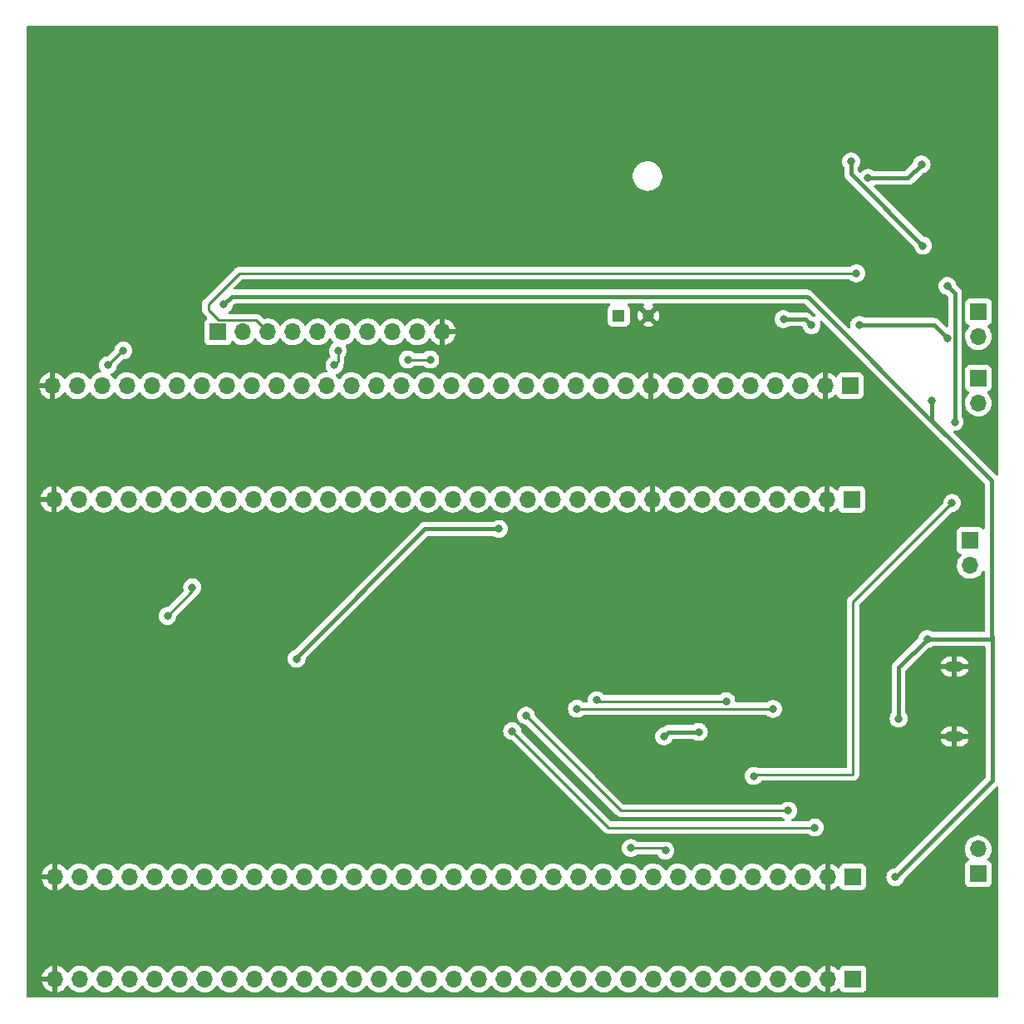
<source format=gbr>
%TF.GenerationSoftware,KiCad,Pcbnew,(6.0.2)*%
%TF.CreationDate,2022-04-18T04:53:36+02:00*%
%TF.ProjectId,main,6d61696e-2e6b-4696-9361-645f70636258,rev?*%
%TF.SameCoordinates,Original*%
%TF.FileFunction,Copper,L2,Bot*%
%TF.FilePolarity,Positive*%
%FSLAX46Y46*%
G04 Gerber Fmt 4.6, Leading zero omitted, Abs format (unit mm)*
G04 Created by KiCad (PCBNEW (6.0.2)) date 2022-04-18 04:53:36*
%MOMM*%
%LPD*%
G01*
G04 APERTURE LIST*
%TA.AperFunction,ComponentPad*%
%ADD10R,1.700000X1.700000*%
%TD*%
%TA.AperFunction,ComponentPad*%
%ADD11O,1.700000X1.700000*%
%TD*%
%TA.AperFunction,ComponentPad*%
%ADD12O,1.900000X1.050000*%
%TD*%
%TA.AperFunction,ComponentPad*%
%ADD13R,1.200000X1.200000*%
%TD*%
%TA.AperFunction,ComponentPad*%
%ADD14C,1.200000*%
%TD*%
%TA.AperFunction,ViaPad*%
%ADD15C,0.800000*%
%TD*%
%TA.AperFunction,Conductor*%
%ADD16C,0.400000*%
%TD*%
%TA.AperFunction,Conductor*%
%ADD17C,0.250000*%
%TD*%
G04 APERTURE END LIST*
D10*
%TO.P,J9,1,Pin_1*%
%TO.N,Net-(C2-Pad2)*%
X180230000Y-105070000D03*
D11*
%TO.P,J9,2,Pin_2*%
%TO.N,+5V*%
X180230000Y-107610000D03*
%TD*%
D10*
%TO.P,J8,1,Pin_1*%
%TO.N,Net-(C1-Pad1)*%
X181030000Y-88530000D03*
D11*
%TO.P,J8,2,Pin_2*%
%TO.N,+5V*%
X181030000Y-91070000D03*
%TD*%
D10*
%TO.P,J4,1,Pin_1*%
%TO.N,+5V*%
X103595000Y-83810000D03*
D11*
%TO.P,J4,2,Pin_2*%
%TO.N,ADC1*%
X106135000Y-83810000D03*
%TO.P,J4,3,Pin_3*%
%TO.N,SDA1*%
X108675000Y-83810000D03*
%TO.P,J4,4,Pin_4*%
%TO.N,SCL1*%
X111215000Y-83810000D03*
%TO.P,J4,5,Pin_5*%
%TO.N,SDA2*%
X113755000Y-83810000D03*
%TO.P,J4,6,Pin_6*%
%TO.N,SCL2*%
X116295000Y-83810000D03*
%TO.P,J4,7,Pin_7*%
%TO.N,Write1*%
X118835000Y-83810000D03*
%TO.P,J4,8,Pin_8*%
%TO.N,TXD*%
X121375000Y-83810000D03*
%TO.P,J4,9,Pin_9*%
%TO.N,RXD*%
X123915000Y-83810000D03*
%TO.P,J4,10,Pin_10*%
%TO.N,GND*%
X126455000Y-83810000D03*
%TD*%
D10*
%TO.P,J3,1,Pin_1*%
%TO.N,+5V*%
X168275000Y-149733000D03*
D11*
%TO.P,J3,2,Pin_2*%
%TO.N,GND*%
X165735000Y-149733000D03*
%TO.P,J3,3,Pin_3*%
%TO.N,/PB9*%
X163195000Y-149733000D03*
%TO.P,J3,4,Pin_4*%
%TO.N,/PB8*%
X160655000Y-149733000D03*
%TO.P,J3,5,Pin_5*%
%TO.N,VDD*%
X158115000Y-149733000D03*
%TO.P,J3,6,Pin_6*%
%TO.N,/BOOT*%
X155575000Y-149733000D03*
%TO.P,J3,7,Pin_7*%
%TO.N,SDA1*%
X153035000Y-149733000D03*
%TO.P,J3,8,Pin_8*%
%TO.N,SCL1*%
X150495000Y-149733000D03*
%TO.P,J3,9,Pin_9*%
%TO.N,OS*%
X147955000Y-149733000D03*
%TO.P,J3,10,Pin_10*%
%TO.N,/PB4*%
X145415000Y-149733000D03*
%TO.P,J3,11,Pin_11*%
%TO.N,/PB3*%
X142875000Y-149733000D03*
%TO.P,J3,12,Pin_12*%
%TO.N,/PD2*%
X140335000Y-149733000D03*
%TO.P,J3,13,Pin_13*%
%TO.N,/PC12*%
X137795000Y-149733000D03*
%TO.P,J3,14,Pin_14*%
%TO.N,/PC11*%
X135255000Y-149733000D03*
%TO.P,J3,15,Pin_15*%
%TO.N,/PC10*%
X132715000Y-149733000D03*
%TO.P,J3,16,Pin_16*%
%TO.N,/PA15*%
X130175000Y-149733000D03*
%TO.P,J3,17,Pin_17*%
%TO.N,/PA14*%
X127635000Y-149733000D03*
%TO.P,J3,18,Pin_18*%
%TO.N,/PF7*%
X125095000Y-149733000D03*
%TO.P,J3,19,Pin_19*%
%TO.N,/PF6*%
X122555000Y-149733000D03*
%TO.P,J3,20,Pin_20*%
%TO.N,/PA13*%
X120015000Y-149733000D03*
%TO.P,J3,21,Pin_21*%
%TO.N,/PA12*%
X117475000Y-149733000D03*
%TO.P,J3,22,Pin_22*%
%TO.N,/PA11*%
X114935000Y-149733000D03*
%TO.P,J3,23,Pin_23*%
%TO.N,/PA10*%
X112395000Y-149733000D03*
%TO.P,J3,24,Pin_24*%
%TO.N,/PA9*%
X109855000Y-149733000D03*
%TO.P,J3,25,Pin_25*%
%TO.N,/PA8*%
X107315000Y-149733000D03*
%TO.P,J3,26,Pin_26*%
%TO.N,/PC9*%
X104775000Y-149733000D03*
%TO.P,J3,27,Pin_27*%
%TO.N,/PC8*%
X102235000Y-149733000D03*
%TO.P,J3,28,Pin_28*%
%TO.N,/PC7*%
X99695000Y-149733000D03*
%TO.P,J3,29,Pin_29*%
%TO.N,/PC6*%
X97155000Y-149733000D03*
%TO.P,J3,30,Pin_30*%
%TO.N,/PB15*%
X94615000Y-149733000D03*
%TO.P,J3,31,Pin_31*%
%TO.N,/PB14*%
X92075000Y-149733000D03*
%TO.P,J3,32,Pin_32*%
%TO.N,/PB13*%
X89535000Y-149733000D03*
%TO.P,J3,33,Pin_33*%
%TO.N,GND*%
X86995000Y-149733000D03*
%TD*%
D10*
%TO.P,J1,1,Pin_1*%
%TO.N,V_out*%
X168133000Y-100863000D03*
D11*
%TO.P,J1,2,Pin_2*%
%TO.N,GND*%
X165593000Y-100863000D03*
%TO.P,J1,3,Pin_3*%
%TO.N,/VBAT*%
X163053000Y-100863000D03*
%TO.P,J1,4,Pin_4*%
%TO.N,/PC13*%
X160513000Y-100863000D03*
%TO.P,J1,5,Pin_5*%
%TO.N,/PC14*%
X157973000Y-100863000D03*
%TO.P,J1,6,Pin_6*%
%TO.N,/PC15*%
X155433000Y-100863000D03*
%TO.P,J1,7,Pin_7*%
%TO.N,/PF0*%
X152893000Y-100863000D03*
%TO.P,J1,8,Pin_8*%
%TO.N,/PF1*%
X150353000Y-100863000D03*
%TO.P,J1,9,Pin_9*%
%TO.N,GND*%
X147813000Y-100863000D03*
%TO.P,J1,10,Pin_10*%
%TO.N,/NRST*%
X145273000Y-100863000D03*
%TO.P,J1,11,Pin_11*%
%TO.N,ADC1*%
X142733000Y-100863000D03*
%TO.P,J1,12,Pin_12*%
%TO.N,/PC1*%
X140193000Y-100863000D03*
%TO.P,J1,13,Pin_13*%
%TO.N,/PC2*%
X137653000Y-100863000D03*
%TO.P,J1,14,Pin_14*%
%TO.N,/PC3*%
X135113000Y-100863000D03*
%TO.P,J1,15,Pin_15*%
%TO.N,/PA0*%
X132573000Y-100863000D03*
%TO.P,J1,16,Pin_16*%
%TO.N,/PA1*%
X130033000Y-100863000D03*
%TO.P,J1,17,Pin_17*%
%TO.N,TXD*%
X127493000Y-100863000D03*
%TO.P,J1,18,Pin_18*%
%TO.N,RXD*%
X124953000Y-100863000D03*
%TO.P,J1,19,Pin_19*%
%TO.N,/PF4*%
X122413000Y-100863000D03*
%TO.P,J1,20,Pin_20*%
%TO.N,/PF5*%
X119873000Y-100863000D03*
%TO.P,J1,21,Pin_21*%
%TO.N,/PA4*%
X117333000Y-100863000D03*
%TO.P,J1,22,Pin_22*%
%TO.N,/PA5*%
X114793000Y-100863000D03*
%TO.P,J1,23,Pin_23*%
%TO.N,/PA6*%
X112253000Y-100863000D03*
%TO.P,J1,24,Pin_24*%
%TO.N,/PA7*%
X109713000Y-100863000D03*
%TO.P,J1,25,Pin_25*%
%TO.N,/PC4*%
X107173000Y-100863000D03*
%TO.P,J1,26,Pin_26*%
%TO.N,/PC5*%
X104633000Y-100863000D03*
%TO.P,J1,27,Pin_27*%
%TO.N,/PB0*%
X102093000Y-100863000D03*
%TO.P,J1,28,Pin_28*%
%TO.N,/PB1*%
X99553000Y-100863000D03*
%TO.P,J1,29,Pin_29*%
%TO.N,/PB2*%
X97013000Y-100863000D03*
%TO.P,J1,30,Pin_30*%
%TO.N,SCL2*%
X94473000Y-100863000D03*
%TO.P,J1,31,Pin_31*%
%TO.N,SDA2*%
X91933000Y-100863000D03*
%TO.P,J1,32,Pin_32*%
%TO.N,Write1*%
X89393000Y-100863000D03*
%TO.P,J1,33,Pin_33*%
%TO.N,GND*%
X86853000Y-100863000D03*
%TD*%
D12*
%TO.P,J6,6,Shield*%
%TO.N,GND*%
X178620000Y-117895000D03*
X178620000Y-125045000D03*
%TD*%
D10*
%TO.P,J5,1,Pin_1*%
%TO.N,+5V*%
X168260000Y-139344000D03*
D11*
%TO.P,J5,2,Pin_2*%
%TO.N,GND*%
X165720000Y-139344000D03*
%TO.P,J5,3,Pin_3*%
%TO.N,/PB9*%
X163180000Y-139344000D03*
%TO.P,J5,4,Pin_4*%
%TO.N,/PB8*%
X160640000Y-139344000D03*
%TO.P,J5,5,Pin_5*%
%TO.N,VDD*%
X158100000Y-139344000D03*
%TO.P,J5,6,Pin_6*%
%TO.N,/BOOT*%
X155560000Y-139344000D03*
%TO.P,J5,7,Pin_7*%
%TO.N,SDA1*%
X153020000Y-139344000D03*
%TO.P,J5,8,Pin_8*%
%TO.N,SCL1*%
X150480000Y-139344000D03*
%TO.P,J5,9,Pin_9*%
%TO.N,OS*%
X147940000Y-139344000D03*
%TO.P,J5,10,Pin_10*%
%TO.N,/PB4*%
X145400000Y-139344000D03*
%TO.P,J5,11,Pin_11*%
%TO.N,/PB3*%
X142860000Y-139344000D03*
%TO.P,J5,12,Pin_12*%
%TO.N,/PD2*%
X140320000Y-139344000D03*
%TO.P,J5,13,Pin_13*%
%TO.N,/PC12*%
X137780000Y-139344000D03*
%TO.P,J5,14,Pin_14*%
%TO.N,/PC11*%
X135240000Y-139344000D03*
%TO.P,J5,15,Pin_15*%
%TO.N,/PC10*%
X132700000Y-139344000D03*
%TO.P,J5,16,Pin_16*%
%TO.N,/PA15*%
X130160000Y-139344000D03*
%TO.P,J5,17,Pin_17*%
%TO.N,/PA14*%
X127620000Y-139344000D03*
%TO.P,J5,18,Pin_18*%
%TO.N,/PF7*%
X125080000Y-139344000D03*
%TO.P,J5,19,Pin_19*%
%TO.N,/PF6*%
X122540000Y-139344000D03*
%TO.P,J5,20,Pin_20*%
%TO.N,/PA13*%
X120000000Y-139344000D03*
%TO.P,J5,21,Pin_21*%
%TO.N,/PA12*%
X117460000Y-139344000D03*
%TO.P,J5,22,Pin_22*%
%TO.N,/PA11*%
X114920000Y-139344000D03*
%TO.P,J5,23,Pin_23*%
%TO.N,/PA10*%
X112380000Y-139344000D03*
%TO.P,J5,24,Pin_24*%
%TO.N,/PA9*%
X109840000Y-139344000D03*
%TO.P,J5,25,Pin_25*%
%TO.N,/PA8*%
X107300000Y-139344000D03*
%TO.P,J5,26,Pin_26*%
%TO.N,/PC9*%
X104760000Y-139344000D03*
%TO.P,J5,27,Pin_27*%
%TO.N,/PC8*%
X102220000Y-139344000D03*
%TO.P,J5,28,Pin_28*%
%TO.N,/PC7*%
X99680000Y-139344000D03*
%TO.P,J5,29,Pin_29*%
%TO.N,/PC6*%
X97140000Y-139344000D03*
%TO.P,J5,30,Pin_30*%
%TO.N,/PB15*%
X94600000Y-139344000D03*
%TO.P,J5,31,Pin_31*%
%TO.N,/PB14*%
X92060000Y-139344000D03*
%TO.P,J5,32,Pin_32*%
%TO.N,/PB13*%
X89520000Y-139344000D03*
%TO.P,J5,33,Pin_33*%
%TO.N,GND*%
X86980000Y-139344000D03*
%TD*%
D10*
%TO.P,J2,1,Pin_1*%
%TO.N,V_out*%
X168006000Y-89306000D03*
D11*
%TO.P,J2,2,Pin_2*%
%TO.N,GND*%
X165466000Y-89306000D03*
%TO.P,J2,3,Pin_3*%
%TO.N,/VBAT*%
X162926000Y-89306000D03*
%TO.P,J2,4,Pin_4*%
%TO.N,/PC13*%
X160386000Y-89306000D03*
%TO.P,J2,5,Pin_5*%
%TO.N,/PC14*%
X157846000Y-89306000D03*
%TO.P,J2,6,Pin_6*%
%TO.N,/PC15*%
X155306000Y-89306000D03*
%TO.P,J2,7,Pin_7*%
%TO.N,/PF0*%
X152766000Y-89306000D03*
%TO.P,J2,8,Pin_8*%
%TO.N,/PF1*%
X150226000Y-89306000D03*
%TO.P,J2,9,Pin_9*%
%TO.N,GND*%
X147686000Y-89306000D03*
%TO.P,J2,10,Pin_10*%
%TO.N,/NRST*%
X145146000Y-89306000D03*
%TO.P,J2,11,Pin_11*%
%TO.N,ADC1*%
X142606000Y-89306000D03*
%TO.P,J2,12,Pin_12*%
%TO.N,/PC1*%
X140066000Y-89306000D03*
%TO.P,J2,13,Pin_13*%
%TO.N,/PC2*%
X137526000Y-89306000D03*
%TO.P,J2,14,Pin_14*%
%TO.N,/PC3*%
X134986000Y-89306000D03*
%TO.P,J2,15,Pin_15*%
%TO.N,/PA0*%
X132446000Y-89306000D03*
%TO.P,J2,16,Pin_16*%
%TO.N,/PA1*%
X129906000Y-89306000D03*
%TO.P,J2,17,Pin_17*%
%TO.N,TXD*%
X127366000Y-89306000D03*
%TO.P,J2,18,Pin_18*%
%TO.N,RXD*%
X124826000Y-89306000D03*
%TO.P,J2,19,Pin_19*%
%TO.N,/PF4*%
X122286000Y-89306000D03*
%TO.P,J2,20,Pin_20*%
%TO.N,/PF5*%
X119746000Y-89306000D03*
%TO.P,J2,21,Pin_21*%
%TO.N,/PA4*%
X117206000Y-89306000D03*
%TO.P,J2,22,Pin_22*%
%TO.N,/PA5*%
X114666000Y-89306000D03*
%TO.P,J2,23,Pin_23*%
%TO.N,/PA6*%
X112126000Y-89306000D03*
%TO.P,J2,24,Pin_24*%
%TO.N,/PA7*%
X109586000Y-89306000D03*
%TO.P,J2,25,Pin_25*%
%TO.N,/PC4*%
X107046000Y-89306000D03*
%TO.P,J2,26,Pin_26*%
%TO.N,/PC5*%
X104506000Y-89306000D03*
%TO.P,J2,27,Pin_27*%
%TO.N,/PB0*%
X101966000Y-89306000D03*
%TO.P,J2,28,Pin_28*%
%TO.N,/PB1*%
X99426000Y-89306000D03*
%TO.P,J2,29,Pin_29*%
%TO.N,/PB2*%
X96886000Y-89306000D03*
%TO.P,J2,30,Pin_30*%
%TO.N,SCL2*%
X94346000Y-89306000D03*
%TO.P,J2,31,Pin_31*%
%TO.N,SDA2*%
X91806000Y-89306000D03*
%TO.P,J2,32,Pin_32*%
%TO.N,Write1*%
X89266000Y-89306000D03*
%TO.P,J2,33,Pin_33*%
%TO.N,GND*%
X86726000Y-89306000D03*
%TD*%
D13*
%TO.P,R10,1*%
%TO.N,ADC1*%
X144423000Y-82169000D03*
D14*
%TO.P,R10,2*%
%TO.N,GND*%
X147423000Y-82169000D03*
%TD*%
D10*
%TO.P,J7,1,Pin_1*%
%TO.N,/Power/VI*%
X181060000Y-81765000D03*
D11*
%TO.P,J7,2,Pin_2*%
%TO.N,Net-(C1-Pad1)*%
X181060000Y-84305000D03*
%TD*%
D10*
%TO.P,J11,1,Pin_1*%
%TO.N,USB+*%
X181030000Y-139025000D03*
D11*
%TO.P,J11,2,Pin_2*%
%TO.N,USB-*%
X181030000Y-136485000D03*
%TD*%
D15*
%TO.N,GND*%
X174079500Y-120150000D03*
X145210000Y-123340000D03*
X174520000Y-127110000D03*
X146300000Y-125640000D03*
X158260000Y-84040000D03*
X163610000Y-87010000D03*
%TO.N,TXD*%
X125220000Y-86630000D03*
X122920000Y-86630000D03*
%TO.N,+5V*%
X176320000Y-90810000D03*
X104190000Y-81030000D03*
X172920000Y-123220000D03*
X175850000Y-115100000D03*
X172590000Y-139360000D03*
%TO.N,/Power/VI*%
X175260000Y-66760000D03*
X169810000Y-68140000D03*
%TO.N,V_out*%
X132210000Y-103880000D03*
X152570000Y-124560000D03*
X111600000Y-117110000D03*
X149020000Y-125030000D03*
%TO.N,SCL1*%
X149170000Y-136650000D03*
X145650000Y-136390000D03*
%TO.N,SDA1*%
X158170000Y-129060000D03*
X178370000Y-101240000D03*
X168610000Y-77850000D03*
%TO.N,USB-*%
X161680000Y-132600000D03*
X134970000Y-122900000D03*
X140160000Y-122200000D03*
X160130000Y-122214500D03*
%TO.N,USB+*%
X142180000Y-121320000D03*
X164380000Y-134300000D03*
X133550000Y-124480000D03*
X155370000Y-121440000D03*
%TO.N,SDA2*%
X92380000Y-87204500D03*
X93940000Y-85720000D03*
%TO.N,SCL2*%
X115450000Y-87204500D03*
X115810000Y-85755500D03*
X100970000Y-109840000D03*
X98460000Y-112760000D03*
%TO.N,Net-(C1-Pad1)*%
X177880000Y-84450000D03*
X161190000Y-82520000D03*
X168930000Y-83100000D03*
X164050000Y-83130000D03*
%TO.N,Net-(C2-Pad2)*%
X177890000Y-79130000D03*
X178640000Y-92990000D03*
X168090000Y-66450000D03*
X175410000Y-75030000D03*
%TD*%
D16*
%TO.N,GND*%
X174079500Y-120150000D02*
X174520000Y-120590500D01*
X163610000Y-87010000D02*
X161230000Y-87010000D01*
X161230000Y-87010000D02*
X158260000Y-84040000D01*
D17*
X146300000Y-125640000D02*
X146300000Y-124430000D01*
D16*
X174520000Y-120590500D02*
X174520000Y-127110000D01*
D17*
X146300000Y-124430000D02*
X145210000Y-123340000D01*
%TO.N,TXD*%
X122920000Y-86630000D02*
X125220000Y-86630000D01*
D16*
%TO.N,+5V*%
X182480000Y-129520000D02*
X182480000Y-114970000D01*
X172640000Y-139360000D02*
X182480000Y-129520000D01*
X172590000Y-139360000D02*
X172640000Y-139360000D01*
X176320000Y-90810000D02*
X176320000Y-92890000D01*
X172920000Y-123220000D02*
X172920000Y-118030000D01*
X163820000Y-80420000D02*
X163620000Y-80220000D01*
X175850000Y-115100000D02*
X182350000Y-115100000D01*
X177725000Y-94295000D02*
X177695000Y-94295000D01*
X105000000Y-80220000D02*
X104190000Y-81030000D01*
X163620000Y-80220000D02*
X105060000Y-80220000D01*
X182350000Y-115100000D02*
X182480000Y-114970000D01*
X177695000Y-94295000D02*
X163820000Y-80420000D01*
X176320000Y-92890000D02*
X177725000Y-94295000D01*
X182480000Y-114970000D02*
X182480000Y-114850000D01*
X182403511Y-114773511D02*
X182403511Y-98973511D01*
X105060000Y-80220000D02*
X105000000Y-80220000D01*
X177725000Y-94295000D02*
X182403511Y-98973511D01*
X172920000Y-118030000D02*
X175850000Y-115100000D01*
%TO.N,/Power/VI*%
X173880000Y-68140000D02*
X175260000Y-66760000D01*
X169810000Y-68140000D02*
X173880000Y-68140000D01*
%TO.N,V_out*%
X149490000Y-124560000D02*
X149020000Y-125030000D01*
X111600000Y-117110000D02*
X111600000Y-116960000D01*
X152570000Y-124560000D02*
X149490000Y-124560000D01*
X111600000Y-116960000D02*
X124680000Y-103880000D01*
X124680000Y-103880000D02*
X132210000Y-103880000D01*
D17*
%TO.N,SCL1*%
X145650000Y-136390000D02*
X148910000Y-136390000D01*
X148910000Y-136390000D02*
X149170000Y-136650000D01*
%TO.N,SDA1*%
X158334614Y-128895386D02*
X158170000Y-129060000D01*
X102605489Y-81580103D02*
X103660875Y-82635489D01*
X102605489Y-80979897D02*
X102605489Y-81580103D01*
X168274614Y-128895386D02*
X168274614Y-111335386D01*
X105735386Y-77850000D02*
X102605489Y-80979897D01*
X103660875Y-82635489D02*
X107500489Y-82635489D01*
X168274614Y-128895386D02*
X158334614Y-128895386D01*
X168274614Y-111335386D02*
X178370000Y-101240000D01*
X168610000Y-77850000D02*
X105735386Y-77850000D01*
X107500489Y-82635489D02*
X108675000Y-83810000D01*
%TO.N,USB-*%
X144670000Y-132600000D02*
X134970000Y-122900000D01*
X160115500Y-122200000D02*
X140160000Y-122200000D01*
X160130000Y-122214500D02*
X160115500Y-122200000D01*
X161680000Y-132600000D02*
X144670000Y-132600000D01*
%TO.N,USB+*%
X143370000Y-134300000D02*
X164380000Y-134300000D01*
X133550000Y-124480000D02*
X143370000Y-134300000D01*
X142300000Y-121440000D02*
X142180000Y-121320000D01*
X155370000Y-121440000D02*
X142300000Y-121440000D01*
%TO.N,SDA2*%
X93864500Y-85720000D02*
X92380000Y-87204500D01*
X93940000Y-85720000D02*
X93864500Y-85720000D01*
%TO.N,SCL2*%
X98460000Y-112760000D02*
X100970000Y-110250000D01*
X100970000Y-110250000D02*
X100970000Y-109840000D01*
X115810000Y-86844500D02*
X115450000Y-87204500D01*
X115810000Y-85755500D02*
X115810000Y-86844500D01*
D16*
%TO.N,Net-(C1-Pad1)*%
X176530000Y-83100000D02*
X177880000Y-84450000D01*
X163440000Y-82520000D02*
X164050000Y-83130000D01*
X161190000Y-82520000D02*
X163440000Y-82520000D01*
X168930000Y-83100000D02*
X176530000Y-83100000D01*
%TO.N,Net-(C2-Pad2)*%
X175410000Y-75030000D02*
X168090000Y-67710000D01*
X178679511Y-79919511D02*
X177890000Y-79130000D01*
X178640000Y-92990000D02*
X178679511Y-92950489D01*
X178679511Y-92950489D02*
X178679511Y-79919511D01*
X168090000Y-67710000D02*
X168090000Y-66450000D01*
%TD*%
%TA.AperFunction,Conductor*%
%TO.N,GND*%
G36*
X183000121Y-52671002D02*
G01*
X183046614Y-52724658D01*
X183058000Y-52777000D01*
X183058000Y-98321840D01*
X183037998Y-98389961D01*
X182984342Y-98436454D01*
X182914068Y-98446558D01*
X182849488Y-98417064D01*
X182842905Y-98410935D01*
X178545565Y-94113595D01*
X178511539Y-94051283D01*
X178516604Y-93980468D01*
X178559151Y-93923632D01*
X178625671Y-93898821D01*
X178634660Y-93898500D01*
X178735487Y-93898500D01*
X178741939Y-93897128D01*
X178741944Y-93897128D01*
X178828888Y-93878647D01*
X178922288Y-93858794D01*
X179028659Y-93811435D01*
X179090722Y-93783803D01*
X179090724Y-93783802D01*
X179096752Y-93781118D01*
X179251253Y-93668866D01*
X179379040Y-93526944D01*
X179474527Y-93361556D01*
X179533542Y-93179928D01*
X179546237Y-93059147D01*
X179552814Y-92996565D01*
X179553504Y-92990000D01*
X179533542Y-92800072D01*
X179474527Y-92618444D01*
X179404892Y-92497832D01*
X179388011Y-92434833D01*
X179388011Y-91036695D01*
X179667251Y-91036695D01*
X179667548Y-91041848D01*
X179667548Y-91041851D01*
X179673011Y-91136590D01*
X179680110Y-91259715D01*
X179681247Y-91264761D01*
X179681248Y-91264767D01*
X179698479Y-91341225D01*
X179729222Y-91477639D01*
X179813266Y-91684616D01*
X179929987Y-91875088D01*
X180076250Y-92043938D01*
X180248126Y-92186632D01*
X180441000Y-92299338D01*
X180649692Y-92379030D01*
X180654760Y-92380061D01*
X180654763Y-92380062D01*
X180762017Y-92401883D01*
X180868597Y-92423567D01*
X180873772Y-92423757D01*
X180873774Y-92423757D01*
X181086673Y-92431564D01*
X181086677Y-92431564D01*
X181091837Y-92431753D01*
X181096957Y-92431097D01*
X181096959Y-92431097D01*
X181308288Y-92404025D01*
X181308289Y-92404025D01*
X181313416Y-92403368D01*
X181318366Y-92401883D01*
X181522429Y-92340661D01*
X181522434Y-92340659D01*
X181527384Y-92339174D01*
X181727994Y-92240896D01*
X181909860Y-92111173D01*
X182068096Y-91953489D01*
X182127594Y-91870689D01*
X182195435Y-91776277D01*
X182198453Y-91772077D01*
X182297430Y-91571811D01*
X182362370Y-91358069D01*
X182391529Y-91136590D01*
X182393156Y-91070000D01*
X182374852Y-90847361D01*
X182320431Y-90630702D01*
X182231354Y-90425840D01*
X182132514Y-90273056D01*
X182112822Y-90242617D01*
X182112820Y-90242614D01*
X182110014Y-90238277D01*
X182106532Y-90234450D01*
X181962798Y-90076488D01*
X181931746Y-90012642D01*
X181940141Y-89942143D01*
X181985317Y-89887375D01*
X182011761Y-89873706D01*
X182118297Y-89833767D01*
X182126705Y-89830615D01*
X182243261Y-89743261D01*
X182330615Y-89626705D01*
X182381745Y-89490316D01*
X182388500Y-89428134D01*
X182388500Y-87631866D01*
X182381745Y-87569684D01*
X182330615Y-87433295D01*
X182243261Y-87316739D01*
X182126705Y-87229385D01*
X181990316Y-87178255D01*
X181928134Y-87171500D01*
X180131866Y-87171500D01*
X180069684Y-87178255D01*
X179933295Y-87229385D01*
X179816739Y-87316739D01*
X179729385Y-87433295D01*
X179678255Y-87569684D01*
X179671500Y-87631866D01*
X179671500Y-89428134D01*
X179678255Y-89490316D01*
X179729385Y-89626705D01*
X179816739Y-89743261D01*
X179933295Y-89830615D01*
X179941704Y-89833767D01*
X179941705Y-89833768D01*
X180050451Y-89874535D01*
X180107216Y-89917176D01*
X180131916Y-89983738D01*
X180116709Y-90053087D01*
X180097316Y-90079568D01*
X179975032Y-90207531D01*
X179970629Y-90212138D01*
X179967715Y-90216410D01*
X179967714Y-90216411D01*
X179921727Y-90283826D01*
X179844743Y-90396680D01*
X179809101Y-90473464D01*
X179763162Y-90572433D01*
X179750688Y-90599305D01*
X179690989Y-90814570D01*
X179667251Y-91036695D01*
X179388011Y-91036695D01*
X179388011Y-84271695D01*
X179697251Y-84271695D01*
X179697548Y-84276848D01*
X179697548Y-84276851D01*
X179703011Y-84371590D01*
X179710110Y-84494715D01*
X179711247Y-84499761D01*
X179711248Y-84499767D01*
X179729244Y-84579619D01*
X179759222Y-84712639D01*
X179843266Y-84919616D01*
X179880219Y-84979918D01*
X179920742Y-85046045D01*
X179959987Y-85110088D01*
X180106250Y-85278938D01*
X180278126Y-85421632D01*
X180471000Y-85534338D01*
X180679692Y-85614030D01*
X180684760Y-85615061D01*
X180684763Y-85615062D01*
X180792017Y-85636883D01*
X180898597Y-85658567D01*
X180903772Y-85658757D01*
X180903774Y-85658757D01*
X181116673Y-85666564D01*
X181116677Y-85666564D01*
X181121837Y-85666753D01*
X181126957Y-85666097D01*
X181126959Y-85666097D01*
X181338288Y-85639025D01*
X181338289Y-85639025D01*
X181343416Y-85638368D01*
X181348366Y-85636883D01*
X181552429Y-85575661D01*
X181552434Y-85575659D01*
X181557384Y-85574174D01*
X181757994Y-85475896D01*
X181939860Y-85346173D01*
X182098096Y-85188489D01*
X182110594Y-85171097D01*
X182225435Y-85011277D01*
X182228453Y-85007077D01*
X182238404Y-84986944D01*
X182325136Y-84811453D01*
X182325137Y-84811451D01*
X182327430Y-84806811D01*
X182392370Y-84593069D01*
X182421529Y-84371590D01*
X182423156Y-84305000D01*
X182404852Y-84082361D01*
X182350431Y-83865702D01*
X182261354Y-83660840D01*
X182140014Y-83473277D01*
X182124461Y-83456184D01*
X181992798Y-83311488D01*
X181961746Y-83247642D01*
X181970141Y-83177143D01*
X182015317Y-83122375D01*
X182041761Y-83108706D01*
X182148297Y-83068767D01*
X182156705Y-83065615D01*
X182273261Y-82978261D01*
X182360615Y-82861705D01*
X182411745Y-82725316D01*
X182418500Y-82663134D01*
X182418500Y-80866866D01*
X182411745Y-80804684D01*
X182360615Y-80668295D01*
X182273261Y-80551739D01*
X182156705Y-80464385D01*
X182020316Y-80413255D01*
X181958134Y-80406500D01*
X180161866Y-80406500D01*
X180099684Y-80413255D01*
X179963295Y-80464385D01*
X179846739Y-80551739D01*
X179759385Y-80668295D01*
X179708255Y-80804684D01*
X179701500Y-80866866D01*
X179701500Y-82663134D01*
X179708255Y-82725316D01*
X179759385Y-82861705D01*
X179846739Y-82978261D01*
X179963295Y-83065615D01*
X179971704Y-83068767D01*
X179971705Y-83068768D01*
X180080451Y-83109535D01*
X180137216Y-83152176D01*
X180161916Y-83218738D01*
X180146709Y-83288087D01*
X180127316Y-83314568D01*
X180014184Y-83432954D01*
X180000629Y-83447138D01*
X179997715Y-83451410D01*
X179997714Y-83451411D01*
X179929079Y-83552027D01*
X179874743Y-83631680D01*
X179859003Y-83665590D01*
X179783382Y-83828502D01*
X179780688Y-83834305D01*
X179720989Y-84049570D01*
X179697251Y-84271695D01*
X179388011Y-84271695D01*
X179388011Y-79948423D01*
X179388303Y-79939853D01*
X179391720Y-79889735D01*
X179391720Y-79889731D01*
X179392236Y-79882159D01*
X179381249Y-79819208D01*
X179380287Y-79812686D01*
X179379825Y-79808866D01*
X179372613Y-79749269D01*
X179369930Y-79742168D01*
X179369289Y-79739559D01*
X179364826Y-79723249D01*
X179364061Y-79720713D01*
X179362754Y-79713227D01*
X179337067Y-79654711D01*
X179334576Y-79648607D01*
X179314684Y-79595963D01*
X179314683Y-79595962D01*
X179311998Y-79588855D01*
X179307694Y-79582592D01*
X179306457Y-79580226D01*
X179298212Y-79565414D01*
X179296879Y-79563160D01*
X179293826Y-79556206D01*
X179254924Y-79505509D01*
X179251052Y-79500179D01*
X179219172Y-79453791D01*
X179219167Y-79453786D01*
X179214868Y-79447530D01*
X179203995Y-79437842D01*
X179168341Y-79406076D01*
X179163065Y-79401095D01*
X178824665Y-79062695D01*
X178790639Y-79000383D01*
X178788450Y-78986770D01*
X178784232Y-78946637D01*
X178784232Y-78946635D01*
X178783542Y-78940072D01*
X178724527Y-78758444D01*
X178629040Y-78593056D01*
X178574740Y-78532749D01*
X178505675Y-78456045D01*
X178505674Y-78456044D01*
X178501253Y-78451134D01*
X178346752Y-78338882D01*
X178340724Y-78336198D01*
X178340722Y-78336197D01*
X178178319Y-78263891D01*
X178178318Y-78263891D01*
X178172288Y-78261206D01*
X178078888Y-78241353D01*
X177991944Y-78222872D01*
X177991939Y-78222872D01*
X177985487Y-78221500D01*
X177794513Y-78221500D01*
X177788061Y-78222872D01*
X177788056Y-78222872D01*
X177701112Y-78241353D01*
X177607712Y-78261206D01*
X177601682Y-78263891D01*
X177601681Y-78263891D01*
X177439278Y-78336197D01*
X177439276Y-78336198D01*
X177433248Y-78338882D01*
X177278747Y-78451134D01*
X177274326Y-78456044D01*
X177274325Y-78456045D01*
X177205261Y-78532749D01*
X177150960Y-78593056D01*
X177055473Y-78758444D01*
X176996458Y-78940072D01*
X176976496Y-79130000D01*
X176977186Y-79136565D01*
X176994678Y-79302988D01*
X176996458Y-79319928D01*
X177055473Y-79501556D01*
X177058776Y-79507278D01*
X177058777Y-79507279D01*
X177061214Y-79511500D01*
X177150960Y-79666944D01*
X177155378Y-79671851D01*
X177155379Y-79671852D01*
X177216343Y-79739559D01*
X177278747Y-79808866D01*
X177433248Y-79921118D01*
X177439276Y-79923802D01*
X177439278Y-79923803D01*
X177494576Y-79948423D01*
X177607712Y-79998794D01*
X177707895Y-80020089D01*
X177760568Y-80031285D01*
X177823466Y-80065437D01*
X177934106Y-80176077D01*
X177968132Y-80238389D01*
X177971011Y-80265172D01*
X177971011Y-83234851D01*
X177951009Y-83302972D01*
X177897353Y-83349465D01*
X177827079Y-83359569D01*
X177762499Y-83330075D01*
X177755916Y-83323946D01*
X177051450Y-82619480D01*
X177045596Y-82613215D01*
X177045201Y-82612762D01*
X177007561Y-82569615D01*
X176955280Y-82532871D01*
X176949986Y-82528939D01*
X176905693Y-82494209D01*
X176899718Y-82489524D01*
X176892802Y-82486401D01*
X176890516Y-82485017D01*
X176875835Y-82476643D01*
X176873475Y-82475378D01*
X176867261Y-82471010D01*
X176860182Y-82468250D01*
X176860180Y-82468249D01*
X176816282Y-82451134D01*
X176807723Y-82447797D01*
X176801656Y-82445247D01*
X176743427Y-82418955D01*
X176735960Y-82417571D01*
X176733405Y-82416770D01*
X176717152Y-82412141D01*
X176714572Y-82411478D01*
X176707491Y-82408718D01*
X176699960Y-82407727D01*
X176699958Y-82407726D01*
X176670339Y-82403827D01*
X176644139Y-82400378D01*
X176637641Y-82399348D01*
X176574814Y-82387704D01*
X176567234Y-82388141D01*
X176567233Y-82388141D01*
X176512608Y-82391291D01*
X176505354Y-82391500D01*
X169541405Y-82391500D01*
X169473284Y-82371498D01*
X169467344Y-82367436D01*
X169392094Y-82312763D01*
X169392093Y-82312762D01*
X169386752Y-82308882D01*
X169380724Y-82306198D01*
X169380722Y-82306197D01*
X169218319Y-82233891D01*
X169218318Y-82233891D01*
X169212288Y-82231206D01*
X169118888Y-82211353D01*
X169031944Y-82192872D01*
X169031939Y-82192872D01*
X169025487Y-82191500D01*
X168834513Y-82191500D01*
X168828061Y-82192872D01*
X168828056Y-82192872D01*
X168741112Y-82211353D01*
X168647712Y-82231206D01*
X168641682Y-82233891D01*
X168641681Y-82233891D01*
X168479278Y-82306197D01*
X168479276Y-82306198D01*
X168473248Y-82308882D01*
X168467907Y-82312762D01*
X168467906Y-82312763D01*
X168435049Y-82336635D01*
X168318747Y-82421134D01*
X168314326Y-82426044D01*
X168314325Y-82426045D01*
X168213710Y-82537790D01*
X168190960Y-82563056D01*
X168171513Y-82596739D01*
X168101815Y-82717460D01*
X168095473Y-82728444D01*
X168036458Y-82910072D01*
X168035768Y-82916633D01*
X168035768Y-82916635D01*
X168026239Y-83007297D01*
X168016496Y-83100000D01*
X168017186Y-83106565D01*
X168034464Y-83270952D01*
X168036458Y-83289928D01*
X168038497Y-83296202D01*
X168038497Y-83296204D01*
X168040117Y-83301189D01*
X168042143Y-83372157D01*
X168005479Y-83432954D01*
X167941766Y-83464278D01*
X167871232Y-83456184D01*
X167831188Y-83429218D01*
X164141450Y-79739480D01*
X164135596Y-79733215D01*
X164112090Y-79706270D01*
X164097561Y-79689615D01*
X164045280Y-79652871D01*
X164039986Y-79648939D01*
X163995693Y-79614209D01*
X163989718Y-79609524D01*
X163982802Y-79606401D01*
X163980516Y-79605017D01*
X163965835Y-79596643D01*
X163963475Y-79595378D01*
X163957261Y-79591010D01*
X163950182Y-79588250D01*
X163950180Y-79588249D01*
X163897725Y-79567798D01*
X163891656Y-79565247D01*
X163833427Y-79538955D01*
X163825960Y-79537571D01*
X163823405Y-79536770D01*
X163807152Y-79532141D01*
X163804572Y-79531478D01*
X163797491Y-79528718D01*
X163789960Y-79527727D01*
X163789958Y-79527726D01*
X163760339Y-79523827D01*
X163734139Y-79520378D01*
X163727641Y-79519348D01*
X163664814Y-79507704D01*
X163657234Y-79508141D01*
X163657233Y-79508141D01*
X163602608Y-79511291D01*
X163595354Y-79511500D01*
X105273980Y-79511500D01*
X105205859Y-79491498D01*
X105159366Y-79437842D01*
X105149262Y-79367568D01*
X105178756Y-79302988D01*
X105184869Y-79296421D01*
X105960888Y-78520403D01*
X106023198Y-78486379D01*
X106049981Y-78483500D01*
X167901800Y-78483500D01*
X167969921Y-78503502D01*
X167989147Y-78519843D01*
X167989420Y-78519540D01*
X167994332Y-78523963D01*
X167998747Y-78528866D01*
X168020329Y-78544546D01*
X168087097Y-78593056D01*
X168153248Y-78641118D01*
X168159276Y-78643802D01*
X168159278Y-78643803D01*
X168321681Y-78716109D01*
X168327712Y-78718794D01*
X168421113Y-78738647D01*
X168508056Y-78757128D01*
X168508061Y-78757128D01*
X168514513Y-78758500D01*
X168705487Y-78758500D01*
X168711939Y-78757128D01*
X168711944Y-78757128D01*
X168798888Y-78738647D01*
X168892288Y-78718794D01*
X168898319Y-78716109D01*
X169060722Y-78643803D01*
X169060724Y-78643802D01*
X169066752Y-78641118D01*
X169221253Y-78528866D01*
X169244091Y-78503502D01*
X169344621Y-78391852D01*
X169344622Y-78391851D01*
X169349040Y-78386944D01*
X169444527Y-78221556D01*
X169503542Y-78039928D01*
X169523504Y-77850000D01*
X169503542Y-77660072D01*
X169444527Y-77478444D01*
X169349040Y-77313056D01*
X169332882Y-77295110D01*
X169225675Y-77176045D01*
X169225674Y-77176044D01*
X169221253Y-77171134D01*
X169066752Y-77058882D01*
X169060724Y-77056198D01*
X169060722Y-77056197D01*
X168898319Y-76983891D01*
X168898318Y-76983891D01*
X168892288Y-76981206D01*
X168798887Y-76961353D01*
X168711944Y-76942872D01*
X168711939Y-76942872D01*
X168705487Y-76941500D01*
X168514513Y-76941500D01*
X168508061Y-76942872D01*
X168508056Y-76942872D01*
X168421113Y-76961353D01*
X168327712Y-76981206D01*
X168321682Y-76983891D01*
X168321681Y-76983891D01*
X168159278Y-77056197D01*
X168159276Y-77056198D01*
X168153248Y-77058882D01*
X167998747Y-77171134D01*
X167994332Y-77176037D01*
X167989420Y-77180460D01*
X167988295Y-77179211D01*
X167934986Y-77212051D01*
X167901800Y-77216500D01*
X105814153Y-77216500D01*
X105802970Y-77215973D01*
X105795477Y-77214298D01*
X105787551Y-77214547D01*
X105787550Y-77214547D01*
X105727387Y-77216438D01*
X105723429Y-77216500D01*
X105695530Y-77216500D01*
X105691540Y-77217004D01*
X105679706Y-77217936D01*
X105635497Y-77219326D01*
X105627883Y-77221538D01*
X105627878Y-77221539D01*
X105616045Y-77224977D01*
X105596682Y-77228988D01*
X105576589Y-77231526D01*
X105569222Y-77234443D01*
X105569217Y-77234444D01*
X105535478Y-77247802D01*
X105524251Y-77251646D01*
X105481793Y-77263982D01*
X105474967Y-77268019D01*
X105464358Y-77274293D01*
X105446610Y-77282988D01*
X105427769Y-77290448D01*
X105421353Y-77295110D01*
X105421352Y-77295110D01*
X105391999Y-77316436D01*
X105382079Y-77322952D01*
X105350851Y-77341420D01*
X105350848Y-77341422D01*
X105344024Y-77345458D01*
X105329703Y-77359779D01*
X105314670Y-77372619D01*
X105298279Y-77384528D01*
X105293228Y-77390634D01*
X105270088Y-77418605D01*
X105262098Y-77427384D01*
X102213236Y-80476245D01*
X102204950Y-80483785D01*
X102198471Y-80487897D01*
X102193046Y-80493674D01*
X102151846Y-80537548D01*
X102149091Y-80540390D01*
X102129354Y-80560127D01*
X102126874Y-80563324D01*
X102119171Y-80572344D01*
X102088903Y-80604576D01*
X102085084Y-80611522D01*
X102085082Y-80611525D01*
X102079141Y-80622331D01*
X102068290Y-80638850D01*
X102055875Y-80654856D01*
X102052730Y-80662125D01*
X102052727Y-80662129D01*
X102038315Y-80695434D01*
X102033098Y-80706084D01*
X102011794Y-80744837D01*
X102009823Y-80752512D01*
X102009823Y-80752513D01*
X102006756Y-80764459D01*
X102000352Y-80783163D01*
X101992308Y-80801752D01*
X101991069Y-80809575D01*
X101991066Y-80809585D01*
X101985390Y-80845421D01*
X101982984Y-80857041D01*
X101973961Y-80892186D01*
X101971989Y-80899867D01*
X101971989Y-80920121D01*
X101970438Y-80939831D01*
X101967269Y-80959840D01*
X101968015Y-80967732D01*
X101971430Y-81003858D01*
X101971989Y-81015716D01*
X101971989Y-81501336D01*
X101971462Y-81512519D01*
X101969787Y-81520012D01*
X101970036Y-81527938D01*
X101970036Y-81527939D01*
X101971927Y-81588089D01*
X101971989Y-81592048D01*
X101971989Y-81619959D01*
X101972486Y-81623893D01*
X101972486Y-81623894D01*
X101972494Y-81623959D01*
X101973427Y-81635796D01*
X101974816Y-81679992D01*
X101980467Y-81699442D01*
X101984476Y-81718803D01*
X101987015Y-81738900D01*
X101989934Y-81746271D01*
X101989934Y-81746273D01*
X102003293Y-81780015D01*
X102007138Y-81791245D01*
X102015302Y-81819347D01*
X102019471Y-81833696D01*
X102023504Y-81840515D01*
X102023506Y-81840520D01*
X102029782Y-81851131D01*
X102038477Y-81868879D01*
X102045937Y-81887720D01*
X102050599Y-81894136D01*
X102050599Y-81894137D01*
X102071925Y-81923490D01*
X102078441Y-81933410D01*
X102100947Y-81971465D01*
X102115268Y-81985786D01*
X102128108Y-82000819D01*
X102140017Y-82017210D01*
X102149985Y-82025456D01*
X102174094Y-82045401D01*
X102182873Y-82053391D01*
X102475883Y-82346401D01*
X102509909Y-82408713D01*
X102504844Y-82479528D01*
X102462353Y-82536322D01*
X102419053Y-82568774D01*
X102381739Y-82596739D01*
X102294385Y-82713295D01*
X102243255Y-82849684D01*
X102236500Y-82911866D01*
X102236500Y-84708134D01*
X102243255Y-84770316D01*
X102294385Y-84906705D01*
X102381739Y-85023261D01*
X102498295Y-85110615D01*
X102634684Y-85161745D01*
X102696866Y-85168500D01*
X104493134Y-85168500D01*
X104555316Y-85161745D01*
X104691705Y-85110615D01*
X104808261Y-85023261D01*
X104895615Y-84906705D01*
X104916433Y-84851173D01*
X104939598Y-84789382D01*
X104982240Y-84732618D01*
X105048802Y-84707918D01*
X105118150Y-84723126D01*
X105152817Y-84751114D01*
X105181250Y-84783938D01*
X105353126Y-84926632D01*
X105546000Y-85039338D01*
X105754692Y-85119030D01*
X105759760Y-85120061D01*
X105759763Y-85120062D01*
X105854862Y-85139410D01*
X105973597Y-85163567D01*
X105978772Y-85163757D01*
X105978774Y-85163757D01*
X106191673Y-85171564D01*
X106191677Y-85171564D01*
X106196837Y-85171753D01*
X106201957Y-85171097D01*
X106201959Y-85171097D01*
X106413288Y-85144025D01*
X106413289Y-85144025D01*
X106418416Y-85143368D01*
X106423366Y-85141883D01*
X106627429Y-85080661D01*
X106627434Y-85080659D01*
X106632384Y-85079174D01*
X106832994Y-84980896D01*
X107014860Y-84851173D01*
X107173096Y-84693489D01*
X107303453Y-84512077D01*
X107304776Y-84513028D01*
X107351645Y-84469857D01*
X107421580Y-84457625D01*
X107487026Y-84485144D01*
X107514875Y-84516994D01*
X107574987Y-84615088D01*
X107721250Y-84783938D01*
X107893126Y-84926632D01*
X108086000Y-85039338D01*
X108294692Y-85119030D01*
X108299760Y-85120061D01*
X108299763Y-85120062D01*
X108394862Y-85139410D01*
X108513597Y-85163567D01*
X108518772Y-85163757D01*
X108518774Y-85163757D01*
X108731673Y-85171564D01*
X108731677Y-85171564D01*
X108736837Y-85171753D01*
X108741957Y-85171097D01*
X108741959Y-85171097D01*
X108953288Y-85144025D01*
X108953289Y-85144025D01*
X108958416Y-85143368D01*
X108963366Y-85141883D01*
X109167429Y-85080661D01*
X109167434Y-85080659D01*
X109172384Y-85079174D01*
X109372994Y-84980896D01*
X109554860Y-84851173D01*
X109713096Y-84693489D01*
X109843453Y-84512077D01*
X109844776Y-84513028D01*
X109891645Y-84469857D01*
X109961580Y-84457625D01*
X110027026Y-84485144D01*
X110054875Y-84516994D01*
X110114987Y-84615088D01*
X110261250Y-84783938D01*
X110433126Y-84926632D01*
X110626000Y-85039338D01*
X110834692Y-85119030D01*
X110839760Y-85120061D01*
X110839763Y-85120062D01*
X110934862Y-85139410D01*
X111053597Y-85163567D01*
X111058772Y-85163757D01*
X111058774Y-85163757D01*
X111271673Y-85171564D01*
X111271677Y-85171564D01*
X111276837Y-85171753D01*
X111281957Y-85171097D01*
X111281959Y-85171097D01*
X111493288Y-85144025D01*
X111493289Y-85144025D01*
X111498416Y-85143368D01*
X111503366Y-85141883D01*
X111707429Y-85080661D01*
X111707434Y-85080659D01*
X111712384Y-85079174D01*
X111912994Y-84980896D01*
X112094860Y-84851173D01*
X112253096Y-84693489D01*
X112383453Y-84512077D01*
X112384776Y-84513028D01*
X112431645Y-84469857D01*
X112501580Y-84457625D01*
X112567026Y-84485144D01*
X112594875Y-84516994D01*
X112654987Y-84615088D01*
X112801250Y-84783938D01*
X112973126Y-84926632D01*
X113166000Y-85039338D01*
X113374692Y-85119030D01*
X113379760Y-85120061D01*
X113379763Y-85120062D01*
X113474862Y-85139410D01*
X113593597Y-85163567D01*
X113598772Y-85163757D01*
X113598774Y-85163757D01*
X113811673Y-85171564D01*
X113811677Y-85171564D01*
X113816837Y-85171753D01*
X113821957Y-85171097D01*
X113821959Y-85171097D01*
X114033288Y-85144025D01*
X114033289Y-85144025D01*
X114038416Y-85143368D01*
X114043366Y-85141883D01*
X114247429Y-85080661D01*
X114247434Y-85080659D01*
X114252384Y-85079174D01*
X114452994Y-84980896D01*
X114634860Y-84851173D01*
X114793096Y-84693489D01*
X114923453Y-84512077D01*
X114924776Y-84513028D01*
X114971645Y-84469857D01*
X115041580Y-84457625D01*
X115107026Y-84485144D01*
X115134875Y-84516994D01*
X115194987Y-84615088D01*
X115341250Y-84783938D01*
X115345224Y-84787237D01*
X115345962Y-84787960D01*
X115380637Y-84849913D01*
X115376313Y-84920778D01*
X115331864Y-84979918D01*
X115288703Y-85011277D01*
X115198747Y-85076634D01*
X115194326Y-85081544D01*
X115194325Y-85081545D01*
X115113102Y-85171753D01*
X115070960Y-85218556D01*
X114975473Y-85383944D01*
X114916458Y-85565572D01*
X114915768Y-85572133D01*
X114915768Y-85572135D01*
X114899925Y-85722872D01*
X114896496Y-85755500D01*
X114897186Y-85762065D01*
X114913387Y-85916206D01*
X114916458Y-85945428D01*
X114975473Y-86127056D01*
X114978776Y-86132778D01*
X114978777Y-86132779D01*
X115041245Y-86240976D01*
X115057983Y-86309971D01*
X115034763Y-86377063D01*
X114996308Y-86412020D01*
X114993248Y-86413382D01*
X114838747Y-86525634D01*
X114834326Y-86530544D01*
X114834325Y-86530545D01*
X114744776Y-86630000D01*
X114710960Y-86667556D01*
X114707659Y-86673274D01*
X114626050Y-86814625D01*
X114615473Y-86832944D01*
X114556458Y-87014572D01*
X114555768Y-87021133D01*
X114555768Y-87021135D01*
X114548898Y-87086502D01*
X114536496Y-87204500D01*
X114556458Y-87394428D01*
X114615473Y-87576056D01*
X114710960Y-87741444D01*
X114715379Y-87746352D01*
X114715571Y-87746616D01*
X114739429Y-87813484D01*
X114723349Y-87882635D01*
X114672435Y-87932115D01*
X114612096Y-87946668D01*
X114576081Y-87946228D01*
X114576079Y-87946228D01*
X114570911Y-87946165D01*
X114350091Y-87979955D01*
X114137756Y-88049357D01*
X113939607Y-88152507D01*
X113935474Y-88155610D01*
X113935471Y-88155612D01*
X113852771Y-88217705D01*
X113760965Y-88286635D01*
X113606629Y-88448138D01*
X113499201Y-88605621D01*
X113444293Y-88650621D01*
X113373768Y-88658792D01*
X113310021Y-88627538D01*
X113289324Y-88603054D01*
X113208822Y-88478617D01*
X113208820Y-88478614D01*
X113206014Y-88474277D01*
X113055670Y-88309051D01*
X113051619Y-88305852D01*
X113051615Y-88305848D01*
X112884414Y-88173800D01*
X112884410Y-88173798D01*
X112880359Y-88170598D01*
X112844028Y-88150542D01*
X112776020Y-88113000D01*
X112684789Y-88062638D01*
X112679920Y-88060914D01*
X112679916Y-88060912D01*
X112479087Y-87989795D01*
X112479083Y-87989794D01*
X112474212Y-87988069D01*
X112469119Y-87987162D01*
X112469116Y-87987161D01*
X112259373Y-87949800D01*
X112259367Y-87949799D01*
X112254284Y-87948894D01*
X112177671Y-87947958D01*
X112036081Y-87946228D01*
X112036079Y-87946228D01*
X112030911Y-87946165D01*
X111810091Y-87979955D01*
X111597756Y-88049357D01*
X111399607Y-88152507D01*
X111395474Y-88155610D01*
X111395471Y-88155612D01*
X111312771Y-88217705D01*
X111220965Y-88286635D01*
X111066629Y-88448138D01*
X110959201Y-88605621D01*
X110904293Y-88650621D01*
X110833768Y-88658792D01*
X110770021Y-88627538D01*
X110749324Y-88603054D01*
X110668822Y-88478617D01*
X110668820Y-88478614D01*
X110666014Y-88474277D01*
X110515670Y-88309051D01*
X110511619Y-88305852D01*
X110511615Y-88305848D01*
X110344414Y-88173800D01*
X110344410Y-88173798D01*
X110340359Y-88170598D01*
X110304028Y-88150542D01*
X110236020Y-88113000D01*
X110144789Y-88062638D01*
X110139920Y-88060914D01*
X110139916Y-88060912D01*
X109939087Y-87989795D01*
X109939083Y-87989794D01*
X109934212Y-87988069D01*
X109929119Y-87987162D01*
X109929116Y-87987161D01*
X109719373Y-87949800D01*
X109719367Y-87949799D01*
X109714284Y-87948894D01*
X109637671Y-87947958D01*
X109496081Y-87946228D01*
X109496079Y-87946228D01*
X109490911Y-87946165D01*
X109270091Y-87979955D01*
X109057756Y-88049357D01*
X108859607Y-88152507D01*
X108855474Y-88155610D01*
X108855471Y-88155612D01*
X108772771Y-88217705D01*
X108680965Y-88286635D01*
X108526629Y-88448138D01*
X108419201Y-88605621D01*
X108364293Y-88650621D01*
X108293768Y-88658792D01*
X108230021Y-88627538D01*
X108209324Y-88603054D01*
X108128822Y-88478617D01*
X108128820Y-88478614D01*
X108126014Y-88474277D01*
X107975670Y-88309051D01*
X107971619Y-88305852D01*
X107971615Y-88305848D01*
X107804414Y-88173800D01*
X107804410Y-88173798D01*
X107800359Y-88170598D01*
X107764028Y-88150542D01*
X107696020Y-88113000D01*
X107604789Y-88062638D01*
X107599920Y-88060914D01*
X107599916Y-88060912D01*
X107399087Y-87989795D01*
X107399083Y-87989794D01*
X107394212Y-87988069D01*
X107389119Y-87987162D01*
X107389116Y-87987161D01*
X107179373Y-87949800D01*
X107179367Y-87949799D01*
X107174284Y-87948894D01*
X107097671Y-87947958D01*
X106956081Y-87946228D01*
X106956079Y-87946228D01*
X106950911Y-87946165D01*
X106730091Y-87979955D01*
X106517756Y-88049357D01*
X106319607Y-88152507D01*
X106315474Y-88155610D01*
X106315471Y-88155612D01*
X106232771Y-88217705D01*
X106140965Y-88286635D01*
X105986629Y-88448138D01*
X105879201Y-88605621D01*
X105824293Y-88650621D01*
X105753768Y-88658792D01*
X105690021Y-88627538D01*
X105669324Y-88603054D01*
X105588822Y-88478617D01*
X105588820Y-88478614D01*
X105586014Y-88474277D01*
X105435670Y-88309051D01*
X105431619Y-88305852D01*
X105431615Y-88305848D01*
X105264414Y-88173800D01*
X105264410Y-88173798D01*
X105260359Y-88170598D01*
X105224028Y-88150542D01*
X105156020Y-88113000D01*
X105064789Y-88062638D01*
X105059920Y-88060914D01*
X105059916Y-88060912D01*
X104859087Y-87989795D01*
X104859083Y-87989794D01*
X104854212Y-87988069D01*
X104849119Y-87987162D01*
X104849116Y-87987161D01*
X104639373Y-87949800D01*
X104639367Y-87949799D01*
X104634284Y-87948894D01*
X104557671Y-87947958D01*
X104416081Y-87946228D01*
X104416079Y-87946228D01*
X104410911Y-87946165D01*
X104190091Y-87979955D01*
X103977756Y-88049357D01*
X103779607Y-88152507D01*
X103775474Y-88155610D01*
X103775471Y-88155612D01*
X103692771Y-88217705D01*
X103600965Y-88286635D01*
X103446629Y-88448138D01*
X103339201Y-88605621D01*
X103284293Y-88650621D01*
X103213768Y-88658792D01*
X103150021Y-88627538D01*
X103129324Y-88603054D01*
X103048822Y-88478617D01*
X103048820Y-88478614D01*
X103046014Y-88474277D01*
X102895670Y-88309051D01*
X102891619Y-88305852D01*
X102891615Y-88305848D01*
X102724414Y-88173800D01*
X102724410Y-88173798D01*
X102720359Y-88170598D01*
X102684028Y-88150542D01*
X102616020Y-88113000D01*
X102524789Y-88062638D01*
X102519920Y-88060914D01*
X102519916Y-88060912D01*
X102319087Y-87989795D01*
X102319083Y-87989794D01*
X102314212Y-87988069D01*
X102309119Y-87987162D01*
X102309116Y-87987161D01*
X102099373Y-87949800D01*
X102099367Y-87949799D01*
X102094284Y-87948894D01*
X102017671Y-87947958D01*
X101876081Y-87946228D01*
X101876079Y-87946228D01*
X101870911Y-87946165D01*
X101650091Y-87979955D01*
X101437756Y-88049357D01*
X101239607Y-88152507D01*
X101235474Y-88155610D01*
X101235471Y-88155612D01*
X101152771Y-88217705D01*
X101060965Y-88286635D01*
X100906629Y-88448138D01*
X100799201Y-88605621D01*
X100744293Y-88650621D01*
X100673768Y-88658792D01*
X100610021Y-88627538D01*
X100589324Y-88603054D01*
X100508822Y-88478617D01*
X100508820Y-88478614D01*
X100506014Y-88474277D01*
X100355670Y-88309051D01*
X100351619Y-88305852D01*
X100351615Y-88305848D01*
X100184414Y-88173800D01*
X100184410Y-88173798D01*
X100180359Y-88170598D01*
X100144028Y-88150542D01*
X100076020Y-88113000D01*
X99984789Y-88062638D01*
X99979920Y-88060914D01*
X99979916Y-88060912D01*
X99779087Y-87989795D01*
X99779083Y-87989794D01*
X99774212Y-87988069D01*
X99769119Y-87987162D01*
X99769116Y-87987161D01*
X99559373Y-87949800D01*
X99559367Y-87949799D01*
X99554284Y-87948894D01*
X99477671Y-87947958D01*
X99336081Y-87946228D01*
X99336079Y-87946228D01*
X99330911Y-87946165D01*
X99110091Y-87979955D01*
X98897756Y-88049357D01*
X98699607Y-88152507D01*
X98695474Y-88155610D01*
X98695471Y-88155612D01*
X98612771Y-88217705D01*
X98520965Y-88286635D01*
X98366629Y-88448138D01*
X98259201Y-88605621D01*
X98204293Y-88650621D01*
X98133768Y-88658792D01*
X98070021Y-88627538D01*
X98049324Y-88603054D01*
X97968822Y-88478617D01*
X97968820Y-88478614D01*
X97966014Y-88474277D01*
X97815670Y-88309051D01*
X97811619Y-88305852D01*
X97811615Y-88305848D01*
X97644414Y-88173800D01*
X97644410Y-88173798D01*
X97640359Y-88170598D01*
X97604028Y-88150542D01*
X97536020Y-88113000D01*
X97444789Y-88062638D01*
X97439920Y-88060914D01*
X97439916Y-88060912D01*
X97239087Y-87989795D01*
X97239083Y-87989794D01*
X97234212Y-87988069D01*
X97229119Y-87987162D01*
X97229116Y-87987161D01*
X97019373Y-87949800D01*
X97019367Y-87949799D01*
X97014284Y-87948894D01*
X96937671Y-87947958D01*
X96796081Y-87946228D01*
X96796079Y-87946228D01*
X96790911Y-87946165D01*
X96570091Y-87979955D01*
X96357756Y-88049357D01*
X96159607Y-88152507D01*
X96155474Y-88155610D01*
X96155471Y-88155612D01*
X96072771Y-88217705D01*
X95980965Y-88286635D01*
X95826629Y-88448138D01*
X95719201Y-88605621D01*
X95664293Y-88650621D01*
X95593768Y-88658792D01*
X95530021Y-88627538D01*
X95509324Y-88603054D01*
X95428822Y-88478617D01*
X95428820Y-88478614D01*
X95426014Y-88474277D01*
X95275670Y-88309051D01*
X95271619Y-88305852D01*
X95271615Y-88305848D01*
X95104414Y-88173800D01*
X95104410Y-88173798D01*
X95100359Y-88170598D01*
X95064028Y-88150542D01*
X94996020Y-88113000D01*
X94904789Y-88062638D01*
X94899920Y-88060914D01*
X94899916Y-88060912D01*
X94699087Y-87989795D01*
X94699083Y-87989794D01*
X94694212Y-87988069D01*
X94689119Y-87987162D01*
X94689116Y-87987161D01*
X94479373Y-87949800D01*
X94479367Y-87949799D01*
X94474284Y-87948894D01*
X94397671Y-87947958D01*
X94256081Y-87946228D01*
X94256079Y-87946228D01*
X94250911Y-87946165D01*
X94030091Y-87979955D01*
X93817756Y-88049357D01*
X93619607Y-88152507D01*
X93615474Y-88155610D01*
X93615471Y-88155612D01*
X93532771Y-88217705D01*
X93440965Y-88286635D01*
X93286629Y-88448138D01*
X93179201Y-88605621D01*
X93124293Y-88650621D01*
X93053768Y-88658792D01*
X92990021Y-88627538D01*
X92969324Y-88603054D01*
X92888822Y-88478617D01*
X92888820Y-88478614D01*
X92886014Y-88474277D01*
X92735670Y-88309051D01*
X92703355Y-88283530D01*
X92681911Y-88266594D01*
X92640849Y-88208677D01*
X92637617Y-88137754D01*
X92673243Y-88076343D01*
X92708755Y-88052606D01*
X92830722Y-87998303D01*
X92830724Y-87998302D01*
X92836752Y-87995618D01*
X92843124Y-87990989D01*
X92901062Y-87948894D01*
X92991253Y-87883366D01*
X93119040Y-87741444D01*
X93214527Y-87576056D01*
X93273542Y-87394428D01*
X93290907Y-87229208D01*
X93317920Y-87163551D01*
X93327122Y-87153282D01*
X93815001Y-86665404D01*
X93877313Y-86631379D01*
X93904096Y-86628500D01*
X94035487Y-86628500D01*
X94041939Y-86627128D01*
X94041944Y-86627128D01*
X94128888Y-86608647D01*
X94222288Y-86588794D01*
X94228319Y-86586109D01*
X94390722Y-86513803D01*
X94390724Y-86513802D01*
X94396752Y-86511118D01*
X94551253Y-86398866D01*
X94559323Y-86389903D01*
X94674621Y-86261852D01*
X94674622Y-86261851D01*
X94679040Y-86256944D01*
X94774527Y-86091556D01*
X94833542Y-85909928D01*
X94853504Y-85720000D01*
X94837273Y-85565572D01*
X94834232Y-85536635D01*
X94834232Y-85536633D01*
X94833542Y-85530072D01*
X94774527Y-85348444D01*
X94679040Y-85183056D01*
X94665602Y-85168131D01*
X94555675Y-85046045D01*
X94555674Y-85046044D01*
X94551253Y-85041134D01*
X94396752Y-84928882D01*
X94390724Y-84926198D01*
X94390722Y-84926197D01*
X94228319Y-84853891D01*
X94228318Y-84853891D01*
X94222288Y-84851206D01*
X94109721Y-84827279D01*
X94041944Y-84812872D01*
X94041939Y-84812872D01*
X94035487Y-84811500D01*
X93844513Y-84811500D01*
X93838061Y-84812872D01*
X93838056Y-84812872D01*
X93770279Y-84827279D01*
X93657712Y-84851206D01*
X93651682Y-84853891D01*
X93651681Y-84853891D01*
X93489278Y-84926197D01*
X93489276Y-84926198D01*
X93483248Y-84928882D01*
X93328747Y-85041134D01*
X93324326Y-85046044D01*
X93324325Y-85046045D01*
X93214399Y-85168131D01*
X93200960Y-85183056D01*
X93105473Y-85348444D01*
X93046458Y-85530072D01*
X93045768Y-85536635D01*
X93045768Y-85536637D01*
X93037960Y-85610925D01*
X93010947Y-85676582D01*
X93001745Y-85686851D01*
X92429499Y-86259096D01*
X92367187Y-86293121D01*
X92340404Y-86296000D01*
X92284513Y-86296000D01*
X92278061Y-86297372D01*
X92278056Y-86297372D01*
X92191112Y-86315853D01*
X92097712Y-86335706D01*
X92091682Y-86338391D01*
X92091681Y-86338391D01*
X91929278Y-86410697D01*
X91929276Y-86410698D01*
X91923248Y-86413382D01*
X91917907Y-86417262D01*
X91917906Y-86417263D01*
X91877479Y-86446635D01*
X91768747Y-86525634D01*
X91764326Y-86530544D01*
X91764325Y-86530545D01*
X91674776Y-86630000D01*
X91640960Y-86667556D01*
X91637659Y-86673274D01*
X91556050Y-86814625D01*
X91545473Y-86832944D01*
X91486458Y-87014572D01*
X91485768Y-87021133D01*
X91485768Y-87021135D01*
X91478898Y-87086502D01*
X91466496Y-87204500D01*
X91486458Y-87394428D01*
X91545473Y-87576056D01*
X91640960Y-87741444D01*
X91645378Y-87746351D01*
X91645379Y-87746352D01*
X91655187Y-87757245D01*
X91685904Y-87821253D01*
X91677139Y-87891706D01*
X91631675Y-87946237D01*
X91580609Y-87966104D01*
X91490091Y-87979955D01*
X91277756Y-88049357D01*
X91079607Y-88152507D01*
X91075474Y-88155610D01*
X91075471Y-88155612D01*
X90992771Y-88217705D01*
X90900965Y-88286635D01*
X90746629Y-88448138D01*
X90639201Y-88605621D01*
X90584293Y-88650621D01*
X90513768Y-88658792D01*
X90450021Y-88627538D01*
X90429324Y-88603054D01*
X90348822Y-88478617D01*
X90348820Y-88478614D01*
X90346014Y-88474277D01*
X90195670Y-88309051D01*
X90191619Y-88305852D01*
X90191615Y-88305848D01*
X90024414Y-88173800D01*
X90024410Y-88173798D01*
X90020359Y-88170598D01*
X89984028Y-88150542D01*
X89916020Y-88113000D01*
X89824789Y-88062638D01*
X89819920Y-88060914D01*
X89819916Y-88060912D01*
X89619087Y-87989795D01*
X89619083Y-87989794D01*
X89614212Y-87988069D01*
X89609119Y-87987162D01*
X89609116Y-87987161D01*
X89399373Y-87949800D01*
X89399367Y-87949799D01*
X89394284Y-87948894D01*
X89317671Y-87947958D01*
X89176081Y-87946228D01*
X89176079Y-87946228D01*
X89170911Y-87946165D01*
X88950091Y-87979955D01*
X88737756Y-88049357D01*
X88539607Y-88152507D01*
X88535474Y-88155610D01*
X88535471Y-88155612D01*
X88452771Y-88217705D01*
X88360965Y-88286635D01*
X88206629Y-88448138D01*
X88203720Y-88452403D01*
X88203714Y-88452411D01*
X88191404Y-88470457D01*
X88099204Y-88605618D01*
X88098898Y-88606066D01*
X88043987Y-88651069D01*
X87973462Y-88659240D01*
X87909715Y-88627986D01*
X87889018Y-88603502D01*
X87808426Y-88478926D01*
X87802136Y-88470757D01*
X87658806Y-88313240D01*
X87651273Y-88306215D01*
X87484139Y-88174222D01*
X87475552Y-88168517D01*
X87289117Y-88065599D01*
X87279705Y-88061369D01*
X87078959Y-87990280D01*
X87068988Y-87987646D01*
X86997837Y-87974972D01*
X86984540Y-87976432D01*
X86980000Y-87990989D01*
X86980000Y-90624517D01*
X86984064Y-90638359D01*
X86997478Y-90640393D01*
X87004184Y-90639534D01*
X87014262Y-90637392D01*
X87218255Y-90576191D01*
X87227842Y-90572433D01*
X87419095Y-90478739D01*
X87427945Y-90473464D01*
X87601328Y-90349792D01*
X87609200Y-90343139D01*
X87760052Y-90192812D01*
X87766730Y-90184965D01*
X87894022Y-90007819D01*
X87895279Y-90008722D01*
X87942373Y-89965362D01*
X88012311Y-89953145D01*
X88077751Y-89980678D01*
X88105579Y-90012511D01*
X88123310Y-90041445D01*
X88165987Y-90111088D01*
X88312250Y-90279938D01*
X88484126Y-90422632D01*
X88677000Y-90535338D01*
X88885692Y-90615030D01*
X88890760Y-90616061D01*
X88890763Y-90616062D01*
X88985862Y-90635410D01*
X89104597Y-90659567D01*
X89109772Y-90659757D01*
X89109774Y-90659757D01*
X89322673Y-90667564D01*
X89322677Y-90667564D01*
X89327837Y-90667753D01*
X89332957Y-90667097D01*
X89332959Y-90667097D01*
X89544288Y-90640025D01*
X89544289Y-90640025D01*
X89549416Y-90639368D01*
X89554366Y-90637883D01*
X89758429Y-90576661D01*
X89758434Y-90576659D01*
X89763384Y-90575174D01*
X89963994Y-90476896D01*
X90145860Y-90347173D01*
X90304096Y-90189489D01*
X90434453Y-90008077D01*
X90435776Y-90009028D01*
X90482645Y-89965857D01*
X90552580Y-89953625D01*
X90618026Y-89981144D01*
X90645875Y-90012994D01*
X90661852Y-90039066D01*
X90705987Y-90111088D01*
X90852250Y-90279938D01*
X91024126Y-90422632D01*
X91217000Y-90535338D01*
X91425692Y-90615030D01*
X91430760Y-90616061D01*
X91430763Y-90616062D01*
X91525862Y-90635410D01*
X91644597Y-90659567D01*
X91649772Y-90659757D01*
X91649774Y-90659757D01*
X91862673Y-90667564D01*
X91862677Y-90667564D01*
X91867837Y-90667753D01*
X91872957Y-90667097D01*
X91872959Y-90667097D01*
X92084288Y-90640025D01*
X92084289Y-90640025D01*
X92089416Y-90639368D01*
X92094366Y-90637883D01*
X92298429Y-90576661D01*
X92298434Y-90576659D01*
X92303384Y-90575174D01*
X92503994Y-90476896D01*
X92685860Y-90347173D01*
X92844096Y-90189489D01*
X92974453Y-90008077D01*
X92975776Y-90009028D01*
X93022645Y-89965857D01*
X93092580Y-89953625D01*
X93158026Y-89981144D01*
X93185875Y-90012994D01*
X93201852Y-90039066D01*
X93245987Y-90111088D01*
X93392250Y-90279938D01*
X93564126Y-90422632D01*
X93757000Y-90535338D01*
X93965692Y-90615030D01*
X93970760Y-90616061D01*
X93970763Y-90616062D01*
X94065862Y-90635410D01*
X94184597Y-90659567D01*
X94189772Y-90659757D01*
X94189774Y-90659757D01*
X94402673Y-90667564D01*
X94402677Y-90667564D01*
X94407837Y-90667753D01*
X94412957Y-90667097D01*
X94412959Y-90667097D01*
X94624288Y-90640025D01*
X94624289Y-90640025D01*
X94629416Y-90639368D01*
X94634366Y-90637883D01*
X94838429Y-90576661D01*
X94838434Y-90576659D01*
X94843384Y-90575174D01*
X95043994Y-90476896D01*
X95225860Y-90347173D01*
X95384096Y-90189489D01*
X95514453Y-90008077D01*
X95515776Y-90009028D01*
X95562645Y-89965857D01*
X95632580Y-89953625D01*
X95698026Y-89981144D01*
X95725875Y-90012994D01*
X95741852Y-90039066D01*
X95785987Y-90111088D01*
X95932250Y-90279938D01*
X96104126Y-90422632D01*
X96297000Y-90535338D01*
X96505692Y-90615030D01*
X96510760Y-90616061D01*
X96510763Y-90616062D01*
X96605862Y-90635410D01*
X96724597Y-90659567D01*
X96729772Y-90659757D01*
X96729774Y-90659757D01*
X96942673Y-90667564D01*
X96942677Y-90667564D01*
X96947837Y-90667753D01*
X96952957Y-90667097D01*
X96952959Y-90667097D01*
X97164288Y-90640025D01*
X97164289Y-90640025D01*
X97169416Y-90639368D01*
X97174366Y-90637883D01*
X97378429Y-90576661D01*
X97378434Y-90576659D01*
X97383384Y-90575174D01*
X97583994Y-90476896D01*
X97765860Y-90347173D01*
X97924096Y-90189489D01*
X98054453Y-90008077D01*
X98055776Y-90009028D01*
X98102645Y-89965857D01*
X98172580Y-89953625D01*
X98238026Y-89981144D01*
X98265875Y-90012994D01*
X98281852Y-90039066D01*
X98325987Y-90111088D01*
X98472250Y-90279938D01*
X98644126Y-90422632D01*
X98837000Y-90535338D01*
X99045692Y-90615030D01*
X99050760Y-90616061D01*
X99050763Y-90616062D01*
X99145862Y-90635410D01*
X99264597Y-90659567D01*
X99269772Y-90659757D01*
X99269774Y-90659757D01*
X99482673Y-90667564D01*
X99482677Y-90667564D01*
X99487837Y-90667753D01*
X99492957Y-90667097D01*
X99492959Y-90667097D01*
X99704288Y-90640025D01*
X99704289Y-90640025D01*
X99709416Y-90639368D01*
X99714366Y-90637883D01*
X99918429Y-90576661D01*
X99918434Y-90576659D01*
X99923384Y-90575174D01*
X100123994Y-90476896D01*
X100305860Y-90347173D01*
X100464096Y-90189489D01*
X100594453Y-90008077D01*
X100595776Y-90009028D01*
X100642645Y-89965857D01*
X100712580Y-89953625D01*
X100778026Y-89981144D01*
X100805875Y-90012994D01*
X100821852Y-90039066D01*
X100865987Y-90111088D01*
X101012250Y-90279938D01*
X101184126Y-90422632D01*
X101377000Y-90535338D01*
X101585692Y-90615030D01*
X101590760Y-90616061D01*
X101590763Y-90616062D01*
X101685862Y-90635410D01*
X101804597Y-90659567D01*
X101809772Y-90659757D01*
X101809774Y-90659757D01*
X102022673Y-90667564D01*
X102022677Y-90667564D01*
X102027837Y-90667753D01*
X102032957Y-90667097D01*
X102032959Y-90667097D01*
X102244288Y-90640025D01*
X102244289Y-90640025D01*
X102249416Y-90639368D01*
X102254366Y-90637883D01*
X102458429Y-90576661D01*
X102458434Y-90576659D01*
X102463384Y-90575174D01*
X102663994Y-90476896D01*
X102845860Y-90347173D01*
X103004096Y-90189489D01*
X103134453Y-90008077D01*
X103135776Y-90009028D01*
X103182645Y-89965857D01*
X103252580Y-89953625D01*
X103318026Y-89981144D01*
X103345875Y-90012994D01*
X103361852Y-90039066D01*
X103405987Y-90111088D01*
X103552250Y-90279938D01*
X103724126Y-90422632D01*
X103917000Y-90535338D01*
X104125692Y-90615030D01*
X104130760Y-90616061D01*
X104130763Y-90616062D01*
X104225862Y-90635410D01*
X104344597Y-90659567D01*
X104349772Y-90659757D01*
X104349774Y-90659757D01*
X104562673Y-90667564D01*
X104562677Y-90667564D01*
X104567837Y-90667753D01*
X104572957Y-90667097D01*
X104572959Y-90667097D01*
X104784288Y-90640025D01*
X104784289Y-90640025D01*
X104789416Y-90639368D01*
X104794366Y-90637883D01*
X104998429Y-90576661D01*
X104998434Y-90576659D01*
X105003384Y-90575174D01*
X105203994Y-90476896D01*
X105385860Y-90347173D01*
X105544096Y-90189489D01*
X105674453Y-90008077D01*
X105675776Y-90009028D01*
X105722645Y-89965857D01*
X105792580Y-89953625D01*
X105858026Y-89981144D01*
X105885875Y-90012994D01*
X105901852Y-90039066D01*
X105945987Y-90111088D01*
X106092250Y-90279938D01*
X106264126Y-90422632D01*
X106457000Y-90535338D01*
X106665692Y-90615030D01*
X106670760Y-90616061D01*
X106670763Y-90616062D01*
X106765862Y-90635410D01*
X106884597Y-90659567D01*
X106889772Y-90659757D01*
X106889774Y-90659757D01*
X107102673Y-90667564D01*
X107102677Y-90667564D01*
X107107837Y-90667753D01*
X107112957Y-90667097D01*
X107112959Y-90667097D01*
X107324288Y-90640025D01*
X107324289Y-90640025D01*
X107329416Y-90639368D01*
X107334366Y-90637883D01*
X107538429Y-90576661D01*
X107538434Y-90576659D01*
X107543384Y-90575174D01*
X107743994Y-90476896D01*
X107925860Y-90347173D01*
X108084096Y-90189489D01*
X108214453Y-90008077D01*
X108215776Y-90009028D01*
X108262645Y-89965857D01*
X108332580Y-89953625D01*
X108398026Y-89981144D01*
X108425875Y-90012994D01*
X108441852Y-90039066D01*
X108485987Y-90111088D01*
X108632250Y-90279938D01*
X108804126Y-90422632D01*
X108997000Y-90535338D01*
X109205692Y-90615030D01*
X109210760Y-90616061D01*
X109210763Y-90616062D01*
X109305862Y-90635410D01*
X109424597Y-90659567D01*
X109429772Y-90659757D01*
X109429774Y-90659757D01*
X109642673Y-90667564D01*
X109642677Y-90667564D01*
X109647837Y-90667753D01*
X109652957Y-90667097D01*
X109652959Y-90667097D01*
X109864288Y-90640025D01*
X109864289Y-90640025D01*
X109869416Y-90639368D01*
X109874366Y-90637883D01*
X110078429Y-90576661D01*
X110078434Y-90576659D01*
X110083384Y-90575174D01*
X110283994Y-90476896D01*
X110465860Y-90347173D01*
X110624096Y-90189489D01*
X110754453Y-90008077D01*
X110755776Y-90009028D01*
X110802645Y-89965857D01*
X110872580Y-89953625D01*
X110938026Y-89981144D01*
X110965875Y-90012994D01*
X110981852Y-90039066D01*
X111025987Y-90111088D01*
X111172250Y-90279938D01*
X111344126Y-90422632D01*
X111537000Y-90535338D01*
X111745692Y-90615030D01*
X111750760Y-90616061D01*
X111750763Y-90616062D01*
X111845862Y-90635410D01*
X111964597Y-90659567D01*
X111969772Y-90659757D01*
X111969774Y-90659757D01*
X112182673Y-90667564D01*
X112182677Y-90667564D01*
X112187837Y-90667753D01*
X112192957Y-90667097D01*
X112192959Y-90667097D01*
X112404288Y-90640025D01*
X112404289Y-90640025D01*
X112409416Y-90639368D01*
X112414366Y-90637883D01*
X112618429Y-90576661D01*
X112618434Y-90576659D01*
X112623384Y-90575174D01*
X112823994Y-90476896D01*
X113005860Y-90347173D01*
X113164096Y-90189489D01*
X113294453Y-90008077D01*
X113295776Y-90009028D01*
X113342645Y-89965857D01*
X113412580Y-89953625D01*
X113478026Y-89981144D01*
X113505875Y-90012994D01*
X113521852Y-90039066D01*
X113565987Y-90111088D01*
X113712250Y-90279938D01*
X113884126Y-90422632D01*
X114077000Y-90535338D01*
X114285692Y-90615030D01*
X114290760Y-90616061D01*
X114290763Y-90616062D01*
X114385862Y-90635410D01*
X114504597Y-90659567D01*
X114509772Y-90659757D01*
X114509774Y-90659757D01*
X114722673Y-90667564D01*
X114722677Y-90667564D01*
X114727837Y-90667753D01*
X114732957Y-90667097D01*
X114732959Y-90667097D01*
X114944288Y-90640025D01*
X114944289Y-90640025D01*
X114949416Y-90639368D01*
X114954366Y-90637883D01*
X115158429Y-90576661D01*
X115158434Y-90576659D01*
X115163384Y-90575174D01*
X115363994Y-90476896D01*
X115545860Y-90347173D01*
X115704096Y-90189489D01*
X115834453Y-90008077D01*
X115835776Y-90009028D01*
X115882645Y-89965857D01*
X115952580Y-89953625D01*
X116018026Y-89981144D01*
X116045875Y-90012994D01*
X116061852Y-90039066D01*
X116105987Y-90111088D01*
X116252250Y-90279938D01*
X116424126Y-90422632D01*
X116617000Y-90535338D01*
X116825692Y-90615030D01*
X116830760Y-90616061D01*
X116830763Y-90616062D01*
X116925862Y-90635410D01*
X117044597Y-90659567D01*
X117049772Y-90659757D01*
X117049774Y-90659757D01*
X117262673Y-90667564D01*
X117262677Y-90667564D01*
X117267837Y-90667753D01*
X117272957Y-90667097D01*
X117272959Y-90667097D01*
X117484288Y-90640025D01*
X117484289Y-90640025D01*
X117489416Y-90639368D01*
X117494366Y-90637883D01*
X117698429Y-90576661D01*
X117698434Y-90576659D01*
X117703384Y-90575174D01*
X117903994Y-90476896D01*
X118085860Y-90347173D01*
X118244096Y-90189489D01*
X118374453Y-90008077D01*
X118375776Y-90009028D01*
X118422645Y-89965857D01*
X118492580Y-89953625D01*
X118558026Y-89981144D01*
X118585875Y-90012994D01*
X118601852Y-90039066D01*
X118645987Y-90111088D01*
X118792250Y-90279938D01*
X118964126Y-90422632D01*
X119157000Y-90535338D01*
X119365692Y-90615030D01*
X119370760Y-90616061D01*
X119370763Y-90616062D01*
X119465862Y-90635410D01*
X119584597Y-90659567D01*
X119589772Y-90659757D01*
X119589774Y-90659757D01*
X119802673Y-90667564D01*
X119802677Y-90667564D01*
X119807837Y-90667753D01*
X119812957Y-90667097D01*
X119812959Y-90667097D01*
X120024288Y-90640025D01*
X120024289Y-90640025D01*
X120029416Y-90639368D01*
X120034366Y-90637883D01*
X120238429Y-90576661D01*
X120238434Y-90576659D01*
X120243384Y-90575174D01*
X120443994Y-90476896D01*
X120625860Y-90347173D01*
X120784096Y-90189489D01*
X120914453Y-90008077D01*
X120915776Y-90009028D01*
X120962645Y-89965857D01*
X121032580Y-89953625D01*
X121098026Y-89981144D01*
X121125875Y-90012994D01*
X121141852Y-90039066D01*
X121185987Y-90111088D01*
X121332250Y-90279938D01*
X121504126Y-90422632D01*
X121697000Y-90535338D01*
X121905692Y-90615030D01*
X121910760Y-90616061D01*
X121910763Y-90616062D01*
X122005862Y-90635410D01*
X122124597Y-90659567D01*
X122129772Y-90659757D01*
X122129774Y-90659757D01*
X122342673Y-90667564D01*
X122342677Y-90667564D01*
X122347837Y-90667753D01*
X122352957Y-90667097D01*
X122352959Y-90667097D01*
X122564288Y-90640025D01*
X122564289Y-90640025D01*
X122569416Y-90639368D01*
X122574366Y-90637883D01*
X122778429Y-90576661D01*
X122778434Y-90576659D01*
X122783384Y-90575174D01*
X122983994Y-90476896D01*
X123165860Y-90347173D01*
X123324096Y-90189489D01*
X123454453Y-90008077D01*
X123455776Y-90009028D01*
X123502645Y-89965857D01*
X123572580Y-89953625D01*
X123638026Y-89981144D01*
X123665875Y-90012994D01*
X123681852Y-90039066D01*
X123725987Y-90111088D01*
X123872250Y-90279938D01*
X124044126Y-90422632D01*
X124237000Y-90535338D01*
X124445692Y-90615030D01*
X124450760Y-90616061D01*
X124450763Y-90616062D01*
X124545862Y-90635410D01*
X124664597Y-90659567D01*
X124669772Y-90659757D01*
X124669774Y-90659757D01*
X124882673Y-90667564D01*
X124882677Y-90667564D01*
X124887837Y-90667753D01*
X124892957Y-90667097D01*
X124892959Y-90667097D01*
X125104288Y-90640025D01*
X125104289Y-90640025D01*
X125109416Y-90639368D01*
X125114366Y-90637883D01*
X125318429Y-90576661D01*
X125318434Y-90576659D01*
X125323384Y-90575174D01*
X125523994Y-90476896D01*
X125705860Y-90347173D01*
X125864096Y-90189489D01*
X125994453Y-90008077D01*
X125995776Y-90009028D01*
X126042645Y-89965857D01*
X126112580Y-89953625D01*
X126178026Y-89981144D01*
X126205875Y-90012994D01*
X126221852Y-90039066D01*
X126265987Y-90111088D01*
X126412250Y-90279938D01*
X126584126Y-90422632D01*
X126777000Y-90535338D01*
X126985692Y-90615030D01*
X126990760Y-90616061D01*
X126990763Y-90616062D01*
X127085862Y-90635410D01*
X127204597Y-90659567D01*
X127209772Y-90659757D01*
X127209774Y-90659757D01*
X127422673Y-90667564D01*
X127422677Y-90667564D01*
X127427837Y-90667753D01*
X127432957Y-90667097D01*
X127432959Y-90667097D01*
X127644288Y-90640025D01*
X127644289Y-90640025D01*
X127649416Y-90639368D01*
X127654366Y-90637883D01*
X127858429Y-90576661D01*
X127858434Y-90576659D01*
X127863384Y-90575174D01*
X128063994Y-90476896D01*
X128245860Y-90347173D01*
X128404096Y-90189489D01*
X128534453Y-90008077D01*
X128535776Y-90009028D01*
X128582645Y-89965857D01*
X128652580Y-89953625D01*
X128718026Y-89981144D01*
X128745875Y-90012994D01*
X128761852Y-90039066D01*
X128805987Y-90111088D01*
X128952250Y-90279938D01*
X129124126Y-90422632D01*
X129317000Y-90535338D01*
X129525692Y-90615030D01*
X129530760Y-90616061D01*
X129530763Y-90616062D01*
X129625862Y-90635410D01*
X129744597Y-90659567D01*
X129749772Y-90659757D01*
X129749774Y-90659757D01*
X129962673Y-90667564D01*
X129962677Y-90667564D01*
X129967837Y-90667753D01*
X129972957Y-90667097D01*
X129972959Y-90667097D01*
X130184288Y-90640025D01*
X130184289Y-90640025D01*
X130189416Y-90639368D01*
X130194366Y-90637883D01*
X130398429Y-90576661D01*
X130398434Y-90576659D01*
X130403384Y-90575174D01*
X130603994Y-90476896D01*
X130785860Y-90347173D01*
X130944096Y-90189489D01*
X131074453Y-90008077D01*
X131075776Y-90009028D01*
X131122645Y-89965857D01*
X131192580Y-89953625D01*
X131258026Y-89981144D01*
X131285875Y-90012994D01*
X131301852Y-90039066D01*
X131345987Y-90111088D01*
X131492250Y-90279938D01*
X131664126Y-90422632D01*
X131857000Y-90535338D01*
X132065692Y-90615030D01*
X132070760Y-90616061D01*
X132070763Y-90616062D01*
X132165862Y-90635410D01*
X132284597Y-90659567D01*
X132289772Y-90659757D01*
X132289774Y-90659757D01*
X132502673Y-90667564D01*
X132502677Y-90667564D01*
X132507837Y-90667753D01*
X132512957Y-90667097D01*
X132512959Y-90667097D01*
X132724288Y-90640025D01*
X132724289Y-90640025D01*
X132729416Y-90639368D01*
X132734366Y-90637883D01*
X132938429Y-90576661D01*
X132938434Y-90576659D01*
X132943384Y-90575174D01*
X133143994Y-90476896D01*
X133325860Y-90347173D01*
X133484096Y-90189489D01*
X133614453Y-90008077D01*
X133615776Y-90009028D01*
X133662645Y-89965857D01*
X133732580Y-89953625D01*
X133798026Y-89981144D01*
X133825875Y-90012994D01*
X133841852Y-90039066D01*
X133885987Y-90111088D01*
X134032250Y-90279938D01*
X134204126Y-90422632D01*
X134397000Y-90535338D01*
X134605692Y-90615030D01*
X134610760Y-90616061D01*
X134610763Y-90616062D01*
X134705862Y-90635410D01*
X134824597Y-90659567D01*
X134829772Y-90659757D01*
X134829774Y-90659757D01*
X135042673Y-90667564D01*
X135042677Y-90667564D01*
X135047837Y-90667753D01*
X135052957Y-90667097D01*
X135052959Y-90667097D01*
X135264288Y-90640025D01*
X135264289Y-90640025D01*
X135269416Y-90639368D01*
X135274366Y-90637883D01*
X135478429Y-90576661D01*
X135478434Y-90576659D01*
X135483384Y-90575174D01*
X135683994Y-90476896D01*
X135865860Y-90347173D01*
X136024096Y-90189489D01*
X136154453Y-90008077D01*
X136155776Y-90009028D01*
X136202645Y-89965857D01*
X136272580Y-89953625D01*
X136338026Y-89981144D01*
X136365875Y-90012994D01*
X136381852Y-90039066D01*
X136425987Y-90111088D01*
X136572250Y-90279938D01*
X136744126Y-90422632D01*
X136937000Y-90535338D01*
X137145692Y-90615030D01*
X137150760Y-90616061D01*
X137150763Y-90616062D01*
X137245862Y-90635410D01*
X137364597Y-90659567D01*
X137369772Y-90659757D01*
X137369774Y-90659757D01*
X137582673Y-90667564D01*
X137582677Y-90667564D01*
X137587837Y-90667753D01*
X137592957Y-90667097D01*
X137592959Y-90667097D01*
X137804288Y-90640025D01*
X137804289Y-90640025D01*
X137809416Y-90639368D01*
X137814366Y-90637883D01*
X138018429Y-90576661D01*
X138018434Y-90576659D01*
X138023384Y-90575174D01*
X138223994Y-90476896D01*
X138405860Y-90347173D01*
X138564096Y-90189489D01*
X138694453Y-90008077D01*
X138695776Y-90009028D01*
X138742645Y-89965857D01*
X138812580Y-89953625D01*
X138878026Y-89981144D01*
X138905875Y-90012994D01*
X138921852Y-90039066D01*
X138965987Y-90111088D01*
X139112250Y-90279938D01*
X139284126Y-90422632D01*
X139477000Y-90535338D01*
X139685692Y-90615030D01*
X139690760Y-90616061D01*
X139690763Y-90616062D01*
X139785862Y-90635410D01*
X139904597Y-90659567D01*
X139909772Y-90659757D01*
X139909774Y-90659757D01*
X140122673Y-90667564D01*
X140122677Y-90667564D01*
X140127837Y-90667753D01*
X140132957Y-90667097D01*
X140132959Y-90667097D01*
X140344288Y-90640025D01*
X140344289Y-90640025D01*
X140349416Y-90639368D01*
X140354366Y-90637883D01*
X140558429Y-90576661D01*
X140558434Y-90576659D01*
X140563384Y-90575174D01*
X140763994Y-90476896D01*
X140945860Y-90347173D01*
X141104096Y-90189489D01*
X141234453Y-90008077D01*
X141235776Y-90009028D01*
X141282645Y-89965857D01*
X141352580Y-89953625D01*
X141418026Y-89981144D01*
X141445875Y-90012994D01*
X141461852Y-90039066D01*
X141505987Y-90111088D01*
X141652250Y-90279938D01*
X141824126Y-90422632D01*
X142017000Y-90535338D01*
X142225692Y-90615030D01*
X142230760Y-90616061D01*
X142230763Y-90616062D01*
X142325862Y-90635410D01*
X142444597Y-90659567D01*
X142449772Y-90659757D01*
X142449774Y-90659757D01*
X142662673Y-90667564D01*
X142662677Y-90667564D01*
X142667837Y-90667753D01*
X142672957Y-90667097D01*
X142672959Y-90667097D01*
X142884288Y-90640025D01*
X142884289Y-90640025D01*
X142889416Y-90639368D01*
X142894366Y-90637883D01*
X143098429Y-90576661D01*
X143098434Y-90576659D01*
X143103384Y-90575174D01*
X143303994Y-90476896D01*
X143485860Y-90347173D01*
X143644096Y-90189489D01*
X143774453Y-90008077D01*
X143775776Y-90009028D01*
X143822645Y-89965857D01*
X143892580Y-89953625D01*
X143958026Y-89981144D01*
X143985875Y-90012994D01*
X144001852Y-90039066D01*
X144045987Y-90111088D01*
X144192250Y-90279938D01*
X144364126Y-90422632D01*
X144557000Y-90535338D01*
X144765692Y-90615030D01*
X144770760Y-90616061D01*
X144770763Y-90616062D01*
X144865862Y-90635410D01*
X144984597Y-90659567D01*
X144989772Y-90659757D01*
X144989774Y-90659757D01*
X145202673Y-90667564D01*
X145202677Y-90667564D01*
X145207837Y-90667753D01*
X145212957Y-90667097D01*
X145212959Y-90667097D01*
X145424288Y-90640025D01*
X145424289Y-90640025D01*
X145429416Y-90639368D01*
X145434366Y-90637883D01*
X145638429Y-90576661D01*
X145638434Y-90576659D01*
X145643384Y-90575174D01*
X145843994Y-90476896D01*
X146025860Y-90347173D01*
X146184096Y-90189489D01*
X146314453Y-90008077D01*
X146315640Y-90008930D01*
X146362960Y-89965362D01*
X146432897Y-89953145D01*
X146498338Y-89980678D01*
X146526166Y-90012511D01*
X146583694Y-90106388D01*
X146589777Y-90114699D01*
X146729213Y-90275667D01*
X146736580Y-90282883D01*
X146900434Y-90418916D01*
X146908881Y-90424831D01*
X147092756Y-90532279D01*
X147102042Y-90536729D01*
X147301001Y-90612703D01*
X147310899Y-90615579D01*
X147414250Y-90636606D01*
X147428299Y-90635410D01*
X147432000Y-90625065D01*
X147432000Y-90624517D01*
X147940000Y-90624517D01*
X147944064Y-90638359D01*
X147957478Y-90640393D01*
X147964184Y-90639534D01*
X147974262Y-90637392D01*
X148178255Y-90576191D01*
X148187842Y-90572433D01*
X148379095Y-90478739D01*
X148387945Y-90473464D01*
X148561328Y-90349792D01*
X148569200Y-90343139D01*
X148720052Y-90192812D01*
X148726730Y-90184965D01*
X148854022Y-90007819D01*
X148855279Y-90008722D01*
X148902373Y-89965362D01*
X148972311Y-89953145D01*
X149037751Y-89980678D01*
X149065579Y-90012511D01*
X149083310Y-90041445D01*
X149125987Y-90111088D01*
X149272250Y-90279938D01*
X149444126Y-90422632D01*
X149637000Y-90535338D01*
X149845692Y-90615030D01*
X149850760Y-90616061D01*
X149850763Y-90616062D01*
X149945862Y-90635410D01*
X150064597Y-90659567D01*
X150069772Y-90659757D01*
X150069774Y-90659757D01*
X150282673Y-90667564D01*
X150282677Y-90667564D01*
X150287837Y-90667753D01*
X150292957Y-90667097D01*
X150292959Y-90667097D01*
X150504288Y-90640025D01*
X150504289Y-90640025D01*
X150509416Y-90639368D01*
X150514366Y-90637883D01*
X150718429Y-90576661D01*
X150718434Y-90576659D01*
X150723384Y-90575174D01*
X150923994Y-90476896D01*
X151105860Y-90347173D01*
X151264096Y-90189489D01*
X151394453Y-90008077D01*
X151395776Y-90009028D01*
X151442645Y-89965857D01*
X151512580Y-89953625D01*
X151578026Y-89981144D01*
X151605875Y-90012994D01*
X151621852Y-90039066D01*
X151665987Y-90111088D01*
X151812250Y-90279938D01*
X151984126Y-90422632D01*
X152177000Y-90535338D01*
X152385692Y-90615030D01*
X152390760Y-90616061D01*
X152390763Y-90616062D01*
X152485862Y-90635410D01*
X152604597Y-90659567D01*
X152609772Y-90659757D01*
X152609774Y-90659757D01*
X152822673Y-90667564D01*
X152822677Y-90667564D01*
X152827837Y-90667753D01*
X152832957Y-90667097D01*
X152832959Y-90667097D01*
X153044288Y-90640025D01*
X153044289Y-90640025D01*
X153049416Y-90639368D01*
X153054366Y-90637883D01*
X153258429Y-90576661D01*
X153258434Y-90576659D01*
X153263384Y-90575174D01*
X153463994Y-90476896D01*
X153645860Y-90347173D01*
X153804096Y-90189489D01*
X153934453Y-90008077D01*
X153935776Y-90009028D01*
X153982645Y-89965857D01*
X154052580Y-89953625D01*
X154118026Y-89981144D01*
X154145875Y-90012994D01*
X154161852Y-90039066D01*
X154205987Y-90111088D01*
X154352250Y-90279938D01*
X154524126Y-90422632D01*
X154717000Y-90535338D01*
X154925692Y-90615030D01*
X154930760Y-90616061D01*
X154930763Y-90616062D01*
X155025862Y-90635410D01*
X155144597Y-90659567D01*
X155149772Y-90659757D01*
X155149774Y-90659757D01*
X155362673Y-90667564D01*
X155362677Y-90667564D01*
X155367837Y-90667753D01*
X155372957Y-90667097D01*
X155372959Y-90667097D01*
X155584288Y-90640025D01*
X155584289Y-90640025D01*
X155589416Y-90639368D01*
X155594366Y-90637883D01*
X155798429Y-90576661D01*
X155798434Y-90576659D01*
X155803384Y-90575174D01*
X156003994Y-90476896D01*
X156185860Y-90347173D01*
X156344096Y-90189489D01*
X156474453Y-90008077D01*
X156475776Y-90009028D01*
X156522645Y-89965857D01*
X156592580Y-89953625D01*
X156658026Y-89981144D01*
X156685875Y-90012994D01*
X156701852Y-90039066D01*
X156745987Y-90111088D01*
X156892250Y-90279938D01*
X157064126Y-90422632D01*
X157257000Y-90535338D01*
X157465692Y-90615030D01*
X157470760Y-90616061D01*
X157470763Y-90616062D01*
X157565862Y-90635410D01*
X157684597Y-90659567D01*
X157689772Y-90659757D01*
X157689774Y-90659757D01*
X157902673Y-90667564D01*
X157902677Y-90667564D01*
X157907837Y-90667753D01*
X157912957Y-90667097D01*
X157912959Y-90667097D01*
X158124288Y-90640025D01*
X158124289Y-90640025D01*
X158129416Y-90639368D01*
X158134366Y-90637883D01*
X158338429Y-90576661D01*
X158338434Y-90576659D01*
X158343384Y-90575174D01*
X158543994Y-90476896D01*
X158725860Y-90347173D01*
X158884096Y-90189489D01*
X159014453Y-90008077D01*
X159015776Y-90009028D01*
X159062645Y-89965857D01*
X159132580Y-89953625D01*
X159198026Y-89981144D01*
X159225875Y-90012994D01*
X159241852Y-90039066D01*
X159285987Y-90111088D01*
X159432250Y-90279938D01*
X159604126Y-90422632D01*
X159797000Y-90535338D01*
X160005692Y-90615030D01*
X160010760Y-90616061D01*
X160010763Y-90616062D01*
X160105862Y-90635410D01*
X160224597Y-90659567D01*
X160229772Y-90659757D01*
X160229774Y-90659757D01*
X160442673Y-90667564D01*
X160442677Y-90667564D01*
X160447837Y-90667753D01*
X160452957Y-90667097D01*
X160452959Y-90667097D01*
X160664288Y-90640025D01*
X160664289Y-90640025D01*
X160669416Y-90639368D01*
X160674366Y-90637883D01*
X160878429Y-90576661D01*
X160878434Y-90576659D01*
X160883384Y-90575174D01*
X161083994Y-90476896D01*
X161265860Y-90347173D01*
X161424096Y-90189489D01*
X161554453Y-90008077D01*
X161555776Y-90009028D01*
X161602645Y-89965857D01*
X161672580Y-89953625D01*
X161738026Y-89981144D01*
X161765875Y-90012994D01*
X161781852Y-90039066D01*
X161825987Y-90111088D01*
X161972250Y-90279938D01*
X162144126Y-90422632D01*
X162337000Y-90535338D01*
X162545692Y-90615030D01*
X162550760Y-90616061D01*
X162550763Y-90616062D01*
X162645862Y-90635410D01*
X162764597Y-90659567D01*
X162769772Y-90659757D01*
X162769774Y-90659757D01*
X162982673Y-90667564D01*
X162982677Y-90667564D01*
X162987837Y-90667753D01*
X162992957Y-90667097D01*
X162992959Y-90667097D01*
X163204288Y-90640025D01*
X163204289Y-90640025D01*
X163209416Y-90639368D01*
X163214366Y-90637883D01*
X163418429Y-90576661D01*
X163418434Y-90576659D01*
X163423384Y-90575174D01*
X163623994Y-90476896D01*
X163805860Y-90347173D01*
X163964096Y-90189489D01*
X164094453Y-90008077D01*
X164095640Y-90008930D01*
X164142960Y-89965362D01*
X164212897Y-89953145D01*
X164278338Y-89980678D01*
X164306166Y-90012511D01*
X164363694Y-90106388D01*
X164369777Y-90114699D01*
X164509213Y-90275667D01*
X164516580Y-90282883D01*
X164680434Y-90418916D01*
X164688881Y-90424831D01*
X164872756Y-90532279D01*
X164882042Y-90536729D01*
X165081001Y-90612703D01*
X165090899Y-90615579D01*
X165194250Y-90636606D01*
X165208299Y-90635410D01*
X165212000Y-90625065D01*
X165212000Y-90624517D01*
X165720000Y-90624517D01*
X165724064Y-90638359D01*
X165737478Y-90640393D01*
X165744184Y-90639534D01*
X165754262Y-90637392D01*
X165958255Y-90576191D01*
X165967842Y-90572433D01*
X166159095Y-90478739D01*
X166167945Y-90473464D01*
X166341328Y-90349792D01*
X166349193Y-90343145D01*
X166453897Y-90238805D01*
X166516268Y-90204889D01*
X166587075Y-90210077D01*
X166643837Y-90252723D01*
X166660819Y-90283826D01*
X166705385Y-90402705D01*
X166792739Y-90519261D01*
X166909295Y-90606615D01*
X167045684Y-90657745D01*
X167107866Y-90664500D01*
X168904134Y-90664500D01*
X168966316Y-90657745D01*
X169102705Y-90606615D01*
X169219261Y-90519261D01*
X169306615Y-90402705D01*
X169357745Y-90266316D01*
X169364500Y-90204134D01*
X169364500Y-88407866D01*
X169357745Y-88345684D01*
X169306615Y-88209295D01*
X169219261Y-88092739D01*
X169102705Y-88005385D01*
X168966316Y-87954255D01*
X168904134Y-87947500D01*
X167107866Y-87947500D01*
X167045684Y-87954255D01*
X166909295Y-88005385D01*
X166792739Y-88092739D01*
X166705385Y-88209295D01*
X166702233Y-88217703D01*
X166702232Y-88217705D01*
X166660722Y-88328433D01*
X166618081Y-88385198D01*
X166551519Y-88409898D01*
X166482170Y-88394691D01*
X166449546Y-88369004D01*
X166398799Y-88313234D01*
X166391273Y-88306215D01*
X166224139Y-88174222D01*
X166215552Y-88168517D01*
X166029117Y-88065599D01*
X166019705Y-88061369D01*
X165818959Y-87990280D01*
X165808988Y-87987646D01*
X165737837Y-87974972D01*
X165724540Y-87976432D01*
X165720000Y-87990989D01*
X165720000Y-90624517D01*
X165212000Y-90624517D01*
X165212000Y-87989102D01*
X165208082Y-87975758D01*
X165193806Y-87973771D01*
X165155324Y-87979660D01*
X165145288Y-87982051D01*
X164942868Y-88048212D01*
X164933359Y-88052209D01*
X164744463Y-88150542D01*
X164735738Y-88156036D01*
X164565433Y-88283905D01*
X164557726Y-88290748D01*
X164410590Y-88444717D01*
X164404109Y-88452722D01*
X164299498Y-88606074D01*
X164244587Y-88651076D01*
X164174062Y-88659247D01*
X164110315Y-88627993D01*
X164089618Y-88603509D01*
X164008822Y-88478617D01*
X164008820Y-88478614D01*
X164006014Y-88474277D01*
X163855670Y-88309051D01*
X163851619Y-88305852D01*
X163851615Y-88305848D01*
X163684414Y-88173800D01*
X163684410Y-88173798D01*
X163680359Y-88170598D01*
X163644028Y-88150542D01*
X163576020Y-88113000D01*
X163484789Y-88062638D01*
X163479920Y-88060914D01*
X163479916Y-88060912D01*
X163279087Y-87989795D01*
X163279083Y-87989794D01*
X163274212Y-87988069D01*
X163269119Y-87987162D01*
X163269116Y-87987161D01*
X163059373Y-87949800D01*
X163059367Y-87949799D01*
X163054284Y-87948894D01*
X162977671Y-87947958D01*
X162836081Y-87946228D01*
X162836079Y-87946228D01*
X162830911Y-87946165D01*
X162610091Y-87979955D01*
X162397756Y-88049357D01*
X162199607Y-88152507D01*
X162195474Y-88155610D01*
X162195471Y-88155612D01*
X162112771Y-88217705D01*
X162020965Y-88286635D01*
X161866629Y-88448138D01*
X161759201Y-88605621D01*
X161704293Y-88650621D01*
X161633768Y-88658792D01*
X161570021Y-88627538D01*
X161549324Y-88603054D01*
X161468822Y-88478617D01*
X161468820Y-88478614D01*
X161466014Y-88474277D01*
X161315670Y-88309051D01*
X161311619Y-88305852D01*
X161311615Y-88305848D01*
X161144414Y-88173800D01*
X161144410Y-88173798D01*
X161140359Y-88170598D01*
X161104028Y-88150542D01*
X161036020Y-88113000D01*
X160944789Y-88062638D01*
X160939920Y-88060914D01*
X160939916Y-88060912D01*
X160739087Y-87989795D01*
X160739083Y-87989794D01*
X160734212Y-87988069D01*
X160729119Y-87987162D01*
X160729116Y-87987161D01*
X160519373Y-87949800D01*
X160519367Y-87949799D01*
X160514284Y-87948894D01*
X160437671Y-87947958D01*
X160296081Y-87946228D01*
X160296079Y-87946228D01*
X160290911Y-87946165D01*
X160070091Y-87979955D01*
X159857756Y-88049357D01*
X159659607Y-88152507D01*
X159655474Y-88155610D01*
X159655471Y-88155612D01*
X159572771Y-88217705D01*
X159480965Y-88286635D01*
X159326629Y-88448138D01*
X159219201Y-88605621D01*
X159164293Y-88650621D01*
X159093768Y-88658792D01*
X159030021Y-88627538D01*
X159009324Y-88603054D01*
X158928822Y-88478617D01*
X158928820Y-88478614D01*
X158926014Y-88474277D01*
X158775670Y-88309051D01*
X158771619Y-88305852D01*
X158771615Y-88305848D01*
X158604414Y-88173800D01*
X158604410Y-88173798D01*
X158600359Y-88170598D01*
X158564028Y-88150542D01*
X158496020Y-88113000D01*
X158404789Y-88062638D01*
X158399920Y-88060914D01*
X158399916Y-88060912D01*
X158199087Y-87989795D01*
X158199083Y-87989794D01*
X158194212Y-87988069D01*
X158189119Y-87987162D01*
X158189116Y-87987161D01*
X157979373Y-87949800D01*
X157979367Y-87949799D01*
X157974284Y-87948894D01*
X157897671Y-87947958D01*
X157756081Y-87946228D01*
X157756079Y-87946228D01*
X157750911Y-87946165D01*
X157530091Y-87979955D01*
X157317756Y-88049357D01*
X157119607Y-88152507D01*
X157115474Y-88155610D01*
X157115471Y-88155612D01*
X157032771Y-88217705D01*
X156940965Y-88286635D01*
X156786629Y-88448138D01*
X156679201Y-88605621D01*
X156624293Y-88650621D01*
X156553768Y-88658792D01*
X156490021Y-88627538D01*
X156469324Y-88603054D01*
X156388822Y-88478617D01*
X156388820Y-88478614D01*
X156386014Y-88474277D01*
X156235670Y-88309051D01*
X156231619Y-88305852D01*
X156231615Y-88305848D01*
X156064414Y-88173800D01*
X156064410Y-88173798D01*
X156060359Y-88170598D01*
X156024028Y-88150542D01*
X155956020Y-88113000D01*
X155864789Y-88062638D01*
X155859920Y-88060914D01*
X155859916Y-88060912D01*
X155659087Y-87989795D01*
X155659083Y-87989794D01*
X155654212Y-87988069D01*
X155649119Y-87987162D01*
X155649116Y-87987161D01*
X155439373Y-87949800D01*
X155439367Y-87949799D01*
X155434284Y-87948894D01*
X155357671Y-87947958D01*
X155216081Y-87946228D01*
X155216079Y-87946228D01*
X155210911Y-87946165D01*
X154990091Y-87979955D01*
X154777756Y-88049357D01*
X154579607Y-88152507D01*
X154575474Y-88155610D01*
X154575471Y-88155612D01*
X154492771Y-88217705D01*
X154400965Y-88286635D01*
X154246629Y-88448138D01*
X154139201Y-88605621D01*
X154084293Y-88650621D01*
X154013768Y-88658792D01*
X153950021Y-88627538D01*
X153929324Y-88603054D01*
X153848822Y-88478617D01*
X153848820Y-88478614D01*
X153846014Y-88474277D01*
X153695670Y-88309051D01*
X153691619Y-88305852D01*
X153691615Y-88305848D01*
X153524414Y-88173800D01*
X153524410Y-88173798D01*
X153520359Y-88170598D01*
X153484028Y-88150542D01*
X153416020Y-88113000D01*
X153324789Y-88062638D01*
X153319920Y-88060914D01*
X153319916Y-88060912D01*
X153119087Y-87989795D01*
X153119083Y-87989794D01*
X153114212Y-87988069D01*
X153109119Y-87987162D01*
X153109116Y-87987161D01*
X152899373Y-87949800D01*
X152899367Y-87949799D01*
X152894284Y-87948894D01*
X152817671Y-87947958D01*
X152676081Y-87946228D01*
X152676079Y-87946228D01*
X152670911Y-87946165D01*
X152450091Y-87979955D01*
X152237756Y-88049357D01*
X152039607Y-88152507D01*
X152035474Y-88155610D01*
X152035471Y-88155612D01*
X151952771Y-88217705D01*
X151860965Y-88286635D01*
X151706629Y-88448138D01*
X151599201Y-88605621D01*
X151544293Y-88650621D01*
X151473768Y-88658792D01*
X151410021Y-88627538D01*
X151389324Y-88603054D01*
X151308822Y-88478617D01*
X151308820Y-88478614D01*
X151306014Y-88474277D01*
X151155670Y-88309051D01*
X151151619Y-88305852D01*
X151151615Y-88305848D01*
X150984414Y-88173800D01*
X150984410Y-88173798D01*
X150980359Y-88170598D01*
X150944028Y-88150542D01*
X150876020Y-88113000D01*
X150784789Y-88062638D01*
X150779920Y-88060914D01*
X150779916Y-88060912D01*
X150579087Y-87989795D01*
X150579083Y-87989794D01*
X150574212Y-87988069D01*
X150569119Y-87987162D01*
X150569116Y-87987161D01*
X150359373Y-87949800D01*
X150359367Y-87949799D01*
X150354284Y-87948894D01*
X150277671Y-87947958D01*
X150136081Y-87946228D01*
X150136079Y-87946228D01*
X150130911Y-87946165D01*
X149910091Y-87979955D01*
X149697756Y-88049357D01*
X149499607Y-88152507D01*
X149495474Y-88155610D01*
X149495471Y-88155612D01*
X149412771Y-88217705D01*
X149320965Y-88286635D01*
X149166629Y-88448138D01*
X149163720Y-88452403D01*
X149163714Y-88452411D01*
X149151404Y-88470457D01*
X149059204Y-88605618D01*
X149058898Y-88606066D01*
X149003987Y-88651069D01*
X148933462Y-88659240D01*
X148869715Y-88627986D01*
X148849018Y-88603502D01*
X148768426Y-88478926D01*
X148762136Y-88470757D01*
X148618806Y-88313240D01*
X148611273Y-88306215D01*
X148444139Y-88174222D01*
X148435552Y-88168517D01*
X148249117Y-88065599D01*
X148239705Y-88061369D01*
X148038959Y-87990280D01*
X148028988Y-87987646D01*
X147957837Y-87974972D01*
X147944540Y-87976432D01*
X147940000Y-87990989D01*
X147940000Y-90624517D01*
X147432000Y-90624517D01*
X147432000Y-87989102D01*
X147428082Y-87975758D01*
X147413806Y-87973771D01*
X147375324Y-87979660D01*
X147365288Y-87982051D01*
X147162868Y-88048212D01*
X147153359Y-88052209D01*
X146964463Y-88150542D01*
X146955738Y-88156036D01*
X146785433Y-88283905D01*
X146777726Y-88290748D01*
X146630590Y-88444717D01*
X146624109Y-88452722D01*
X146519498Y-88606074D01*
X146464587Y-88651076D01*
X146394062Y-88659247D01*
X146330315Y-88627993D01*
X146309618Y-88603509D01*
X146228822Y-88478617D01*
X146228820Y-88478614D01*
X146226014Y-88474277D01*
X146075670Y-88309051D01*
X146071619Y-88305852D01*
X146071615Y-88305848D01*
X145904414Y-88173800D01*
X145904410Y-88173798D01*
X145900359Y-88170598D01*
X145864028Y-88150542D01*
X145796020Y-88113000D01*
X145704789Y-88062638D01*
X145699920Y-88060914D01*
X145699916Y-88060912D01*
X145499087Y-87989795D01*
X145499083Y-87989794D01*
X145494212Y-87988069D01*
X145489119Y-87987162D01*
X145489116Y-87987161D01*
X145279373Y-87949800D01*
X145279367Y-87949799D01*
X145274284Y-87948894D01*
X145197671Y-87947958D01*
X145056081Y-87946228D01*
X145056079Y-87946228D01*
X145050911Y-87946165D01*
X144830091Y-87979955D01*
X144617756Y-88049357D01*
X144419607Y-88152507D01*
X144415474Y-88155610D01*
X144415471Y-88155612D01*
X144332771Y-88217705D01*
X144240965Y-88286635D01*
X144086629Y-88448138D01*
X143979201Y-88605621D01*
X143924293Y-88650621D01*
X143853768Y-88658792D01*
X143790021Y-88627538D01*
X143769324Y-88603054D01*
X143688822Y-88478617D01*
X143688820Y-88478614D01*
X143686014Y-88474277D01*
X143535670Y-88309051D01*
X143531619Y-88305852D01*
X143531615Y-88305848D01*
X143364414Y-88173800D01*
X143364410Y-88173798D01*
X143360359Y-88170598D01*
X143324028Y-88150542D01*
X143256020Y-88113000D01*
X143164789Y-88062638D01*
X143159920Y-88060914D01*
X143159916Y-88060912D01*
X142959087Y-87989795D01*
X142959083Y-87989794D01*
X142954212Y-87988069D01*
X142949119Y-87987162D01*
X142949116Y-87987161D01*
X142739373Y-87949800D01*
X142739367Y-87949799D01*
X142734284Y-87948894D01*
X142657671Y-87947958D01*
X142516081Y-87946228D01*
X142516079Y-87946228D01*
X142510911Y-87946165D01*
X142290091Y-87979955D01*
X142077756Y-88049357D01*
X141879607Y-88152507D01*
X141875474Y-88155610D01*
X141875471Y-88155612D01*
X141792771Y-88217705D01*
X141700965Y-88286635D01*
X141546629Y-88448138D01*
X141439201Y-88605621D01*
X141384293Y-88650621D01*
X141313768Y-88658792D01*
X141250021Y-88627538D01*
X141229324Y-88603054D01*
X141148822Y-88478617D01*
X141148820Y-88478614D01*
X141146014Y-88474277D01*
X140995670Y-88309051D01*
X140991619Y-88305852D01*
X140991615Y-88305848D01*
X140824414Y-88173800D01*
X140824410Y-88173798D01*
X140820359Y-88170598D01*
X140784028Y-88150542D01*
X140716020Y-88113000D01*
X140624789Y-88062638D01*
X140619920Y-88060914D01*
X140619916Y-88060912D01*
X140419087Y-87989795D01*
X140419083Y-87989794D01*
X140414212Y-87988069D01*
X140409119Y-87987162D01*
X140409116Y-87987161D01*
X140199373Y-87949800D01*
X140199367Y-87949799D01*
X140194284Y-87948894D01*
X140117671Y-87947958D01*
X139976081Y-87946228D01*
X139976079Y-87946228D01*
X139970911Y-87946165D01*
X139750091Y-87979955D01*
X139537756Y-88049357D01*
X139339607Y-88152507D01*
X139335474Y-88155610D01*
X139335471Y-88155612D01*
X139252771Y-88217705D01*
X139160965Y-88286635D01*
X139006629Y-88448138D01*
X138899201Y-88605621D01*
X138844293Y-88650621D01*
X138773768Y-88658792D01*
X138710021Y-88627538D01*
X138689324Y-88603054D01*
X138608822Y-88478617D01*
X138608820Y-88478614D01*
X138606014Y-88474277D01*
X138455670Y-88309051D01*
X138451619Y-88305852D01*
X138451615Y-88305848D01*
X138284414Y-88173800D01*
X138284410Y-88173798D01*
X138280359Y-88170598D01*
X138244028Y-88150542D01*
X138176020Y-88113000D01*
X138084789Y-88062638D01*
X138079920Y-88060914D01*
X138079916Y-88060912D01*
X137879087Y-87989795D01*
X137879083Y-87989794D01*
X137874212Y-87988069D01*
X137869119Y-87987162D01*
X137869116Y-87987161D01*
X137659373Y-87949800D01*
X137659367Y-87949799D01*
X137654284Y-87948894D01*
X137577671Y-87947958D01*
X137436081Y-87946228D01*
X137436079Y-87946228D01*
X137430911Y-87946165D01*
X137210091Y-87979955D01*
X136997756Y-88049357D01*
X136799607Y-88152507D01*
X136795474Y-88155610D01*
X136795471Y-88155612D01*
X136712771Y-88217705D01*
X136620965Y-88286635D01*
X136466629Y-88448138D01*
X136359201Y-88605621D01*
X136304293Y-88650621D01*
X136233768Y-88658792D01*
X136170021Y-88627538D01*
X136149324Y-88603054D01*
X136068822Y-88478617D01*
X136068820Y-88478614D01*
X136066014Y-88474277D01*
X135915670Y-88309051D01*
X135911619Y-88305852D01*
X135911615Y-88305848D01*
X135744414Y-88173800D01*
X135744410Y-88173798D01*
X135740359Y-88170598D01*
X135704028Y-88150542D01*
X135636020Y-88113000D01*
X135544789Y-88062638D01*
X135539920Y-88060914D01*
X135539916Y-88060912D01*
X135339087Y-87989795D01*
X135339083Y-87989794D01*
X135334212Y-87988069D01*
X135329119Y-87987162D01*
X135329116Y-87987161D01*
X135119373Y-87949800D01*
X135119367Y-87949799D01*
X135114284Y-87948894D01*
X135037671Y-87947958D01*
X134896081Y-87946228D01*
X134896079Y-87946228D01*
X134890911Y-87946165D01*
X134670091Y-87979955D01*
X134457756Y-88049357D01*
X134259607Y-88152507D01*
X134255474Y-88155610D01*
X134255471Y-88155612D01*
X134172771Y-88217705D01*
X134080965Y-88286635D01*
X133926629Y-88448138D01*
X133819201Y-88605621D01*
X133764293Y-88650621D01*
X133693768Y-88658792D01*
X133630021Y-88627538D01*
X133609324Y-88603054D01*
X133528822Y-88478617D01*
X133528820Y-88478614D01*
X133526014Y-88474277D01*
X133375670Y-88309051D01*
X133371619Y-88305852D01*
X133371615Y-88305848D01*
X133204414Y-88173800D01*
X133204410Y-88173798D01*
X133200359Y-88170598D01*
X133164028Y-88150542D01*
X133096020Y-88113000D01*
X133004789Y-88062638D01*
X132999920Y-88060914D01*
X132999916Y-88060912D01*
X132799087Y-87989795D01*
X132799083Y-87989794D01*
X132794212Y-87988069D01*
X132789119Y-87987162D01*
X132789116Y-87987161D01*
X132579373Y-87949800D01*
X132579367Y-87949799D01*
X132574284Y-87948894D01*
X132497671Y-87947958D01*
X132356081Y-87946228D01*
X132356079Y-87946228D01*
X132350911Y-87946165D01*
X132130091Y-87979955D01*
X131917756Y-88049357D01*
X131719607Y-88152507D01*
X131715474Y-88155610D01*
X131715471Y-88155612D01*
X131632771Y-88217705D01*
X131540965Y-88286635D01*
X131386629Y-88448138D01*
X131279201Y-88605621D01*
X131224293Y-88650621D01*
X131153768Y-88658792D01*
X131090021Y-88627538D01*
X131069324Y-88603054D01*
X130988822Y-88478617D01*
X130988820Y-88478614D01*
X130986014Y-88474277D01*
X130835670Y-88309051D01*
X130831619Y-88305852D01*
X130831615Y-88305848D01*
X130664414Y-88173800D01*
X130664410Y-88173798D01*
X130660359Y-88170598D01*
X130624028Y-88150542D01*
X130556020Y-88113000D01*
X130464789Y-88062638D01*
X130459920Y-88060914D01*
X130459916Y-88060912D01*
X130259087Y-87989795D01*
X130259083Y-87989794D01*
X130254212Y-87988069D01*
X130249119Y-87987162D01*
X130249116Y-87987161D01*
X130039373Y-87949800D01*
X130039367Y-87949799D01*
X130034284Y-87948894D01*
X129957671Y-87947958D01*
X129816081Y-87946228D01*
X129816079Y-87946228D01*
X129810911Y-87946165D01*
X129590091Y-87979955D01*
X129377756Y-88049357D01*
X129179607Y-88152507D01*
X129175474Y-88155610D01*
X129175471Y-88155612D01*
X129092771Y-88217705D01*
X129000965Y-88286635D01*
X128846629Y-88448138D01*
X128739201Y-88605621D01*
X128684293Y-88650621D01*
X128613768Y-88658792D01*
X128550021Y-88627538D01*
X128529324Y-88603054D01*
X128448822Y-88478617D01*
X128448820Y-88478614D01*
X128446014Y-88474277D01*
X128295670Y-88309051D01*
X128291619Y-88305852D01*
X128291615Y-88305848D01*
X128124414Y-88173800D01*
X128124410Y-88173798D01*
X128120359Y-88170598D01*
X128084028Y-88150542D01*
X128016020Y-88113000D01*
X127924789Y-88062638D01*
X127919920Y-88060914D01*
X127919916Y-88060912D01*
X127719087Y-87989795D01*
X127719083Y-87989794D01*
X127714212Y-87988069D01*
X127709119Y-87987162D01*
X127709116Y-87987161D01*
X127499373Y-87949800D01*
X127499367Y-87949799D01*
X127494284Y-87948894D01*
X127417671Y-87947958D01*
X127276081Y-87946228D01*
X127276079Y-87946228D01*
X127270911Y-87946165D01*
X127050091Y-87979955D01*
X126837756Y-88049357D01*
X126639607Y-88152507D01*
X126635474Y-88155610D01*
X126635471Y-88155612D01*
X126552771Y-88217705D01*
X126460965Y-88286635D01*
X126306629Y-88448138D01*
X126199201Y-88605621D01*
X126144293Y-88650621D01*
X126073768Y-88658792D01*
X126010021Y-88627538D01*
X125989324Y-88603054D01*
X125908822Y-88478617D01*
X125908820Y-88478614D01*
X125906014Y-88474277D01*
X125755670Y-88309051D01*
X125751619Y-88305852D01*
X125751615Y-88305848D01*
X125584414Y-88173800D01*
X125584410Y-88173798D01*
X125580359Y-88170598D01*
X125544028Y-88150542D01*
X125476020Y-88113000D01*
X125384789Y-88062638D01*
X125379920Y-88060914D01*
X125379916Y-88060912D01*
X125179087Y-87989795D01*
X125179083Y-87989794D01*
X125174212Y-87988069D01*
X125169119Y-87987162D01*
X125169116Y-87987161D01*
X124959373Y-87949800D01*
X124959367Y-87949799D01*
X124954284Y-87948894D01*
X124877671Y-87947958D01*
X124736081Y-87946228D01*
X124736079Y-87946228D01*
X124730911Y-87946165D01*
X124510091Y-87979955D01*
X124297756Y-88049357D01*
X124099607Y-88152507D01*
X124095474Y-88155610D01*
X124095471Y-88155612D01*
X124012771Y-88217705D01*
X123920965Y-88286635D01*
X123766629Y-88448138D01*
X123659201Y-88605621D01*
X123604293Y-88650621D01*
X123533768Y-88658792D01*
X123470021Y-88627538D01*
X123449324Y-88603054D01*
X123368822Y-88478617D01*
X123368820Y-88478614D01*
X123366014Y-88474277D01*
X123215670Y-88309051D01*
X123211619Y-88305852D01*
X123211615Y-88305848D01*
X123044414Y-88173800D01*
X123044410Y-88173798D01*
X123040359Y-88170598D01*
X123004028Y-88150542D01*
X122936020Y-88113000D01*
X122844789Y-88062638D01*
X122839920Y-88060914D01*
X122839916Y-88060912D01*
X122639087Y-87989795D01*
X122639083Y-87989794D01*
X122634212Y-87988069D01*
X122629119Y-87987162D01*
X122629116Y-87987161D01*
X122419373Y-87949800D01*
X122419367Y-87949799D01*
X122414284Y-87948894D01*
X122337671Y-87947958D01*
X122196081Y-87946228D01*
X122196079Y-87946228D01*
X122190911Y-87946165D01*
X121970091Y-87979955D01*
X121757756Y-88049357D01*
X121559607Y-88152507D01*
X121555474Y-88155610D01*
X121555471Y-88155612D01*
X121472771Y-88217705D01*
X121380965Y-88286635D01*
X121226629Y-88448138D01*
X121119201Y-88605621D01*
X121064293Y-88650621D01*
X120993768Y-88658792D01*
X120930021Y-88627538D01*
X120909324Y-88603054D01*
X120828822Y-88478617D01*
X120828820Y-88478614D01*
X120826014Y-88474277D01*
X120675670Y-88309051D01*
X120671619Y-88305852D01*
X120671615Y-88305848D01*
X120504414Y-88173800D01*
X120504410Y-88173798D01*
X120500359Y-88170598D01*
X120464028Y-88150542D01*
X120396020Y-88113000D01*
X120304789Y-88062638D01*
X120299920Y-88060914D01*
X120299916Y-88060912D01*
X120099087Y-87989795D01*
X120099083Y-87989794D01*
X120094212Y-87988069D01*
X120089119Y-87987162D01*
X120089116Y-87987161D01*
X119879373Y-87949800D01*
X119879367Y-87949799D01*
X119874284Y-87948894D01*
X119797671Y-87947958D01*
X119656081Y-87946228D01*
X119656079Y-87946228D01*
X119650911Y-87946165D01*
X119430091Y-87979955D01*
X119217756Y-88049357D01*
X119019607Y-88152507D01*
X119015474Y-88155610D01*
X119015471Y-88155612D01*
X118932771Y-88217705D01*
X118840965Y-88286635D01*
X118686629Y-88448138D01*
X118579201Y-88605621D01*
X118524293Y-88650621D01*
X118453768Y-88658792D01*
X118390021Y-88627538D01*
X118369324Y-88603054D01*
X118288822Y-88478617D01*
X118288820Y-88478614D01*
X118286014Y-88474277D01*
X118135670Y-88309051D01*
X118131619Y-88305852D01*
X118131615Y-88305848D01*
X117964414Y-88173800D01*
X117964410Y-88173798D01*
X117960359Y-88170598D01*
X117924028Y-88150542D01*
X117856020Y-88113000D01*
X117764789Y-88062638D01*
X117759920Y-88060914D01*
X117759916Y-88060912D01*
X117559087Y-87989795D01*
X117559083Y-87989794D01*
X117554212Y-87988069D01*
X117549119Y-87987162D01*
X117549116Y-87987161D01*
X117339373Y-87949800D01*
X117339367Y-87949799D01*
X117334284Y-87948894D01*
X117257671Y-87947958D01*
X117116081Y-87946228D01*
X117116079Y-87946228D01*
X117110911Y-87946165D01*
X116890091Y-87979955D01*
X116677756Y-88049357D01*
X116479607Y-88152507D01*
X116475474Y-88155610D01*
X116475471Y-88155612D01*
X116392771Y-88217705D01*
X116300965Y-88286635D01*
X116146629Y-88448138D01*
X116039201Y-88605621D01*
X115984293Y-88650621D01*
X115913768Y-88658792D01*
X115850021Y-88627538D01*
X115829324Y-88603054D01*
X115748822Y-88478617D01*
X115748820Y-88478614D01*
X115746014Y-88474277D01*
X115673596Y-88394691D01*
X115599149Y-88312874D01*
X115599145Y-88312870D01*
X115595670Y-88309051D01*
X115591649Y-88305876D01*
X115555477Y-88244800D01*
X115558067Y-88173851D01*
X115598605Y-88115565D01*
X115651390Y-88090490D01*
X115732288Y-88073294D01*
X115738319Y-88070609D01*
X115900722Y-87998303D01*
X115900724Y-87998302D01*
X115906752Y-87995618D01*
X115913124Y-87990989D01*
X115971062Y-87948894D01*
X116061253Y-87883366D01*
X116189040Y-87741444D01*
X116284527Y-87576056D01*
X116343542Y-87394428D01*
X116363504Y-87204500D01*
X116362814Y-87197934D01*
X116362814Y-87191331D01*
X116364873Y-87191331D01*
X116372917Y-87138801D01*
X116377174Y-87128964D01*
X116382394Y-87118307D01*
X116384908Y-87113734D01*
X116403695Y-87079560D01*
X116408733Y-87059937D01*
X116415137Y-87041234D01*
X116420033Y-87029920D01*
X116420033Y-87029919D01*
X116423181Y-87022645D01*
X116424420Y-87014822D01*
X116424423Y-87014812D01*
X116430099Y-86978976D01*
X116432505Y-86967356D01*
X116441528Y-86932211D01*
X116441528Y-86932210D01*
X116443500Y-86924530D01*
X116443500Y-86904276D01*
X116445051Y-86884565D01*
X116446980Y-86872386D01*
X116448220Y-86864557D01*
X116444059Y-86820538D01*
X116443500Y-86808681D01*
X116443500Y-86630000D01*
X122006496Y-86630000D01*
X122026458Y-86819928D01*
X122085473Y-87001556D01*
X122180960Y-87166944D01*
X122185378Y-87171851D01*
X122185379Y-87171852D01*
X122267899Y-87263500D01*
X122308747Y-87308866D01*
X122329466Y-87323919D01*
X122426513Y-87394428D01*
X122463248Y-87421118D01*
X122469276Y-87423802D01*
X122469278Y-87423803D01*
X122631681Y-87496109D01*
X122637712Y-87498794D01*
X122731112Y-87518647D01*
X122818056Y-87537128D01*
X122818061Y-87537128D01*
X122824513Y-87538500D01*
X123015487Y-87538500D01*
X123021939Y-87537128D01*
X123021944Y-87537128D01*
X123108888Y-87518647D01*
X123202288Y-87498794D01*
X123208319Y-87496109D01*
X123370722Y-87423803D01*
X123370724Y-87423802D01*
X123376752Y-87421118D01*
X123413488Y-87394428D01*
X123520417Y-87316739D01*
X123531253Y-87308866D01*
X123535668Y-87303963D01*
X123540580Y-87299540D01*
X123541705Y-87300789D01*
X123595014Y-87267949D01*
X123628200Y-87263500D01*
X124511800Y-87263500D01*
X124579921Y-87283502D01*
X124599147Y-87299843D01*
X124599420Y-87299540D01*
X124604332Y-87303963D01*
X124608747Y-87308866D01*
X124619583Y-87316739D01*
X124726513Y-87394428D01*
X124763248Y-87421118D01*
X124769276Y-87423802D01*
X124769278Y-87423803D01*
X124931681Y-87496109D01*
X124937712Y-87498794D01*
X125031112Y-87518647D01*
X125118056Y-87537128D01*
X125118061Y-87537128D01*
X125124513Y-87538500D01*
X125315487Y-87538500D01*
X125321939Y-87537128D01*
X125321944Y-87537128D01*
X125408888Y-87518647D01*
X125502288Y-87498794D01*
X125508319Y-87496109D01*
X125670722Y-87423803D01*
X125670724Y-87423802D01*
X125676752Y-87421118D01*
X125713488Y-87394428D01*
X125810534Y-87323919D01*
X125831253Y-87308866D01*
X125872101Y-87263500D01*
X125954621Y-87171852D01*
X125954622Y-87171851D01*
X125959040Y-87166944D01*
X126054527Y-87001556D01*
X126113542Y-86819928D01*
X126133504Y-86630000D01*
X126113542Y-86440072D01*
X126054527Y-86258444D01*
X125959040Y-86093056D01*
X125952031Y-86085271D01*
X125835675Y-85956045D01*
X125835674Y-85956044D01*
X125831253Y-85951134D01*
X125676752Y-85838882D01*
X125670724Y-85836198D01*
X125670722Y-85836197D01*
X125508319Y-85763891D01*
X125508318Y-85763891D01*
X125502288Y-85761206D01*
X125408887Y-85741353D01*
X125321944Y-85722872D01*
X125321939Y-85722872D01*
X125315487Y-85721500D01*
X125124513Y-85721500D01*
X125118061Y-85722872D01*
X125118056Y-85722872D01*
X125031113Y-85741353D01*
X124937712Y-85761206D01*
X124931682Y-85763891D01*
X124931681Y-85763891D01*
X124769278Y-85836197D01*
X124769276Y-85836198D01*
X124763248Y-85838882D01*
X124608747Y-85951134D01*
X124604332Y-85956037D01*
X124599420Y-85960460D01*
X124598295Y-85959211D01*
X124544986Y-85992051D01*
X124511800Y-85996500D01*
X123628200Y-85996500D01*
X123560079Y-85976498D01*
X123540853Y-85960157D01*
X123540580Y-85960460D01*
X123535668Y-85956037D01*
X123531253Y-85951134D01*
X123376752Y-85838882D01*
X123370724Y-85836198D01*
X123370722Y-85836197D01*
X123208319Y-85763891D01*
X123208318Y-85763891D01*
X123202288Y-85761206D01*
X123108887Y-85741353D01*
X123021944Y-85722872D01*
X123021939Y-85722872D01*
X123015487Y-85721500D01*
X122824513Y-85721500D01*
X122818061Y-85722872D01*
X122818056Y-85722872D01*
X122731113Y-85741353D01*
X122637712Y-85761206D01*
X122631682Y-85763891D01*
X122631681Y-85763891D01*
X122469278Y-85836197D01*
X122469276Y-85836198D01*
X122463248Y-85838882D01*
X122308747Y-85951134D01*
X122304326Y-85956044D01*
X122304325Y-85956045D01*
X122187970Y-86085271D01*
X122180960Y-86093056D01*
X122085473Y-86258444D01*
X122026458Y-86440072D01*
X122006496Y-86630000D01*
X116443500Y-86630000D01*
X116443500Y-86458024D01*
X116463502Y-86389903D01*
X116475858Y-86373721D01*
X116549040Y-86292444D01*
X116644527Y-86127056D01*
X116703542Y-85945428D01*
X116706614Y-85916206D01*
X116722814Y-85762065D01*
X116723504Y-85755500D01*
X116720075Y-85722872D01*
X116704232Y-85572135D01*
X116704232Y-85572133D01*
X116703542Y-85565572D01*
X116644527Y-85383944D01*
X116596005Y-85299901D01*
X116579267Y-85230907D01*
X116602487Y-85163815D01*
X116658294Y-85119928D01*
X116668913Y-85116217D01*
X116705539Y-85105229D01*
X116787426Y-85080662D01*
X116787432Y-85080660D01*
X116792384Y-85079174D01*
X116992994Y-84980896D01*
X117174860Y-84851173D01*
X117333096Y-84693489D01*
X117463453Y-84512077D01*
X117464776Y-84513028D01*
X117511645Y-84469857D01*
X117581580Y-84457625D01*
X117647026Y-84485144D01*
X117674875Y-84516994D01*
X117734987Y-84615088D01*
X117881250Y-84783938D01*
X118053126Y-84926632D01*
X118246000Y-85039338D01*
X118454692Y-85119030D01*
X118459760Y-85120061D01*
X118459763Y-85120062D01*
X118554862Y-85139410D01*
X118673597Y-85163567D01*
X118678772Y-85163757D01*
X118678774Y-85163757D01*
X118891673Y-85171564D01*
X118891677Y-85171564D01*
X118896837Y-85171753D01*
X118901957Y-85171097D01*
X118901959Y-85171097D01*
X119113288Y-85144025D01*
X119113289Y-85144025D01*
X119118416Y-85143368D01*
X119123366Y-85141883D01*
X119327429Y-85080661D01*
X119327434Y-85080659D01*
X119332384Y-85079174D01*
X119532994Y-84980896D01*
X119714860Y-84851173D01*
X119873096Y-84693489D01*
X120003453Y-84512077D01*
X120004776Y-84513028D01*
X120051645Y-84469857D01*
X120121580Y-84457625D01*
X120187026Y-84485144D01*
X120214875Y-84516994D01*
X120274987Y-84615088D01*
X120421250Y-84783938D01*
X120593126Y-84926632D01*
X120786000Y-85039338D01*
X120994692Y-85119030D01*
X120999760Y-85120061D01*
X120999763Y-85120062D01*
X121094862Y-85139410D01*
X121213597Y-85163567D01*
X121218772Y-85163757D01*
X121218774Y-85163757D01*
X121431673Y-85171564D01*
X121431677Y-85171564D01*
X121436837Y-85171753D01*
X121441957Y-85171097D01*
X121441959Y-85171097D01*
X121653288Y-85144025D01*
X121653289Y-85144025D01*
X121658416Y-85143368D01*
X121663366Y-85141883D01*
X121867429Y-85080661D01*
X121867434Y-85080659D01*
X121872384Y-85079174D01*
X122072994Y-84980896D01*
X122254860Y-84851173D01*
X122413096Y-84693489D01*
X122543453Y-84512077D01*
X122544776Y-84513028D01*
X122591645Y-84469857D01*
X122661580Y-84457625D01*
X122727026Y-84485144D01*
X122754875Y-84516994D01*
X122814987Y-84615088D01*
X122961250Y-84783938D01*
X123133126Y-84926632D01*
X123326000Y-85039338D01*
X123534692Y-85119030D01*
X123539760Y-85120061D01*
X123539763Y-85120062D01*
X123634862Y-85139410D01*
X123753597Y-85163567D01*
X123758772Y-85163757D01*
X123758774Y-85163757D01*
X123971673Y-85171564D01*
X123971677Y-85171564D01*
X123976837Y-85171753D01*
X123981957Y-85171097D01*
X123981959Y-85171097D01*
X124193288Y-85144025D01*
X124193289Y-85144025D01*
X124198416Y-85143368D01*
X124203366Y-85141883D01*
X124407429Y-85080661D01*
X124407434Y-85080659D01*
X124412384Y-85079174D01*
X124612994Y-84980896D01*
X124794860Y-84851173D01*
X124953096Y-84693489D01*
X125083453Y-84512077D01*
X125084640Y-84512930D01*
X125131960Y-84469362D01*
X125201897Y-84457145D01*
X125267338Y-84484678D01*
X125295166Y-84516511D01*
X125352694Y-84610388D01*
X125358777Y-84618699D01*
X125498213Y-84779667D01*
X125505580Y-84786883D01*
X125669434Y-84922916D01*
X125677881Y-84928831D01*
X125861756Y-85036279D01*
X125871042Y-85040729D01*
X126070001Y-85116703D01*
X126079899Y-85119579D01*
X126183250Y-85140606D01*
X126197299Y-85139410D01*
X126201000Y-85129065D01*
X126201000Y-85128517D01*
X126709000Y-85128517D01*
X126713064Y-85142359D01*
X126726478Y-85144393D01*
X126733184Y-85143534D01*
X126743262Y-85141392D01*
X126947255Y-85080191D01*
X126956842Y-85076433D01*
X127148095Y-84982739D01*
X127156945Y-84977464D01*
X127330328Y-84853792D01*
X127338200Y-84847139D01*
X127489052Y-84696812D01*
X127495730Y-84688965D01*
X127620003Y-84516020D01*
X127625313Y-84507183D01*
X127719670Y-84316267D01*
X127723469Y-84306672D01*
X127785377Y-84102910D01*
X127787555Y-84092837D01*
X127788986Y-84081962D01*
X127786775Y-84067778D01*
X127773617Y-84064000D01*
X126727115Y-84064000D01*
X126711876Y-84068475D01*
X126710671Y-84069865D01*
X126709000Y-84077548D01*
X126709000Y-85128517D01*
X126201000Y-85128517D01*
X126201000Y-83537885D01*
X126709000Y-83537885D01*
X126713475Y-83553124D01*
X126714865Y-83554329D01*
X126722548Y-83556000D01*
X127773344Y-83556000D01*
X127786875Y-83552027D01*
X127788180Y-83542947D01*
X127746214Y-83375875D01*
X127742894Y-83366124D01*
X127657972Y-83170814D01*
X127653105Y-83161739D01*
X127537426Y-82982926D01*
X127531136Y-82974757D01*
X127387806Y-82817240D01*
X127380273Y-82810215D01*
X127213139Y-82678222D01*
X127204552Y-82672517D01*
X127018117Y-82569599D01*
X127008705Y-82565369D01*
X126807959Y-82494280D01*
X126797988Y-82491646D01*
X126726837Y-82478972D01*
X126713540Y-82480432D01*
X126709000Y-82494989D01*
X126709000Y-83537885D01*
X126201000Y-83537885D01*
X126201000Y-82493102D01*
X126197082Y-82479758D01*
X126182806Y-82477771D01*
X126144324Y-82483660D01*
X126134288Y-82486051D01*
X125931868Y-82552212D01*
X125922359Y-82556209D01*
X125733463Y-82654542D01*
X125724738Y-82660036D01*
X125554433Y-82787905D01*
X125546726Y-82794748D01*
X125399590Y-82948717D01*
X125393109Y-82956722D01*
X125288498Y-83110074D01*
X125233587Y-83155076D01*
X125163062Y-83163247D01*
X125099315Y-83131993D01*
X125078618Y-83107509D01*
X124997822Y-82982617D01*
X124997820Y-82982614D01*
X124995014Y-82978277D01*
X124844670Y-82813051D01*
X124840619Y-82809852D01*
X124840615Y-82809848D01*
X124673414Y-82677800D01*
X124673410Y-82677798D01*
X124669359Y-82674598D01*
X124633028Y-82654542D01*
X124582461Y-82626628D01*
X124473789Y-82566638D01*
X124468920Y-82564914D01*
X124468916Y-82564912D01*
X124268087Y-82493795D01*
X124268083Y-82493794D01*
X124263212Y-82492069D01*
X124258119Y-82491162D01*
X124258116Y-82491161D01*
X124048373Y-82453800D01*
X124048367Y-82453799D01*
X124043284Y-82452894D01*
X123969452Y-82451992D01*
X123825081Y-82450228D01*
X123825079Y-82450228D01*
X123819911Y-82450165D01*
X123599091Y-82483955D01*
X123386756Y-82553357D01*
X123188607Y-82656507D01*
X123184474Y-82659610D01*
X123184471Y-82659612D01*
X123052839Y-82758444D01*
X123009965Y-82790635D01*
X123006393Y-82794373D01*
X122867160Y-82940072D01*
X122855629Y-82952138D01*
X122748201Y-83109621D01*
X122693293Y-83154621D01*
X122622768Y-83162792D01*
X122559021Y-83131538D01*
X122538324Y-83107054D01*
X122457822Y-82982617D01*
X122457820Y-82982614D01*
X122455014Y-82978277D01*
X122304670Y-82813051D01*
X122300619Y-82809852D01*
X122300615Y-82809848D01*
X122133414Y-82677800D01*
X122133410Y-82677798D01*
X122129359Y-82674598D01*
X122093028Y-82654542D01*
X122042461Y-82626628D01*
X121933789Y-82566638D01*
X121928920Y-82564914D01*
X121928916Y-82564912D01*
X121728087Y-82493795D01*
X121728083Y-82493794D01*
X121723212Y-82492069D01*
X121718119Y-82491162D01*
X121718116Y-82491161D01*
X121508373Y-82453800D01*
X121508367Y-82453799D01*
X121503284Y-82452894D01*
X121429452Y-82451992D01*
X121285081Y-82450228D01*
X121285079Y-82450228D01*
X121279911Y-82450165D01*
X121059091Y-82483955D01*
X120846756Y-82553357D01*
X120648607Y-82656507D01*
X120644474Y-82659610D01*
X120644471Y-82659612D01*
X120512839Y-82758444D01*
X120469965Y-82790635D01*
X120466393Y-82794373D01*
X120327160Y-82940072D01*
X120315629Y-82952138D01*
X120208201Y-83109621D01*
X120153293Y-83154621D01*
X120082768Y-83162792D01*
X120019021Y-83131538D01*
X119998324Y-83107054D01*
X119917822Y-82982617D01*
X119917820Y-82982614D01*
X119915014Y-82978277D01*
X119764670Y-82813051D01*
X119760619Y-82809852D01*
X119760615Y-82809848D01*
X119593414Y-82677800D01*
X119593410Y-82677798D01*
X119589359Y-82674598D01*
X119553028Y-82654542D01*
X119502461Y-82626628D01*
X119393789Y-82566638D01*
X119388920Y-82564914D01*
X119388916Y-82564912D01*
X119188087Y-82493795D01*
X119188083Y-82493794D01*
X119183212Y-82492069D01*
X119178119Y-82491162D01*
X119178116Y-82491161D01*
X118968373Y-82453800D01*
X118968367Y-82453799D01*
X118963284Y-82452894D01*
X118889452Y-82451992D01*
X118745081Y-82450228D01*
X118745079Y-82450228D01*
X118739911Y-82450165D01*
X118519091Y-82483955D01*
X118306756Y-82553357D01*
X118108607Y-82656507D01*
X118104474Y-82659610D01*
X118104471Y-82659612D01*
X117972839Y-82758444D01*
X117929965Y-82790635D01*
X117926393Y-82794373D01*
X117787160Y-82940072D01*
X117775629Y-82952138D01*
X117668201Y-83109621D01*
X117613293Y-83154621D01*
X117542768Y-83162792D01*
X117479021Y-83131538D01*
X117458324Y-83107054D01*
X117377822Y-82982617D01*
X117377820Y-82982614D01*
X117375014Y-82978277D01*
X117224670Y-82813051D01*
X117220619Y-82809852D01*
X117220615Y-82809848D01*
X117053414Y-82677800D01*
X117053410Y-82677798D01*
X117049359Y-82674598D01*
X117013028Y-82654542D01*
X116962461Y-82626628D01*
X116853789Y-82566638D01*
X116848920Y-82564914D01*
X116848916Y-82564912D01*
X116648087Y-82493795D01*
X116648083Y-82493794D01*
X116643212Y-82492069D01*
X116638119Y-82491162D01*
X116638116Y-82491161D01*
X116428373Y-82453800D01*
X116428367Y-82453799D01*
X116423284Y-82452894D01*
X116349452Y-82451992D01*
X116205081Y-82450228D01*
X116205079Y-82450228D01*
X116199911Y-82450165D01*
X115979091Y-82483955D01*
X115766756Y-82553357D01*
X115568607Y-82656507D01*
X115564474Y-82659610D01*
X115564471Y-82659612D01*
X115432839Y-82758444D01*
X115389965Y-82790635D01*
X115386393Y-82794373D01*
X115247160Y-82940072D01*
X115235629Y-82952138D01*
X115128201Y-83109621D01*
X115073293Y-83154621D01*
X115002768Y-83162792D01*
X114939021Y-83131538D01*
X114918324Y-83107054D01*
X114837822Y-82982617D01*
X114837820Y-82982614D01*
X114835014Y-82978277D01*
X114684670Y-82813051D01*
X114680619Y-82809852D01*
X114680615Y-82809848D01*
X114513414Y-82677800D01*
X114513410Y-82677798D01*
X114509359Y-82674598D01*
X114473028Y-82654542D01*
X114422461Y-82626628D01*
X114313789Y-82566638D01*
X114308920Y-82564914D01*
X114308916Y-82564912D01*
X114108087Y-82493795D01*
X114108083Y-82493794D01*
X114103212Y-82492069D01*
X114098119Y-82491162D01*
X114098116Y-82491161D01*
X113888373Y-82453800D01*
X113888367Y-82453799D01*
X113883284Y-82452894D01*
X113809452Y-82451992D01*
X113665081Y-82450228D01*
X113665079Y-82450228D01*
X113659911Y-82450165D01*
X113439091Y-82483955D01*
X113226756Y-82553357D01*
X113028607Y-82656507D01*
X113024474Y-82659610D01*
X113024471Y-82659612D01*
X112892839Y-82758444D01*
X112849965Y-82790635D01*
X112846393Y-82794373D01*
X112707160Y-82940072D01*
X112695629Y-82952138D01*
X112588201Y-83109621D01*
X112533293Y-83154621D01*
X112462768Y-83162792D01*
X112399021Y-83131538D01*
X112378324Y-83107054D01*
X112297822Y-82982617D01*
X112297820Y-82982614D01*
X112295014Y-82978277D01*
X112144670Y-82813051D01*
X112140619Y-82809852D01*
X112140615Y-82809848D01*
X111973414Y-82677800D01*
X111973410Y-82677798D01*
X111969359Y-82674598D01*
X111933028Y-82654542D01*
X111882461Y-82626628D01*
X111773789Y-82566638D01*
X111768920Y-82564914D01*
X111768916Y-82564912D01*
X111568087Y-82493795D01*
X111568083Y-82493794D01*
X111563212Y-82492069D01*
X111558119Y-82491162D01*
X111558116Y-82491161D01*
X111348373Y-82453800D01*
X111348367Y-82453799D01*
X111343284Y-82452894D01*
X111269452Y-82451992D01*
X111125081Y-82450228D01*
X111125079Y-82450228D01*
X111119911Y-82450165D01*
X110899091Y-82483955D01*
X110686756Y-82553357D01*
X110488607Y-82656507D01*
X110484474Y-82659610D01*
X110484471Y-82659612D01*
X110352839Y-82758444D01*
X110309965Y-82790635D01*
X110306393Y-82794373D01*
X110167160Y-82940072D01*
X110155629Y-82952138D01*
X110048201Y-83109621D01*
X109993293Y-83154621D01*
X109922768Y-83162792D01*
X109859021Y-83131538D01*
X109838324Y-83107054D01*
X109757822Y-82982617D01*
X109757820Y-82982614D01*
X109755014Y-82978277D01*
X109604670Y-82813051D01*
X109600619Y-82809852D01*
X109600615Y-82809848D01*
X109433414Y-82677800D01*
X109433410Y-82677798D01*
X109429359Y-82674598D01*
X109393028Y-82654542D01*
X109342461Y-82626628D01*
X109233789Y-82566638D01*
X109228920Y-82564914D01*
X109228916Y-82564912D01*
X109028087Y-82493795D01*
X109028083Y-82493794D01*
X109023212Y-82492069D01*
X109018119Y-82491162D01*
X109018116Y-82491161D01*
X108808373Y-82453800D01*
X108808367Y-82453799D01*
X108803284Y-82452894D01*
X108729452Y-82451992D01*
X108585081Y-82450228D01*
X108585079Y-82450228D01*
X108579911Y-82450165D01*
X108359091Y-82483955D01*
X108346532Y-82488060D01*
X108275568Y-82490210D01*
X108218294Y-82457389D01*
X108004141Y-82243236D01*
X107996601Y-82234950D01*
X107992489Y-82228471D01*
X107942837Y-82181845D01*
X107939996Y-82179091D01*
X107920259Y-82159354D01*
X107917062Y-82156874D01*
X107908040Y-82149169D01*
X107901174Y-82142721D01*
X107875810Y-82118903D01*
X107868864Y-82115084D01*
X107868861Y-82115082D01*
X107858055Y-82109141D01*
X107841536Y-82098290D01*
X107841072Y-82097930D01*
X107825530Y-82085875D01*
X107818261Y-82082730D01*
X107818257Y-82082727D01*
X107784952Y-82068315D01*
X107774302Y-82063098D01*
X107735549Y-82041794D01*
X107715926Y-82036756D01*
X107697223Y-82030352D01*
X107685909Y-82025456D01*
X107685908Y-82025456D01*
X107678634Y-82022308D01*
X107670811Y-82021069D01*
X107670801Y-82021066D01*
X107634965Y-82015390D01*
X107623345Y-82012984D01*
X107588200Y-82003961D01*
X107588199Y-82003961D01*
X107580519Y-82001989D01*
X107560265Y-82001989D01*
X107540554Y-82000438D01*
X107528375Y-81998509D01*
X107520546Y-81997269D01*
X107512654Y-81998015D01*
X107476528Y-82001430D01*
X107464670Y-82001989D01*
X104785592Y-82001989D01*
X104717471Y-81981987D01*
X104670978Y-81928331D01*
X104660874Y-81858057D01*
X104690368Y-81793477D01*
X104711531Y-81774053D01*
X104795909Y-81712749D01*
X104795911Y-81712747D01*
X104801253Y-81708866D01*
X104805675Y-81703955D01*
X104924621Y-81571852D01*
X104924622Y-81571851D01*
X104929040Y-81566944D01*
X105024527Y-81401556D01*
X105083542Y-81219928D01*
X105088450Y-81173230D01*
X105115463Y-81107573D01*
X105124665Y-81097305D01*
X105256565Y-80965405D01*
X105318877Y-80931379D01*
X105345660Y-80928500D01*
X143451440Y-80928500D01*
X143519561Y-80948502D01*
X143566054Y-81002158D01*
X143576158Y-81072432D01*
X143546664Y-81137012D01*
X143527006Y-81155325D01*
X143459739Y-81205739D01*
X143372385Y-81322295D01*
X143321255Y-81458684D01*
X143314500Y-81520866D01*
X143314500Y-82817134D01*
X143321255Y-82879316D01*
X143372385Y-83015705D01*
X143459739Y-83132261D01*
X143576295Y-83219615D01*
X143712684Y-83270745D01*
X143774866Y-83277500D01*
X145071134Y-83277500D01*
X145133316Y-83270745D01*
X145269705Y-83219615D01*
X145386261Y-83132261D01*
X145402724Y-83110294D01*
X146846066Y-83110294D01*
X146855948Y-83122783D01*
X146887239Y-83143691D01*
X146897349Y-83149181D01*
X147073835Y-83225005D01*
X147084778Y-83228560D01*
X147272120Y-83270952D01*
X147283530Y-83272454D01*
X147475469Y-83279995D01*
X147486951Y-83279393D01*
X147677045Y-83251832D01*
X147688240Y-83249144D01*
X147870131Y-83187400D01*
X147880628Y-83182726D01*
X147991032Y-83120898D01*
X148000895Y-83110821D01*
X147997940Y-83103151D01*
X147435811Y-82541021D01*
X147421868Y-82533408D01*
X147420034Y-82533539D01*
X147413420Y-82537790D01*
X146852259Y-83098952D01*
X146846066Y-83110294D01*
X145402724Y-83110294D01*
X145473615Y-83015705D01*
X145524745Y-82879316D01*
X145531500Y-82817134D01*
X145531500Y-82145638D01*
X146311012Y-82145638D01*
X146323575Y-82337304D01*
X146325376Y-82348674D01*
X146372657Y-82534843D01*
X146376498Y-82545690D01*
X146456916Y-82720130D01*
X146462664Y-82730086D01*
X146468788Y-82738751D01*
X146479377Y-82747140D01*
X146492676Y-82740113D01*
X147050979Y-82181811D01*
X147057356Y-82170132D01*
X147787408Y-82170132D01*
X147787539Y-82171966D01*
X147791790Y-82178580D01*
X148353239Y-82740028D01*
X148365614Y-82746785D01*
X148372194Y-82741859D01*
X148436726Y-82626628D01*
X148441400Y-82616131D01*
X148503144Y-82434240D01*
X148505832Y-82423045D01*
X148533689Y-82230911D01*
X148534319Y-82223528D01*
X148535650Y-82172704D01*
X148535407Y-82165305D01*
X148517643Y-81971975D01*
X148515545Y-81960654D01*
X148463408Y-81775791D01*
X148459283Y-81765044D01*
X148375163Y-81594465D01*
X148367869Y-81588990D01*
X148355449Y-81595762D01*
X147795021Y-82156189D01*
X147787408Y-82170132D01*
X147057356Y-82170132D01*
X147058592Y-82167868D01*
X147058461Y-82166034D01*
X147054210Y-82159420D01*
X146491538Y-81596749D01*
X146479163Y-81589992D01*
X146473197Y-81594458D01*
X146397645Y-81738058D01*
X146393242Y-81748691D01*
X146336281Y-81932132D01*
X146333891Y-81943376D01*
X146311313Y-82134137D01*
X146311012Y-82145638D01*
X145531500Y-82145638D01*
X145531500Y-81520866D01*
X145524745Y-81458684D01*
X145473615Y-81322295D01*
X145386261Y-81205739D01*
X145318995Y-81155326D01*
X145276480Y-81098467D01*
X145271454Y-81027648D01*
X145305514Y-80965355D01*
X145367845Y-80931365D01*
X145394560Y-80928500D01*
X146883438Y-80928500D01*
X146951559Y-80948502D01*
X146998052Y-81002158D01*
X147008156Y-81072432D01*
X146978662Y-81137012D01*
X146943459Y-81163826D01*
X146943950Y-81164651D01*
X146855385Y-81217342D01*
X146845788Y-81227675D01*
X146849275Y-81236064D01*
X147410189Y-81796979D01*
X147424132Y-81804592D01*
X147425966Y-81804461D01*
X147432580Y-81800210D01*
X147993285Y-81239504D01*
X148000042Y-81227129D01*
X147994012Y-81219073D01*
X147933061Y-81180616D01*
X147922810Y-81175393D01*
X147913126Y-81171530D01*
X147857266Y-81127710D01*
X147833965Y-81060646D01*
X147850620Y-80991631D01*
X147901944Y-80942576D01*
X147959815Y-80928500D01*
X163274340Y-80928500D01*
X163342461Y-80948502D01*
X163363435Y-80965405D01*
X164446709Y-82048679D01*
X164480735Y-82110991D01*
X164475670Y-82181806D01*
X164433123Y-82238642D01*
X164366603Y-82263453D01*
X164331418Y-82261021D01*
X164179431Y-82228715D01*
X164116533Y-82194563D01*
X163961450Y-82039480D01*
X163955596Y-82033215D01*
X163946040Y-82022261D01*
X163917561Y-81989615D01*
X163865280Y-81952871D01*
X163859986Y-81948939D01*
X163815693Y-81914209D01*
X163809718Y-81909524D01*
X163802802Y-81906401D01*
X163800516Y-81905017D01*
X163785835Y-81896643D01*
X163783475Y-81895378D01*
X163777261Y-81891010D01*
X163770182Y-81888250D01*
X163770180Y-81888249D01*
X163717725Y-81867798D01*
X163711656Y-81865247D01*
X163653427Y-81838955D01*
X163645960Y-81837571D01*
X163643405Y-81836770D01*
X163627152Y-81832141D01*
X163624572Y-81831478D01*
X163617491Y-81828718D01*
X163609960Y-81827727D01*
X163609958Y-81827726D01*
X163580339Y-81823827D01*
X163554139Y-81820378D01*
X163547641Y-81819348D01*
X163484814Y-81807704D01*
X163477234Y-81808141D01*
X163477233Y-81808141D01*
X163422608Y-81811291D01*
X163415354Y-81811500D01*
X161801405Y-81811500D01*
X161733284Y-81791498D01*
X161727344Y-81787436D01*
X161652094Y-81732763D01*
X161652093Y-81732762D01*
X161646752Y-81728882D01*
X161640724Y-81726198D01*
X161640722Y-81726197D01*
X161478319Y-81653891D01*
X161478318Y-81653891D01*
X161472288Y-81651206D01*
X161371878Y-81629863D01*
X161291944Y-81612872D01*
X161291939Y-81612872D01*
X161285487Y-81611500D01*
X161094513Y-81611500D01*
X161088061Y-81612872D01*
X161088056Y-81612872D01*
X161008122Y-81629863D01*
X160907712Y-81651206D01*
X160901682Y-81653891D01*
X160901681Y-81653891D01*
X160739278Y-81726197D01*
X160739276Y-81726198D01*
X160733248Y-81728882D01*
X160578747Y-81841134D01*
X160574326Y-81846044D01*
X160574325Y-81846045D01*
X160461397Y-81971465D01*
X160450960Y-81983056D01*
X160412783Y-82049180D01*
X160372529Y-82118903D01*
X160355473Y-82148444D01*
X160296458Y-82330072D01*
X160295768Y-82336633D01*
X160295768Y-82336635D01*
X160283734Y-82451134D01*
X160276496Y-82520000D01*
X160277186Y-82526565D01*
X160294538Y-82691656D01*
X160296458Y-82709928D01*
X160355473Y-82891556D01*
X160358776Y-82897278D01*
X160358777Y-82897279D01*
X160365238Y-82908469D01*
X160450960Y-83056944D01*
X160455378Y-83061851D01*
X160455379Y-83061852D01*
X160564214Y-83182726D01*
X160578747Y-83198866D01*
X160677680Y-83270745D01*
X160720916Y-83302158D01*
X160733248Y-83311118D01*
X160739276Y-83313802D01*
X160739278Y-83313803D01*
X160878695Y-83375875D01*
X160907712Y-83388794D01*
X161001112Y-83408647D01*
X161088056Y-83427128D01*
X161088061Y-83427128D01*
X161094513Y-83428500D01*
X161285487Y-83428500D01*
X161291939Y-83427128D01*
X161291944Y-83427128D01*
X161378888Y-83408647D01*
X161472288Y-83388794D01*
X161501305Y-83375875D01*
X161640722Y-83313803D01*
X161640724Y-83313802D01*
X161646752Y-83311118D01*
X161659085Y-83302158D01*
X161727344Y-83252564D01*
X161794211Y-83228706D01*
X161801405Y-83228500D01*
X163035697Y-83228500D01*
X163103818Y-83248502D01*
X163150311Y-83302158D01*
X163156206Y-83320010D01*
X163156458Y-83319928D01*
X163215473Y-83501556D01*
X163218776Y-83507278D01*
X163218777Y-83507279D01*
X163245246Y-83553124D01*
X163310960Y-83666944D01*
X163438747Y-83808866D01*
X163593248Y-83921118D01*
X163599276Y-83923802D01*
X163599278Y-83923803D01*
X163731061Y-83982476D01*
X163767712Y-83998794D01*
X163861113Y-84018647D01*
X163948056Y-84037128D01*
X163948061Y-84037128D01*
X163954513Y-84038500D01*
X164145487Y-84038500D01*
X164151939Y-84037128D01*
X164151944Y-84037128D01*
X164238888Y-84018647D01*
X164332288Y-83998794D01*
X164368939Y-83982476D01*
X164500722Y-83923803D01*
X164500724Y-83923802D01*
X164506752Y-83921118D01*
X164661253Y-83808866D01*
X164789040Y-83666944D01*
X164854754Y-83553124D01*
X164881223Y-83507279D01*
X164881224Y-83507278D01*
X164884527Y-83501556D01*
X164943542Y-83319928D01*
X164944791Y-83308051D01*
X164962814Y-83136565D01*
X164963504Y-83130000D01*
X164956737Y-83065615D01*
X164944232Y-82946635D01*
X164944232Y-82946633D01*
X164943542Y-82940072D01*
X164915818Y-82854747D01*
X164913790Y-82783780D01*
X164950453Y-82722982D01*
X165014165Y-82691656D01*
X165084699Y-82699749D01*
X165124746Y-82726716D01*
X171215435Y-88817406D01*
X177173557Y-94775528D01*
X177179411Y-94781793D01*
X177217439Y-94825385D01*
X177269729Y-94862136D01*
X177274971Y-94866028D01*
X177325282Y-94905476D01*
X177331229Y-94908161D01*
X177354213Y-94926183D01*
X181658106Y-99230076D01*
X181692132Y-99292388D01*
X181695011Y-99319171D01*
X181695011Y-103814430D01*
X181675009Y-103882551D01*
X181621353Y-103929044D01*
X181551079Y-103939148D01*
X181486499Y-103909654D01*
X181468185Y-103889995D01*
X181448642Y-103863919D01*
X181443261Y-103856739D01*
X181326705Y-103769385D01*
X181190316Y-103718255D01*
X181128134Y-103711500D01*
X179331866Y-103711500D01*
X179269684Y-103718255D01*
X179133295Y-103769385D01*
X179016739Y-103856739D01*
X178929385Y-103973295D01*
X178878255Y-104109684D01*
X178871500Y-104171866D01*
X178871500Y-105968134D01*
X178878255Y-106030316D01*
X178929385Y-106166705D01*
X179016739Y-106283261D01*
X179133295Y-106370615D01*
X179141704Y-106373767D01*
X179141705Y-106373768D01*
X179250451Y-106414535D01*
X179307216Y-106457176D01*
X179331916Y-106523738D01*
X179316709Y-106593087D01*
X179297316Y-106619568D01*
X179170629Y-106752138D01*
X179044743Y-106936680D01*
X178950688Y-107139305D01*
X178890989Y-107354570D01*
X178867251Y-107576695D01*
X178880110Y-107799715D01*
X178881247Y-107804761D01*
X178881248Y-107804767D01*
X178902275Y-107898069D01*
X178929222Y-108017639D01*
X179013266Y-108224616D01*
X179129987Y-108415088D01*
X179276250Y-108583938D01*
X179448126Y-108726632D01*
X179641000Y-108839338D01*
X179849692Y-108919030D01*
X179854760Y-108920061D01*
X179854763Y-108920062D01*
X179917727Y-108932872D01*
X180068597Y-108963567D01*
X180073772Y-108963757D01*
X180073774Y-108963757D01*
X180286673Y-108971564D01*
X180286677Y-108971564D01*
X180291837Y-108971753D01*
X180296957Y-108971097D01*
X180296959Y-108971097D01*
X180508288Y-108944025D01*
X180508289Y-108944025D01*
X180513416Y-108943368D01*
X180552974Y-108931500D01*
X180722429Y-108880661D01*
X180722434Y-108880659D01*
X180727384Y-108879174D01*
X180927994Y-108780896D01*
X181109860Y-108651173D01*
X181268096Y-108493489D01*
X181327594Y-108410689D01*
X181395435Y-108316277D01*
X181398453Y-108312077D01*
X181452586Y-108202548D01*
X181456054Y-108195530D01*
X181504168Y-108143323D01*
X181572869Y-108125416D01*
X181640345Y-108147494D01*
X181685173Y-108202548D01*
X181695011Y-108251357D01*
X181695011Y-114265500D01*
X181675009Y-114333621D01*
X181621353Y-114380114D01*
X181569011Y-114391500D01*
X176461405Y-114391500D01*
X176393284Y-114371498D01*
X176387344Y-114367436D01*
X176312094Y-114312763D01*
X176312093Y-114312762D01*
X176306752Y-114308882D01*
X176300724Y-114306198D01*
X176300722Y-114306197D01*
X176138319Y-114233891D01*
X176138318Y-114233891D01*
X176132288Y-114231206D01*
X176038888Y-114211353D01*
X175951944Y-114192872D01*
X175951939Y-114192872D01*
X175945487Y-114191500D01*
X175754513Y-114191500D01*
X175748061Y-114192872D01*
X175748056Y-114192872D01*
X175661112Y-114211353D01*
X175567712Y-114231206D01*
X175561682Y-114233891D01*
X175561681Y-114233891D01*
X175399278Y-114306197D01*
X175399276Y-114306198D01*
X175393248Y-114308882D01*
X175238747Y-114421134D01*
X175110960Y-114563056D01*
X175015473Y-114728444D01*
X174956458Y-114910072D01*
X174955768Y-114916637D01*
X174951550Y-114956770D01*
X174924537Y-115022427D01*
X174915335Y-115032695D01*
X172439480Y-117508550D01*
X172433215Y-117514404D01*
X172389615Y-117552439D01*
X172385248Y-117558653D01*
X172352872Y-117604719D01*
X172348939Y-117610014D01*
X172309524Y-117660282D01*
X172306401Y-117667198D01*
X172305017Y-117669484D01*
X172296643Y-117684165D01*
X172295378Y-117686525D01*
X172291010Y-117692739D01*
X172288250Y-117699818D01*
X172288249Y-117699820D01*
X172267798Y-117752275D01*
X172265247Y-117758344D01*
X172238955Y-117816573D01*
X172237571Y-117824040D01*
X172236770Y-117826595D01*
X172232141Y-117842848D01*
X172231478Y-117845428D01*
X172228718Y-117852509D01*
X172222830Y-117897237D01*
X172220379Y-117915852D01*
X172219348Y-117922359D01*
X172207704Y-117985186D01*
X172208141Y-117992766D01*
X172208141Y-117992767D01*
X172211291Y-118047392D01*
X172211500Y-118054646D01*
X172211500Y-122601256D01*
X172191498Y-122669377D01*
X172187436Y-122675317D01*
X172185379Y-122678148D01*
X172180960Y-122683056D01*
X172085473Y-122848444D01*
X172026458Y-123030072D01*
X172006496Y-123220000D01*
X172026458Y-123409928D01*
X172085473Y-123591556D01*
X172180960Y-123756944D01*
X172185378Y-123761851D01*
X172185379Y-123761852D01*
X172272185Y-123858260D01*
X172308747Y-123898866D01*
X172463248Y-124011118D01*
X172469276Y-124013802D01*
X172469278Y-124013803D01*
X172631681Y-124086109D01*
X172637712Y-124088794D01*
X172730157Y-124108444D01*
X172818056Y-124127128D01*
X172818061Y-124127128D01*
X172824513Y-124128500D01*
X173015487Y-124128500D01*
X173021939Y-124127128D01*
X173021944Y-124127128D01*
X173109843Y-124108444D01*
X173202288Y-124088794D01*
X173208319Y-124086109D01*
X173370722Y-124013803D01*
X173370724Y-124013802D01*
X173376752Y-124011118D01*
X173531253Y-123898866D01*
X173567815Y-123858260D01*
X173654621Y-123761852D01*
X173654622Y-123761851D01*
X173659040Y-123756944D01*
X173754527Y-123591556D01*
X173813542Y-123409928D01*
X173833504Y-123220000D01*
X173813542Y-123030072D01*
X173754527Y-122848444D01*
X173659040Y-122683056D01*
X173654621Y-122678148D01*
X173652564Y-122675317D01*
X173628705Y-122608449D01*
X173628500Y-122601256D01*
X173628500Y-118375660D01*
X173648502Y-118307539D01*
X173665405Y-118286565D01*
X173791202Y-118160768D01*
X177196363Y-118160768D01*
X177230846Y-118277932D01*
X177235439Y-118289300D01*
X177323586Y-118457911D01*
X177330302Y-118468173D01*
X177449515Y-118616443D01*
X177458103Y-118625213D01*
X177603838Y-118747499D01*
X177613969Y-118754437D01*
X177780692Y-118846094D01*
X177791962Y-118850924D01*
X177973315Y-118908452D01*
X177985309Y-118911002D01*
X178133350Y-118927607D01*
X178140374Y-118928000D01*
X178347885Y-118928000D01*
X178363124Y-118923525D01*
X178364329Y-118922135D01*
X178366000Y-118914452D01*
X178366000Y-118909885D01*
X178874000Y-118909885D01*
X178878475Y-118925124D01*
X178879865Y-118926329D01*
X178887548Y-118928000D01*
X179092890Y-118928000D01*
X179099035Y-118927700D01*
X179240481Y-118913830D01*
X179252519Y-118911447D01*
X179434651Y-118856458D01*
X179445993Y-118851783D01*
X179613977Y-118762465D01*
X179624193Y-118755678D01*
X179771634Y-118635428D01*
X179780338Y-118626784D01*
X179901610Y-118480191D01*
X179908470Y-118470020D01*
X179998962Y-118302658D01*
X180003714Y-118291353D01*
X180042422Y-118166308D01*
X180042628Y-118152205D01*
X180035873Y-118149000D01*
X178892115Y-118149000D01*
X178876876Y-118153475D01*
X178875671Y-118154865D01*
X178874000Y-118162548D01*
X178874000Y-118909885D01*
X178366000Y-118909885D01*
X178366000Y-118167115D01*
X178361525Y-118151876D01*
X178360135Y-118150671D01*
X178352452Y-118149000D01*
X177211014Y-118149000D01*
X177197483Y-118152973D01*
X177196363Y-118160768D01*
X173791202Y-118160768D01*
X174314175Y-117637795D01*
X177197372Y-117637795D01*
X177204127Y-117641000D01*
X178347885Y-117641000D01*
X178363124Y-117636525D01*
X178364329Y-117635135D01*
X178366000Y-117627452D01*
X178366000Y-117622885D01*
X178874000Y-117622885D01*
X178878475Y-117638124D01*
X178879865Y-117639329D01*
X178887548Y-117641000D01*
X180028986Y-117641000D01*
X180042517Y-117637027D01*
X180043637Y-117629232D01*
X180009154Y-117512068D01*
X180004561Y-117500700D01*
X179916414Y-117332089D01*
X179909698Y-117321827D01*
X179790485Y-117173557D01*
X179781897Y-117164787D01*
X179636162Y-117042501D01*
X179626031Y-117035563D01*
X179459308Y-116943906D01*
X179448038Y-116939076D01*
X179266685Y-116881548D01*
X179254691Y-116878998D01*
X179106650Y-116862393D01*
X179099626Y-116862000D01*
X178892115Y-116862000D01*
X178876876Y-116866475D01*
X178875671Y-116867865D01*
X178874000Y-116875548D01*
X178874000Y-117622885D01*
X178366000Y-117622885D01*
X178366000Y-116880115D01*
X178361525Y-116864876D01*
X178360135Y-116863671D01*
X178352452Y-116862000D01*
X178147110Y-116862000D01*
X178140965Y-116862300D01*
X177999519Y-116876170D01*
X177987481Y-116878553D01*
X177805349Y-116933542D01*
X177794007Y-116938217D01*
X177626023Y-117027535D01*
X177615807Y-117034322D01*
X177468366Y-117154572D01*
X177459662Y-117163216D01*
X177338390Y-117309809D01*
X177331530Y-117319980D01*
X177241038Y-117487342D01*
X177236286Y-117498647D01*
X177197578Y-117623692D01*
X177197372Y-117637795D01*
X174314175Y-117637795D01*
X175916533Y-116035437D01*
X175979431Y-116001285D01*
X175995589Y-115997850D01*
X176132288Y-115968794D01*
X176209314Y-115934500D01*
X176300722Y-115893803D01*
X176300724Y-115893802D01*
X176306752Y-115891118D01*
X176319085Y-115882158D01*
X176387344Y-115832564D01*
X176454211Y-115808706D01*
X176461405Y-115808500D01*
X181645500Y-115808500D01*
X181713621Y-115828502D01*
X181760114Y-115882158D01*
X181771500Y-115934500D01*
X181771500Y-129174340D01*
X181751498Y-129242461D01*
X181734595Y-129263435D01*
X172583415Y-138414615D01*
X172521103Y-138448641D01*
X172507490Y-138450830D01*
X172501117Y-138451500D01*
X172494513Y-138451500D01*
X172307712Y-138491206D01*
X172301682Y-138493891D01*
X172301681Y-138493891D01*
X172139278Y-138566197D01*
X172139276Y-138566198D01*
X172133248Y-138568882D01*
X171978747Y-138681134D01*
X171850960Y-138823056D01*
X171755473Y-138988444D01*
X171696458Y-139170072D01*
X171676496Y-139360000D01*
X171696458Y-139549928D01*
X171755473Y-139731556D01*
X171758776Y-139737278D01*
X171758777Y-139737279D01*
X171792686Y-139796010D01*
X171850960Y-139896944D01*
X171855378Y-139901851D01*
X171855379Y-139901852D01*
X171923457Y-139977460D01*
X171978747Y-140038866D01*
X172133248Y-140151118D01*
X172139276Y-140153802D01*
X172139278Y-140153803D01*
X172295354Y-140223292D01*
X172307712Y-140228794D01*
X172386453Y-140245531D01*
X172488056Y-140267128D01*
X172488061Y-140267128D01*
X172494513Y-140268500D01*
X172685487Y-140268500D01*
X172691939Y-140267128D01*
X172691944Y-140267128D01*
X172793547Y-140245531D01*
X172872288Y-140228794D01*
X172884646Y-140223292D01*
X173040722Y-140153803D01*
X173040724Y-140153802D01*
X173046752Y-140151118D01*
X173201253Y-140038866D01*
X173256543Y-139977460D01*
X173324621Y-139901852D01*
X173324622Y-139901851D01*
X173329040Y-139896944D01*
X173387314Y-139796010D01*
X173421223Y-139737279D01*
X173421224Y-139737278D01*
X173424527Y-139731556D01*
X173483542Y-139549928D01*
X173483918Y-139546352D01*
X173517541Y-139484429D01*
X176550275Y-136451695D01*
X179667251Y-136451695D01*
X179667548Y-136456848D01*
X179667548Y-136456851D01*
X179673011Y-136551590D01*
X179680110Y-136674715D01*
X179681247Y-136679761D01*
X179681248Y-136679767D01*
X179698264Y-136755271D01*
X179729222Y-136892639D01*
X179767461Y-136986811D01*
X179802357Y-137072749D01*
X179813266Y-137099616D01*
X179929987Y-137290088D01*
X180076250Y-137458938D01*
X180080230Y-137462242D01*
X180084981Y-137466187D01*
X180124616Y-137525090D01*
X180126113Y-137596071D01*
X180088997Y-137656593D01*
X180048724Y-137681112D01*
X179933295Y-137724385D01*
X179816739Y-137811739D01*
X179729385Y-137928295D01*
X179678255Y-138064684D01*
X179671500Y-138126866D01*
X179671500Y-139923134D01*
X179678255Y-139985316D01*
X179729385Y-140121705D01*
X179816739Y-140238261D01*
X179933295Y-140325615D01*
X180069684Y-140376745D01*
X180131866Y-140383500D01*
X181928134Y-140383500D01*
X181990316Y-140376745D01*
X182126705Y-140325615D01*
X182243261Y-140238261D01*
X182330615Y-140121705D01*
X182381745Y-139985316D01*
X182388500Y-139923134D01*
X182388500Y-138126866D01*
X182381745Y-138064684D01*
X182330615Y-137928295D01*
X182243261Y-137811739D01*
X182126705Y-137724385D01*
X182114132Y-137719672D01*
X182008203Y-137679960D01*
X181951439Y-137637318D01*
X181926739Y-137570756D01*
X181941947Y-137501408D01*
X181963493Y-137472727D01*
X182064435Y-137372137D01*
X182068096Y-137368489D01*
X182127594Y-137285689D01*
X182195435Y-137191277D01*
X182198453Y-137187077D01*
X182201344Y-137181229D01*
X182295136Y-136991453D01*
X182295137Y-136991451D01*
X182297430Y-136986811D01*
X182362370Y-136773069D01*
X182391529Y-136551590D01*
X182393156Y-136485000D01*
X182374852Y-136262361D01*
X182320431Y-136045702D01*
X182231354Y-135840840D01*
X182174221Y-135752526D01*
X182112822Y-135657617D01*
X182112820Y-135657614D01*
X182110014Y-135653277D01*
X181959670Y-135488051D01*
X181955619Y-135484852D01*
X181955615Y-135484848D01*
X181788414Y-135352800D01*
X181788410Y-135352798D01*
X181784359Y-135349598D01*
X181588789Y-135241638D01*
X181583920Y-135239914D01*
X181583916Y-135239912D01*
X181383087Y-135168795D01*
X181383083Y-135168794D01*
X181378212Y-135167069D01*
X181373119Y-135166162D01*
X181373116Y-135166161D01*
X181163373Y-135128800D01*
X181163367Y-135128799D01*
X181158284Y-135127894D01*
X181084452Y-135126992D01*
X180940081Y-135125228D01*
X180940079Y-135125228D01*
X180934911Y-135125165D01*
X180714091Y-135158955D01*
X180501756Y-135228357D01*
X180303607Y-135331507D01*
X180299474Y-135334610D01*
X180299471Y-135334612D01*
X180275247Y-135352800D01*
X180124965Y-135465635D01*
X179970629Y-135627138D01*
X179844743Y-135811680D01*
X179829003Y-135845590D01*
X179768448Y-135976045D01*
X179750688Y-136014305D01*
X179690989Y-136229570D01*
X179667251Y-136451695D01*
X176550275Y-136451695D01*
X182842905Y-130159066D01*
X182905217Y-130125040D01*
X182976032Y-130130105D01*
X183032868Y-130172652D01*
X183057679Y-130239172D01*
X183058000Y-130248161D01*
X183058000Y-151509000D01*
X183037998Y-151577121D01*
X182984342Y-151623614D01*
X182932000Y-151635000D01*
X84200000Y-151635000D01*
X84131879Y-151614998D01*
X84085386Y-151561342D01*
X84074000Y-151509000D01*
X84074000Y-150000966D01*
X85663257Y-150000966D01*
X85693565Y-150135446D01*
X85696645Y-150145275D01*
X85776770Y-150342603D01*
X85781413Y-150351794D01*
X85892694Y-150533388D01*
X85898777Y-150541699D01*
X86038213Y-150702667D01*
X86045580Y-150709883D01*
X86209434Y-150845916D01*
X86217881Y-150851831D01*
X86401756Y-150959279D01*
X86411042Y-150963729D01*
X86610001Y-151039703D01*
X86619899Y-151042579D01*
X86723250Y-151063606D01*
X86737299Y-151062410D01*
X86741000Y-151052065D01*
X86741000Y-151051517D01*
X87249000Y-151051517D01*
X87253064Y-151065359D01*
X87266478Y-151067393D01*
X87273184Y-151066534D01*
X87283262Y-151064392D01*
X87487255Y-151003191D01*
X87496842Y-150999433D01*
X87688095Y-150905739D01*
X87696945Y-150900464D01*
X87870328Y-150776792D01*
X87878200Y-150770139D01*
X88029052Y-150619812D01*
X88035730Y-150611965D01*
X88163022Y-150434819D01*
X88164279Y-150435722D01*
X88211373Y-150392362D01*
X88281311Y-150380145D01*
X88346751Y-150407678D01*
X88374579Y-150439511D01*
X88434987Y-150538088D01*
X88581250Y-150706938D01*
X88753126Y-150849632D01*
X88946000Y-150962338D01*
X89154692Y-151042030D01*
X89159760Y-151043061D01*
X89159763Y-151043062D01*
X89254862Y-151062410D01*
X89373597Y-151086567D01*
X89378772Y-151086757D01*
X89378774Y-151086757D01*
X89591673Y-151094564D01*
X89591677Y-151094564D01*
X89596837Y-151094753D01*
X89601957Y-151094097D01*
X89601959Y-151094097D01*
X89813288Y-151067025D01*
X89813289Y-151067025D01*
X89818416Y-151066368D01*
X89823366Y-151064883D01*
X90027429Y-151003661D01*
X90027434Y-151003659D01*
X90032384Y-151002174D01*
X90232994Y-150903896D01*
X90414860Y-150774173D01*
X90573096Y-150616489D01*
X90703453Y-150435077D01*
X90704776Y-150436028D01*
X90751645Y-150392857D01*
X90821580Y-150380625D01*
X90887026Y-150408144D01*
X90914875Y-150439994D01*
X90974987Y-150538088D01*
X91121250Y-150706938D01*
X91293126Y-150849632D01*
X91486000Y-150962338D01*
X91694692Y-151042030D01*
X91699760Y-151043061D01*
X91699763Y-151043062D01*
X91794862Y-151062410D01*
X91913597Y-151086567D01*
X91918772Y-151086757D01*
X91918774Y-151086757D01*
X92131673Y-151094564D01*
X92131677Y-151094564D01*
X92136837Y-151094753D01*
X92141957Y-151094097D01*
X92141959Y-151094097D01*
X92353288Y-151067025D01*
X92353289Y-151067025D01*
X92358416Y-151066368D01*
X92363366Y-151064883D01*
X92567429Y-151003661D01*
X92567434Y-151003659D01*
X92572384Y-151002174D01*
X92772994Y-150903896D01*
X92954860Y-150774173D01*
X93113096Y-150616489D01*
X93243453Y-150435077D01*
X93244776Y-150436028D01*
X93291645Y-150392857D01*
X93361580Y-150380625D01*
X93427026Y-150408144D01*
X93454875Y-150439994D01*
X93514987Y-150538088D01*
X93661250Y-150706938D01*
X93833126Y-150849632D01*
X94026000Y-150962338D01*
X94234692Y-151042030D01*
X94239760Y-151043061D01*
X94239763Y-151043062D01*
X94334862Y-151062410D01*
X94453597Y-151086567D01*
X94458772Y-151086757D01*
X94458774Y-151086757D01*
X94671673Y-151094564D01*
X94671677Y-151094564D01*
X94676837Y-151094753D01*
X94681957Y-151094097D01*
X94681959Y-151094097D01*
X94893288Y-151067025D01*
X94893289Y-151067025D01*
X94898416Y-151066368D01*
X94903366Y-151064883D01*
X95107429Y-151003661D01*
X95107434Y-151003659D01*
X95112384Y-151002174D01*
X95312994Y-150903896D01*
X95494860Y-150774173D01*
X95653096Y-150616489D01*
X95783453Y-150435077D01*
X95784776Y-150436028D01*
X95831645Y-150392857D01*
X95901580Y-150380625D01*
X95967026Y-150408144D01*
X95994875Y-150439994D01*
X96054987Y-150538088D01*
X96201250Y-150706938D01*
X96373126Y-150849632D01*
X96566000Y-150962338D01*
X96774692Y-151042030D01*
X96779760Y-151043061D01*
X96779763Y-151043062D01*
X96874862Y-151062410D01*
X96993597Y-151086567D01*
X96998772Y-151086757D01*
X96998774Y-151086757D01*
X97211673Y-151094564D01*
X97211677Y-151094564D01*
X97216837Y-151094753D01*
X97221957Y-151094097D01*
X97221959Y-151094097D01*
X97433288Y-151067025D01*
X97433289Y-151067025D01*
X97438416Y-151066368D01*
X97443366Y-151064883D01*
X97647429Y-151003661D01*
X97647434Y-151003659D01*
X97652384Y-151002174D01*
X97852994Y-150903896D01*
X98034860Y-150774173D01*
X98193096Y-150616489D01*
X98323453Y-150435077D01*
X98324776Y-150436028D01*
X98371645Y-150392857D01*
X98441580Y-150380625D01*
X98507026Y-150408144D01*
X98534875Y-150439994D01*
X98594987Y-150538088D01*
X98741250Y-150706938D01*
X98913126Y-150849632D01*
X99106000Y-150962338D01*
X99314692Y-151042030D01*
X99319760Y-151043061D01*
X99319763Y-151043062D01*
X99414862Y-151062410D01*
X99533597Y-151086567D01*
X99538772Y-151086757D01*
X99538774Y-151086757D01*
X99751673Y-151094564D01*
X99751677Y-151094564D01*
X99756837Y-151094753D01*
X99761957Y-151094097D01*
X99761959Y-151094097D01*
X99973288Y-151067025D01*
X99973289Y-151067025D01*
X99978416Y-151066368D01*
X99983366Y-151064883D01*
X100187429Y-151003661D01*
X100187434Y-151003659D01*
X100192384Y-151002174D01*
X100392994Y-150903896D01*
X100574860Y-150774173D01*
X100733096Y-150616489D01*
X100863453Y-150435077D01*
X100864776Y-150436028D01*
X100911645Y-150392857D01*
X100981580Y-150380625D01*
X101047026Y-150408144D01*
X101074875Y-150439994D01*
X101134987Y-150538088D01*
X101281250Y-150706938D01*
X101453126Y-150849632D01*
X101646000Y-150962338D01*
X101854692Y-151042030D01*
X101859760Y-151043061D01*
X101859763Y-151043062D01*
X101954862Y-151062410D01*
X102073597Y-151086567D01*
X102078772Y-151086757D01*
X102078774Y-151086757D01*
X102291673Y-151094564D01*
X102291677Y-151094564D01*
X102296837Y-151094753D01*
X102301957Y-151094097D01*
X102301959Y-151094097D01*
X102513288Y-151067025D01*
X102513289Y-151067025D01*
X102518416Y-151066368D01*
X102523366Y-151064883D01*
X102727429Y-151003661D01*
X102727434Y-151003659D01*
X102732384Y-151002174D01*
X102932994Y-150903896D01*
X103114860Y-150774173D01*
X103273096Y-150616489D01*
X103403453Y-150435077D01*
X103404776Y-150436028D01*
X103451645Y-150392857D01*
X103521580Y-150380625D01*
X103587026Y-150408144D01*
X103614875Y-150439994D01*
X103674987Y-150538088D01*
X103821250Y-150706938D01*
X103993126Y-150849632D01*
X104186000Y-150962338D01*
X104394692Y-151042030D01*
X104399760Y-151043061D01*
X104399763Y-151043062D01*
X104494862Y-151062410D01*
X104613597Y-151086567D01*
X104618772Y-151086757D01*
X104618774Y-151086757D01*
X104831673Y-151094564D01*
X104831677Y-151094564D01*
X104836837Y-151094753D01*
X104841957Y-151094097D01*
X104841959Y-151094097D01*
X105053288Y-151067025D01*
X105053289Y-151067025D01*
X105058416Y-151066368D01*
X105063366Y-151064883D01*
X105267429Y-151003661D01*
X105267434Y-151003659D01*
X105272384Y-151002174D01*
X105472994Y-150903896D01*
X105654860Y-150774173D01*
X105813096Y-150616489D01*
X105943453Y-150435077D01*
X105944776Y-150436028D01*
X105991645Y-150392857D01*
X106061580Y-150380625D01*
X106127026Y-150408144D01*
X106154875Y-150439994D01*
X106214987Y-150538088D01*
X106361250Y-150706938D01*
X106533126Y-150849632D01*
X106726000Y-150962338D01*
X106934692Y-151042030D01*
X106939760Y-151043061D01*
X106939763Y-151043062D01*
X107034862Y-151062410D01*
X107153597Y-151086567D01*
X107158772Y-151086757D01*
X107158774Y-151086757D01*
X107371673Y-151094564D01*
X107371677Y-151094564D01*
X107376837Y-151094753D01*
X107381957Y-151094097D01*
X107381959Y-151094097D01*
X107593288Y-151067025D01*
X107593289Y-151067025D01*
X107598416Y-151066368D01*
X107603366Y-151064883D01*
X107807429Y-151003661D01*
X107807434Y-151003659D01*
X107812384Y-151002174D01*
X108012994Y-150903896D01*
X108194860Y-150774173D01*
X108353096Y-150616489D01*
X108483453Y-150435077D01*
X108484776Y-150436028D01*
X108531645Y-150392857D01*
X108601580Y-150380625D01*
X108667026Y-150408144D01*
X108694875Y-150439994D01*
X108754987Y-150538088D01*
X108901250Y-150706938D01*
X109073126Y-150849632D01*
X109266000Y-150962338D01*
X109474692Y-151042030D01*
X109479760Y-151043061D01*
X109479763Y-151043062D01*
X109574862Y-151062410D01*
X109693597Y-151086567D01*
X109698772Y-151086757D01*
X109698774Y-151086757D01*
X109911673Y-151094564D01*
X109911677Y-151094564D01*
X109916837Y-151094753D01*
X109921957Y-151094097D01*
X109921959Y-151094097D01*
X110133288Y-151067025D01*
X110133289Y-151067025D01*
X110138416Y-151066368D01*
X110143366Y-151064883D01*
X110347429Y-151003661D01*
X110347434Y-151003659D01*
X110352384Y-151002174D01*
X110552994Y-150903896D01*
X110734860Y-150774173D01*
X110893096Y-150616489D01*
X111023453Y-150435077D01*
X111024776Y-150436028D01*
X111071645Y-150392857D01*
X111141580Y-150380625D01*
X111207026Y-150408144D01*
X111234875Y-150439994D01*
X111294987Y-150538088D01*
X111441250Y-150706938D01*
X111613126Y-150849632D01*
X111806000Y-150962338D01*
X112014692Y-151042030D01*
X112019760Y-151043061D01*
X112019763Y-151043062D01*
X112114862Y-151062410D01*
X112233597Y-151086567D01*
X112238772Y-151086757D01*
X112238774Y-151086757D01*
X112451673Y-151094564D01*
X112451677Y-151094564D01*
X112456837Y-151094753D01*
X112461957Y-151094097D01*
X112461959Y-151094097D01*
X112673288Y-151067025D01*
X112673289Y-151067025D01*
X112678416Y-151066368D01*
X112683366Y-151064883D01*
X112887429Y-151003661D01*
X112887434Y-151003659D01*
X112892384Y-151002174D01*
X113092994Y-150903896D01*
X113274860Y-150774173D01*
X113433096Y-150616489D01*
X113563453Y-150435077D01*
X113564776Y-150436028D01*
X113611645Y-150392857D01*
X113681580Y-150380625D01*
X113747026Y-150408144D01*
X113774875Y-150439994D01*
X113834987Y-150538088D01*
X113981250Y-150706938D01*
X114153126Y-150849632D01*
X114346000Y-150962338D01*
X114554692Y-151042030D01*
X114559760Y-151043061D01*
X114559763Y-151043062D01*
X114654862Y-151062410D01*
X114773597Y-151086567D01*
X114778772Y-151086757D01*
X114778774Y-151086757D01*
X114991673Y-151094564D01*
X114991677Y-151094564D01*
X114996837Y-151094753D01*
X115001957Y-151094097D01*
X115001959Y-151094097D01*
X115213288Y-151067025D01*
X115213289Y-151067025D01*
X115218416Y-151066368D01*
X115223366Y-151064883D01*
X115427429Y-151003661D01*
X115427434Y-151003659D01*
X115432384Y-151002174D01*
X115632994Y-150903896D01*
X115814860Y-150774173D01*
X115973096Y-150616489D01*
X116103453Y-150435077D01*
X116104776Y-150436028D01*
X116151645Y-150392857D01*
X116221580Y-150380625D01*
X116287026Y-150408144D01*
X116314875Y-150439994D01*
X116374987Y-150538088D01*
X116521250Y-150706938D01*
X116693126Y-150849632D01*
X116886000Y-150962338D01*
X117094692Y-151042030D01*
X117099760Y-151043061D01*
X117099763Y-151043062D01*
X117194862Y-151062410D01*
X117313597Y-151086567D01*
X117318772Y-151086757D01*
X117318774Y-151086757D01*
X117531673Y-151094564D01*
X117531677Y-151094564D01*
X117536837Y-151094753D01*
X117541957Y-151094097D01*
X117541959Y-151094097D01*
X117753288Y-151067025D01*
X117753289Y-151067025D01*
X117758416Y-151066368D01*
X117763366Y-151064883D01*
X117967429Y-151003661D01*
X117967434Y-151003659D01*
X117972384Y-151002174D01*
X118172994Y-150903896D01*
X118354860Y-150774173D01*
X118513096Y-150616489D01*
X118643453Y-150435077D01*
X118644776Y-150436028D01*
X118691645Y-150392857D01*
X118761580Y-150380625D01*
X118827026Y-150408144D01*
X118854875Y-150439994D01*
X118914987Y-150538088D01*
X119061250Y-150706938D01*
X119233126Y-150849632D01*
X119426000Y-150962338D01*
X119634692Y-151042030D01*
X119639760Y-151043061D01*
X119639763Y-151043062D01*
X119734862Y-151062410D01*
X119853597Y-151086567D01*
X119858772Y-151086757D01*
X119858774Y-151086757D01*
X120071673Y-151094564D01*
X120071677Y-151094564D01*
X120076837Y-151094753D01*
X120081957Y-151094097D01*
X120081959Y-151094097D01*
X120293288Y-151067025D01*
X120293289Y-151067025D01*
X120298416Y-151066368D01*
X120303366Y-151064883D01*
X120507429Y-151003661D01*
X120507434Y-151003659D01*
X120512384Y-151002174D01*
X120712994Y-150903896D01*
X120894860Y-150774173D01*
X121053096Y-150616489D01*
X121183453Y-150435077D01*
X121184776Y-150436028D01*
X121231645Y-150392857D01*
X121301580Y-150380625D01*
X121367026Y-150408144D01*
X121394875Y-150439994D01*
X121454987Y-150538088D01*
X121601250Y-150706938D01*
X121773126Y-150849632D01*
X121966000Y-150962338D01*
X122174692Y-151042030D01*
X122179760Y-151043061D01*
X122179763Y-151043062D01*
X122274862Y-151062410D01*
X122393597Y-151086567D01*
X122398772Y-151086757D01*
X122398774Y-151086757D01*
X122611673Y-151094564D01*
X122611677Y-151094564D01*
X122616837Y-151094753D01*
X122621957Y-151094097D01*
X122621959Y-151094097D01*
X122833288Y-151067025D01*
X122833289Y-151067025D01*
X122838416Y-151066368D01*
X122843366Y-151064883D01*
X123047429Y-151003661D01*
X123047434Y-151003659D01*
X123052384Y-151002174D01*
X123252994Y-150903896D01*
X123434860Y-150774173D01*
X123593096Y-150616489D01*
X123723453Y-150435077D01*
X123724776Y-150436028D01*
X123771645Y-150392857D01*
X123841580Y-150380625D01*
X123907026Y-150408144D01*
X123934875Y-150439994D01*
X123994987Y-150538088D01*
X124141250Y-150706938D01*
X124313126Y-150849632D01*
X124506000Y-150962338D01*
X124714692Y-151042030D01*
X124719760Y-151043061D01*
X124719763Y-151043062D01*
X124814862Y-151062410D01*
X124933597Y-151086567D01*
X124938772Y-151086757D01*
X124938774Y-151086757D01*
X125151673Y-151094564D01*
X125151677Y-151094564D01*
X125156837Y-151094753D01*
X125161957Y-151094097D01*
X125161959Y-151094097D01*
X125373288Y-151067025D01*
X125373289Y-151067025D01*
X125378416Y-151066368D01*
X125383366Y-151064883D01*
X125587429Y-151003661D01*
X125587434Y-151003659D01*
X125592384Y-151002174D01*
X125792994Y-150903896D01*
X125974860Y-150774173D01*
X126133096Y-150616489D01*
X126263453Y-150435077D01*
X126264776Y-150436028D01*
X126311645Y-150392857D01*
X126381580Y-150380625D01*
X126447026Y-150408144D01*
X126474875Y-150439994D01*
X126534987Y-150538088D01*
X126681250Y-150706938D01*
X126853126Y-150849632D01*
X127046000Y-150962338D01*
X127254692Y-151042030D01*
X127259760Y-151043061D01*
X127259763Y-151043062D01*
X127354862Y-151062410D01*
X127473597Y-151086567D01*
X127478772Y-151086757D01*
X127478774Y-151086757D01*
X127691673Y-151094564D01*
X127691677Y-151094564D01*
X127696837Y-151094753D01*
X127701957Y-151094097D01*
X127701959Y-151094097D01*
X127913288Y-151067025D01*
X127913289Y-151067025D01*
X127918416Y-151066368D01*
X127923366Y-151064883D01*
X128127429Y-151003661D01*
X128127434Y-151003659D01*
X128132384Y-151002174D01*
X128332994Y-150903896D01*
X128514860Y-150774173D01*
X128673096Y-150616489D01*
X128803453Y-150435077D01*
X128804776Y-150436028D01*
X128851645Y-150392857D01*
X128921580Y-150380625D01*
X128987026Y-150408144D01*
X129014875Y-150439994D01*
X129074987Y-150538088D01*
X129221250Y-150706938D01*
X129393126Y-150849632D01*
X129586000Y-150962338D01*
X129794692Y-151042030D01*
X129799760Y-151043061D01*
X129799763Y-151043062D01*
X129894862Y-151062410D01*
X130013597Y-151086567D01*
X130018772Y-151086757D01*
X130018774Y-151086757D01*
X130231673Y-151094564D01*
X130231677Y-151094564D01*
X130236837Y-151094753D01*
X130241957Y-151094097D01*
X130241959Y-151094097D01*
X130453288Y-151067025D01*
X130453289Y-151067025D01*
X130458416Y-151066368D01*
X130463366Y-151064883D01*
X130667429Y-151003661D01*
X130667434Y-151003659D01*
X130672384Y-151002174D01*
X130872994Y-150903896D01*
X131054860Y-150774173D01*
X131213096Y-150616489D01*
X131343453Y-150435077D01*
X131344776Y-150436028D01*
X131391645Y-150392857D01*
X131461580Y-150380625D01*
X131527026Y-150408144D01*
X131554875Y-150439994D01*
X131614987Y-150538088D01*
X131761250Y-150706938D01*
X131933126Y-150849632D01*
X132126000Y-150962338D01*
X132334692Y-151042030D01*
X132339760Y-151043061D01*
X132339763Y-151043062D01*
X132434862Y-151062410D01*
X132553597Y-151086567D01*
X132558772Y-151086757D01*
X132558774Y-151086757D01*
X132771673Y-151094564D01*
X132771677Y-151094564D01*
X132776837Y-151094753D01*
X132781957Y-151094097D01*
X132781959Y-151094097D01*
X132993288Y-151067025D01*
X132993289Y-151067025D01*
X132998416Y-151066368D01*
X133003366Y-151064883D01*
X133207429Y-151003661D01*
X133207434Y-151003659D01*
X133212384Y-151002174D01*
X133412994Y-150903896D01*
X133594860Y-150774173D01*
X133753096Y-150616489D01*
X133883453Y-150435077D01*
X133884776Y-150436028D01*
X133931645Y-150392857D01*
X134001580Y-150380625D01*
X134067026Y-150408144D01*
X134094875Y-150439994D01*
X134154987Y-150538088D01*
X134301250Y-150706938D01*
X134473126Y-150849632D01*
X134666000Y-150962338D01*
X134874692Y-151042030D01*
X134879760Y-151043061D01*
X134879763Y-151043062D01*
X134974862Y-151062410D01*
X135093597Y-151086567D01*
X135098772Y-151086757D01*
X135098774Y-151086757D01*
X135311673Y-151094564D01*
X135311677Y-151094564D01*
X135316837Y-151094753D01*
X135321957Y-151094097D01*
X135321959Y-151094097D01*
X135533288Y-151067025D01*
X135533289Y-151067025D01*
X135538416Y-151066368D01*
X135543366Y-151064883D01*
X135747429Y-151003661D01*
X135747434Y-151003659D01*
X135752384Y-151002174D01*
X135952994Y-150903896D01*
X136134860Y-150774173D01*
X136293096Y-150616489D01*
X136423453Y-150435077D01*
X136424776Y-150436028D01*
X136471645Y-150392857D01*
X136541580Y-150380625D01*
X136607026Y-150408144D01*
X136634875Y-150439994D01*
X136694987Y-150538088D01*
X136841250Y-150706938D01*
X137013126Y-150849632D01*
X137206000Y-150962338D01*
X137414692Y-151042030D01*
X137419760Y-151043061D01*
X137419763Y-151043062D01*
X137514862Y-151062410D01*
X137633597Y-151086567D01*
X137638772Y-151086757D01*
X137638774Y-151086757D01*
X137851673Y-151094564D01*
X137851677Y-151094564D01*
X137856837Y-151094753D01*
X137861957Y-151094097D01*
X137861959Y-151094097D01*
X138073288Y-151067025D01*
X138073289Y-151067025D01*
X138078416Y-151066368D01*
X138083366Y-151064883D01*
X138287429Y-151003661D01*
X138287434Y-151003659D01*
X138292384Y-151002174D01*
X138492994Y-150903896D01*
X138674860Y-150774173D01*
X138833096Y-150616489D01*
X138963453Y-150435077D01*
X138964776Y-150436028D01*
X139011645Y-150392857D01*
X139081580Y-150380625D01*
X139147026Y-150408144D01*
X139174875Y-150439994D01*
X139234987Y-150538088D01*
X139381250Y-150706938D01*
X139553126Y-150849632D01*
X139746000Y-150962338D01*
X139954692Y-151042030D01*
X139959760Y-151043061D01*
X139959763Y-151043062D01*
X140054862Y-151062410D01*
X140173597Y-151086567D01*
X140178772Y-151086757D01*
X140178774Y-151086757D01*
X140391673Y-151094564D01*
X140391677Y-151094564D01*
X140396837Y-151094753D01*
X140401957Y-151094097D01*
X140401959Y-151094097D01*
X140613288Y-151067025D01*
X140613289Y-151067025D01*
X140618416Y-151066368D01*
X140623366Y-151064883D01*
X140827429Y-151003661D01*
X140827434Y-151003659D01*
X140832384Y-151002174D01*
X141032994Y-150903896D01*
X141214860Y-150774173D01*
X141373096Y-150616489D01*
X141503453Y-150435077D01*
X141504776Y-150436028D01*
X141551645Y-150392857D01*
X141621580Y-150380625D01*
X141687026Y-150408144D01*
X141714875Y-150439994D01*
X141774987Y-150538088D01*
X141921250Y-150706938D01*
X142093126Y-150849632D01*
X142286000Y-150962338D01*
X142494692Y-151042030D01*
X142499760Y-151043061D01*
X142499763Y-151043062D01*
X142594862Y-151062410D01*
X142713597Y-151086567D01*
X142718772Y-151086757D01*
X142718774Y-151086757D01*
X142931673Y-151094564D01*
X142931677Y-151094564D01*
X142936837Y-151094753D01*
X142941957Y-151094097D01*
X142941959Y-151094097D01*
X143153288Y-151067025D01*
X143153289Y-151067025D01*
X143158416Y-151066368D01*
X143163366Y-151064883D01*
X143367429Y-151003661D01*
X143367434Y-151003659D01*
X143372384Y-151002174D01*
X143572994Y-150903896D01*
X143754860Y-150774173D01*
X143913096Y-150616489D01*
X144043453Y-150435077D01*
X144044776Y-150436028D01*
X144091645Y-150392857D01*
X144161580Y-150380625D01*
X144227026Y-150408144D01*
X144254875Y-150439994D01*
X144314987Y-150538088D01*
X144461250Y-150706938D01*
X144633126Y-150849632D01*
X144826000Y-150962338D01*
X145034692Y-151042030D01*
X145039760Y-151043061D01*
X145039763Y-151043062D01*
X145134862Y-151062410D01*
X145253597Y-151086567D01*
X145258772Y-151086757D01*
X145258774Y-151086757D01*
X145471673Y-151094564D01*
X145471677Y-151094564D01*
X145476837Y-151094753D01*
X145481957Y-151094097D01*
X145481959Y-151094097D01*
X145693288Y-151067025D01*
X145693289Y-151067025D01*
X145698416Y-151066368D01*
X145703366Y-151064883D01*
X145907429Y-151003661D01*
X145907434Y-151003659D01*
X145912384Y-151002174D01*
X146112994Y-150903896D01*
X146294860Y-150774173D01*
X146453096Y-150616489D01*
X146583453Y-150435077D01*
X146584776Y-150436028D01*
X146631645Y-150392857D01*
X146701580Y-150380625D01*
X146767026Y-150408144D01*
X146794875Y-150439994D01*
X146854987Y-150538088D01*
X147001250Y-150706938D01*
X147173126Y-150849632D01*
X147366000Y-150962338D01*
X147574692Y-151042030D01*
X147579760Y-151043061D01*
X147579763Y-151043062D01*
X147674862Y-151062410D01*
X147793597Y-151086567D01*
X147798772Y-151086757D01*
X147798774Y-151086757D01*
X148011673Y-151094564D01*
X148011677Y-151094564D01*
X148016837Y-151094753D01*
X148021957Y-151094097D01*
X148021959Y-151094097D01*
X148233288Y-151067025D01*
X148233289Y-151067025D01*
X148238416Y-151066368D01*
X148243366Y-151064883D01*
X148447429Y-151003661D01*
X148447434Y-151003659D01*
X148452384Y-151002174D01*
X148652994Y-150903896D01*
X148834860Y-150774173D01*
X148993096Y-150616489D01*
X149123453Y-150435077D01*
X149124776Y-150436028D01*
X149171645Y-150392857D01*
X149241580Y-150380625D01*
X149307026Y-150408144D01*
X149334875Y-150439994D01*
X149394987Y-150538088D01*
X149541250Y-150706938D01*
X149713126Y-150849632D01*
X149906000Y-150962338D01*
X150114692Y-151042030D01*
X150119760Y-151043061D01*
X150119763Y-151043062D01*
X150214862Y-151062410D01*
X150333597Y-151086567D01*
X150338772Y-151086757D01*
X150338774Y-151086757D01*
X150551673Y-151094564D01*
X150551677Y-151094564D01*
X150556837Y-151094753D01*
X150561957Y-151094097D01*
X150561959Y-151094097D01*
X150773288Y-151067025D01*
X150773289Y-151067025D01*
X150778416Y-151066368D01*
X150783366Y-151064883D01*
X150987429Y-151003661D01*
X150987434Y-151003659D01*
X150992384Y-151002174D01*
X151192994Y-150903896D01*
X151374860Y-150774173D01*
X151533096Y-150616489D01*
X151663453Y-150435077D01*
X151664776Y-150436028D01*
X151711645Y-150392857D01*
X151781580Y-150380625D01*
X151847026Y-150408144D01*
X151874875Y-150439994D01*
X151934987Y-150538088D01*
X152081250Y-150706938D01*
X152253126Y-150849632D01*
X152446000Y-150962338D01*
X152654692Y-151042030D01*
X152659760Y-151043061D01*
X152659763Y-151043062D01*
X152754862Y-151062410D01*
X152873597Y-151086567D01*
X152878772Y-151086757D01*
X152878774Y-151086757D01*
X153091673Y-151094564D01*
X153091677Y-151094564D01*
X153096837Y-151094753D01*
X153101957Y-151094097D01*
X153101959Y-151094097D01*
X153313288Y-151067025D01*
X153313289Y-151067025D01*
X153318416Y-151066368D01*
X153323366Y-151064883D01*
X153527429Y-151003661D01*
X153527434Y-151003659D01*
X153532384Y-151002174D01*
X153732994Y-150903896D01*
X153914860Y-150774173D01*
X154073096Y-150616489D01*
X154203453Y-150435077D01*
X154204776Y-150436028D01*
X154251645Y-150392857D01*
X154321580Y-150380625D01*
X154387026Y-150408144D01*
X154414875Y-150439994D01*
X154474987Y-150538088D01*
X154621250Y-150706938D01*
X154793126Y-150849632D01*
X154986000Y-150962338D01*
X155194692Y-151042030D01*
X155199760Y-151043061D01*
X155199763Y-151043062D01*
X155294862Y-151062410D01*
X155413597Y-151086567D01*
X155418772Y-151086757D01*
X155418774Y-151086757D01*
X155631673Y-151094564D01*
X155631677Y-151094564D01*
X155636837Y-151094753D01*
X155641957Y-151094097D01*
X155641959Y-151094097D01*
X155853288Y-151067025D01*
X155853289Y-151067025D01*
X155858416Y-151066368D01*
X155863366Y-151064883D01*
X156067429Y-151003661D01*
X156067434Y-151003659D01*
X156072384Y-151002174D01*
X156272994Y-150903896D01*
X156454860Y-150774173D01*
X156613096Y-150616489D01*
X156743453Y-150435077D01*
X156744776Y-150436028D01*
X156791645Y-150392857D01*
X156861580Y-150380625D01*
X156927026Y-150408144D01*
X156954875Y-150439994D01*
X157014987Y-150538088D01*
X157161250Y-150706938D01*
X157333126Y-150849632D01*
X157526000Y-150962338D01*
X157734692Y-151042030D01*
X157739760Y-151043061D01*
X157739763Y-151043062D01*
X157834862Y-151062410D01*
X157953597Y-151086567D01*
X157958772Y-151086757D01*
X157958774Y-151086757D01*
X158171673Y-151094564D01*
X158171677Y-151094564D01*
X158176837Y-151094753D01*
X158181957Y-151094097D01*
X158181959Y-151094097D01*
X158393288Y-151067025D01*
X158393289Y-151067025D01*
X158398416Y-151066368D01*
X158403366Y-151064883D01*
X158607429Y-151003661D01*
X158607434Y-151003659D01*
X158612384Y-151002174D01*
X158812994Y-150903896D01*
X158994860Y-150774173D01*
X159153096Y-150616489D01*
X159283453Y-150435077D01*
X159284776Y-150436028D01*
X159331645Y-150392857D01*
X159401580Y-150380625D01*
X159467026Y-150408144D01*
X159494875Y-150439994D01*
X159554987Y-150538088D01*
X159701250Y-150706938D01*
X159873126Y-150849632D01*
X160066000Y-150962338D01*
X160274692Y-151042030D01*
X160279760Y-151043061D01*
X160279763Y-151043062D01*
X160374862Y-151062410D01*
X160493597Y-151086567D01*
X160498772Y-151086757D01*
X160498774Y-151086757D01*
X160711673Y-151094564D01*
X160711677Y-151094564D01*
X160716837Y-151094753D01*
X160721957Y-151094097D01*
X160721959Y-151094097D01*
X160933288Y-151067025D01*
X160933289Y-151067025D01*
X160938416Y-151066368D01*
X160943366Y-151064883D01*
X161147429Y-151003661D01*
X161147434Y-151003659D01*
X161152384Y-151002174D01*
X161352994Y-150903896D01*
X161534860Y-150774173D01*
X161693096Y-150616489D01*
X161823453Y-150435077D01*
X161824776Y-150436028D01*
X161871645Y-150392857D01*
X161941580Y-150380625D01*
X162007026Y-150408144D01*
X162034875Y-150439994D01*
X162094987Y-150538088D01*
X162241250Y-150706938D01*
X162413126Y-150849632D01*
X162606000Y-150962338D01*
X162814692Y-151042030D01*
X162819760Y-151043061D01*
X162819763Y-151043062D01*
X162914862Y-151062410D01*
X163033597Y-151086567D01*
X163038772Y-151086757D01*
X163038774Y-151086757D01*
X163251673Y-151094564D01*
X163251677Y-151094564D01*
X163256837Y-151094753D01*
X163261957Y-151094097D01*
X163261959Y-151094097D01*
X163473288Y-151067025D01*
X163473289Y-151067025D01*
X163478416Y-151066368D01*
X163483366Y-151064883D01*
X163687429Y-151003661D01*
X163687434Y-151003659D01*
X163692384Y-151002174D01*
X163892994Y-150903896D01*
X164074860Y-150774173D01*
X164233096Y-150616489D01*
X164363453Y-150435077D01*
X164364640Y-150435930D01*
X164411960Y-150392362D01*
X164481897Y-150380145D01*
X164547338Y-150407678D01*
X164575166Y-150439511D01*
X164632694Y-150533388D01*
X164638777Y-150541699D01*
X164778213Y-150702667D01*
X164785580Y-150709883D01*
X164949434Y-150845916D01*
X164957881Y-150851831D01*
X165141756Y-150959279D01*
X165151042Y-150963729D01*
X165350001Y-151039703D01*
X165359899Y-151042579D01*
X165463250Y-151063606D01*
X165477299Y-151062410D01*
X165481000Y-151052065D01*
X165481000Y-151051517D01*
X165989000Y-151051517D01*
X165993064Y-151065359D01*
X166006478Y-151067393D01*
X166013184Y-151066534D01*
X166023262Y-151064392D01*
X166227255Y-151003191D01*
X166236842Y-150999433D01*
X166428095Y-150905739D01*
X166436945Y-150900464D01*
X166610328Y-150776792D01*
X166618193Y-150770145D01*
X166722897Y-150665805D01*
X166785268Y-150631889D01*
X166856075Y-150637077D01*
X166912837Y-150679723D01*
X166929819Y-150710826D01*
X166974385Y-150829705D01*
X167061739Y-150946261D01*
X167178295Y-151033615D01*
X167314684Y-151084745D01*
X167376866Y-151091500D01*
X169173134Y-151091500D01*
X169235316Y-151084745D01*
X169371705Y-151033615D01*
X169488261Y-150946261D01*
X169575615Y-150829705D01*
X169626745Y-150693316D01*
X169633500Y-150631134D01*
X169633500Y-148834866D01*
X169626745Y-148772684D01*
X169575615Y-148636295D01*
X169488261Y-148519739D01*
X169371705Y-148432385D01*
X169235316Y-148381255D01*
X169173134Y-148374500D01*
X167376866Y-148374500D01*
X167314684Y-148381255D01*
X167178295Y-148432385D01*
X167061739Y-148519739D01*
X166974385Y-148636295D01*
X166971233Y-148644703D01*
X166971232Y-148644705D01*
X166929722Y-148755433D01*
X166887081Y-148812198D01*
X166820519Y-148836898D01*
X166751170Y-148821691D01*
X166718546Y-148796004D01*
X166667799Y-148740234D01*
X166660273Y-148733215D01*
X166493139Y-148601222D01*
X166484552Y-148595517D01*
X166298117Y-148492599D01*
X166288705Y-148488369D01*
X166087959Y-148417280D01*
X166077988Y-148414646D01*
X166006837Y-148401972D01*
X165993540Y-148403432D01*
X165989000Y-148417989D01*
X165989000Y-151051517D01*
X165481000Y-151051517D01*
X165481000Y-148416102D01*
X165477082Y-148402758D01*
X165462806Y-148400771D01*
X165424324Y-148406660D01*
X165414288Y-148409051D01*
X165211868Y-148475212D01*
X165202359Y-148479209D01*
X165013463Y-148577542D01*
X165004738Y-148583036D01*
X164834433Y-148710905D01*
X164826726Y-148717748D01*
X164679590Y-148871717D01*
X164673109Y-148879722D01*
X164568498Y-149033074D01*
X164513587Y-149078076D01*
X164443062Y-149086247D01*
X164379315Y-149054993D01*
X164358618Y-149030509D01*
X164277822Y-148905617D01*
X164277820Y-148905614D01*
X164275014Y-148901277D01*
X164124670Y-148736051D01*
X164120619Y-148732852D01*
X164120615Y-148732848D01*
X163953414Y-148600800D01*
X163953410Y-148600798D01*
X163949359Y-148597598D01*
X163913028Y-148577542D01*
X163897136Y-148568769D01*
X163753789Y-148489638D01*
X163748920Y-148487914D01*
X163748916Y-148487912D01*
X163548087Y-148416795D01*
X163548083Y-148416794D01*
X163543212Y-148415069D01*
X163538119Y-148414162D01*
X163538116Y-148414161D01*
X163328373Y-148376800D01*
X163328367Y-148376799D01*
X163323284Y-148375894D01*
X163249452Y-148374992D01*
X163105081Y-148373228D01*
X163105079Y-148373228D01*
X163099911Y-148373165D01*
X162879091Y-148406955D01*
X162666756Y-148476357D01*
X162468607Y-148579507D01*
X162464474Y-148582610D01*
X162464471Y-148582612D01*
X162381771Y-148644705D01*
X162289965Y-148713635D01*
X162135629Y-148875138D01*
X162028201Y-149032621D01*
X161973293Y-149077621D01*
X161902768Y-149085792D01*
X161839021Y-149054538D01*
X161818324Y-149030054D01*
X161737822Y-148905617D01*
X161737820Y-148905614D01*
X161735014Y-148901277D01*
X161584670Y-148736051D01*
X161580619Y-148732852D01*
X161580615Y-148732848D01*
X161413414Y-148600800D01*
X161413410Y-148600798D01*
X161409359Y-148597598D01*
X161373028Y-148577542D01*
X161357136Y-148568769D01*
X161213789Y-148489638D01*
X161208920Y-148487914D01*
X161208916Y-148487912D01*
X161008087Y-148416795D01*
X161008083Y-148416794D01*
X161003212Y-148415069D01*
X160998119Y-148414162D01*
X160998116Y-148414161D01*
X160788373Y-148376800D01*
X160788367Y-148376799D01*
X160783284Y-148375894D01*
X160709452Y-148374992D01*
X160565081Y-148373228D01*
X160565079Y-148373228D01*
X160559911Y-148373165D01*
X160339091Y-148406955D01*
X160126756Y-148476357D01*
X159928607Y-148579507D01*
X159924474Y-148582610D01*
X159924471Y-148582612D01*
X159841771Y-148644705D01*
X159749965Y-148713635D01*
X159595629Y-148875138D01*
X159488201Y-149032621D01*
X159433293Y-149077621D01*
X159362768Y-149085792D01*
X159299021Y-149054538D01*
X159278324Y-149030054D01*
X159197822Y-148905617D01*
X159197820Y-148905614D01*
X159195014Y-148901277D01*
X159044670Y-148736051D01*
X159040619Y-148732852D01*
X159040615Y-148732848D01*
X158873414Y-148600800D01*
X158873410Y-148600798D01*
X158869359Y-148597598D01*
X158833028Y-148577542D01*
X158817136Y-148568769D01*
X158673789Y-148489638D01*
X158668920Y-148487914D01*
X158668916Y-148487912D01*
X158468087Y-148416795D01*
X158468083Y-148416794D01*
X158463212Y-148415069D01*
X158458119Y-148414162D01*
X158458116Y-148414161D01*
X158248373Y-148376800D01*
X158248367Y-148376799D01*
X158243284Y-148375894D01*
X158169452Y-148374992D01*
X158025081Y-148373228D01*
X158025079Y-148373228D01*
X158019911Y-148373165D01*
X157799091Y-148406955D01*
X157586756Y-148476357D01*
X157388607Y-148579507D01*
X157384474Y-148582610D01*
X157384471Y-148582612D01*
X157301771Y-148644705D01*
X157209965Y-148713635D01*
X157055629Y-148875138D01*
X156948201Y-149032621D01*
X156893293Y-149077621D01*
X156822768Y-149085792D01*
X156759021Y-149054538D01*
X156738324Y-149030054D01*
X156657822Y-148905617D01*
X156657820Y-148905614D01*
X156655014Y-148901277D01*
X156504670Y-148736051D01*
X156500619Y-148732852D01*
X156500615Y-148732848D01*
X156333414Y-148600800D01*
X156333410Y-148600798D01*
X156329359Y-148597598D01*
X156293028Y-148577542D01*
X156277136Y-148568769D01*
X156133789Y-148489638D01*
X156128920Y-148487914D01*
X156128916Y-148487912D01*
X155928087Y-148416795D01*
X155928083Y-148416794D01*
X155923212Y-148415069D01*
X155918119Y-148414162D01*
X155918116Y-148414161D01*
X155708373Y-148376800D01*
X155708367Y-148376799D01*
X155703284Y-148375894D01*
X155629452Y-148374992D01*
X155485081Y-148373228D01*
X155485079Y-148373228D01*
X155479911Y-148373165D01*
X155259091Y-148406955D01*
X155046756Y-148476357D01*
X154848607Y-148579507D01*
X154844474Y-148582610D01*
X154844471Y-148582612D01*
X154761771Y-148644705D01*
X154669965Y-148713635D01*
X154515629Y-148875138D01*
X154408201Y-149032621D01*
X154353293Y-149077621D01*
X154282768Y-149085792D01*
X154219021Y-149054538D01*
X154198324Y-149030054D01*
X154117822Y-148905617D01*
X154117820Y-148905614D01*
X154115014Y-148901277D01*
X153964670Y-148736051D01*
X153960619Y-148732852D01*
X153960615Y-148732848D01*
X153793414Y-148600800D01*
X153793410Y-148600798D01*
X153789359Y-148597598D01*
X153753028Y-148577542D01*
X153737136Y-148568769D01*
X153593789Y-148489638D01*
X153588920Y-148487914D01*
X153588916Y-148487912D01*
X153388087Y-148416795D01*
X153388083Y-148416794D01*
X153383212Y-148415069D01*
X153378119Y-148414162D01*
X153378116Y-148414161D01*
X153168373Y-148376800D01*
X153168367Y-148376799D01*
X153163284Y-148375894D01*
X153089452Y-148374992D01*
X152945081Y-148373228D01*
X152945079Y-148373228D01*
X152939911Y-148373165D01*
X152719091Y-148406955D01*
X152506756Y-148476357D01*
X152308607Y-148579507D01*
X152304474Y-148582610D01*
X152304471Y-148582612D01*
X152221771Y-148644705D01*
X152129965Y-148713635D01*
X151975629Y-148875138D01*
X151868201Y-149032621D01*
X151813293Y-149077621D01*
X151742768Y-149085792D01*
X151679021Y-149054538D01*
X151658324Y-149030054D01*
X151577822Y-148905617D01*
X151577820Y-148905614D01*
X151575014Y-148901277D01*
X151424670Y-148736051D01*
X151420619Y-148732852D01*
X151420615Y-148732848D01*
X151253414Y-148600800D01*
X151253410Y-148600798D01*
X151249359Y-148597598D01*
X151213028Y-148577542D01*
X151197136Y-148568769D01*
X151053789Y-148489638D01*
X151048920Y-148487914D01*
X151048916Y-148487912D01*
X150848087Y-148416795D01*
X150848083Y-148416794D01*
X150843212Y-148415069D01*
X150838119Y-148414162D01*
X150838116Y-148414161D01*
X150628373Y-148376800D01*
X150628367Y-148376799D01*
X150623284Y-148375894D01*
X150549452Y-148374992D01*
X150405081Y-148373228D01*
X150405079Y-148373228D01*
X150399911Y-148373165D01*
X150179091Y-148406955D01*
X149966756Y-148476357D01*
X149768607Y-148579507D01*
X149764474Y-148582610D01*
X149764471Y-148582612D01*
X149681771Y-148644705D01*
X149589965Y-148713635D01*
X149435629Y-148875138D01*
X149328201Y-149032621D01*
X149273293Y-149077621D01*
X149202768Y-149085792D01*
X149139021Y-149054538D01*
X149118324Y-149030054D01*
X149037822Y-148905617D01*
X149037820Y-148905614D01*
X149035014Y-148901277D01*
X148884670Y-148736051D01*
X148880619Y-148732852D01*
X148880615Y-148732848D01*
X148713414Y-148600800D01*
X148713410Y-148600798D01*
X148709359Y-148597598D01*
X148673028Y-148577542D01*
X148657136Y-148568769D01*
X148513789Y-148489638D01*
X148508920Y-148487914D01*
X148508916Y-148487912D01*
X148308087Y-148416795D01*
X148308083Y-148416794D01*
X148303212Y-148415069D01*
X148298119Y-148414162D01*
X148298116Y-148414161D01*
X148088373Y-148376800D01*
X148088367Y-148376799D01*
X148083284Y-148375894D01*
X148009452Y-148374992D01*
X147865081Y-148373228D01*
X147865079Y-148373228D01*
X147859911Y-148373165D01*
X147639091Y-148406955D01*
X147426756Y-148476357D01*
X147228607Y-148579507D01*
X147224474Y-148582610D01*
X147224471Y-148582612D01*
X147141771Y-148644705D01*
X147049965Y-148713635D01*
X146895629Y-148875138D01*
X146788201Y-149032621D01*
X146733293Y-149077621D01*
X146662768Y-149085792D01*
X146599021Y-149054538D01*
X146578324Y-149030054D01*
X146497822Y-148905617D01*
X146497820Y-148905614D01*
X146495014Y-148901277D01*
X146344670Y-148736051D01*
X146340619Y-148732852D01*
X146340615Y-148732848D01*
X146173414Y-148600800D01*
X146173410Y-148600798D01*
X146169359Y-148597598D01*
X146133028Y-148577542D01*
X146117136Y-148568769D01*
X145973789Y-148489638D01*
X145968920Y-148487914D01*
X145968916Y-148487912D01*
X145768087Y-148416795D01*
X145768083Y-148416794D01*
X145763212Y-148415069D01*
X145758119Y-148414162D01*
X145758116Y-148414161D01*
X145548373Y-148376800D01*
X145548367Y-148376799D01*
X145543284Y-148375894D01*
X145469452Y-148374992D01*
X145325081Y-148373228D01*
X145325079Y-148373228D01*
X145319911Y-148373165D01*
X145099091Y-148406955D01*
X144886756Y-148476357D01*
X144688607Y-148579507D01*
X144684474Y-148582610D01*
X144684471Y-148582612D01*
X144601771Y-148644705D01*
X144509965Y-148713635D01*
X144355629Y-148875138D01*
X144248201Y-149032621D01*
X144193293Y-149077621D01*
X144122768Y-149085792D01*
X144059021Y-149054538D01*
X144038324Y-149030054D01*
X143957822Y-148905617D01*
X143957820Y-148905614D01*
X143955014Y-148901277D01*
X143804670Y-148736051D01*
X143800619Y-148732852D01*
X143800615Y-148732848D01*
X143633414Y-148600800D01*
X143633410Y-148600798D01*
X143629359Y-148597598D01*
X143593028Y-148577542D01*
X143577136Y-148568769D01*
X143433789Y-148489638D01*
X143428920Y-148487914D01*
X143428916Y-148487912D01*
X143228087Y-148416795D01*
X143228083Y-148416794D01*
X143223212Y-148415069D01*
X143218119Y-148414162D01*
X143218116Y-148414161D01*
X143008373Y-148376800D01*
X143008367Y-148376799D01*
X143003284Y-148375894D01*
X142929452Y-148374992D01*
X142785081Y-148373228D01*
X142785079Y-148373228D01*
X142779911Y-148373165D01*
X142559091Y-148406955D01*
X142346756Y-148476357D01*
X142148607Y-148579507D01*
X142144474Y-148582610D01*
X142144471Y-148582612D01*
X142061771Y-148644705D01*
X141969965Y-148713635D01*
X141815629Y-148875138D01*
X141708201Y-149032621D01*
X141653293Y-149077621D01*
X141582768Y-149085792D01*
X141519021Y-149054538D01*
X141498324Y-149030054D01*
X141417822Y-148905617D01*
X141417820Y-148905614D01*
X141415014Y-148901277D01*
X141264670Y-148736051D01*
X141260619Y-148732852D01*
X141260615Y-148732848D01*
X141093414Y-148600800D01*
X141093410Y-148600798D01*
X141089359Y-148597598D01*
X141053028Y-148577542D01*
X141037136Y-148568769D01*
X140893789Y-148489638D01*
X140888920Y-148487914D01*
X140888916Y-148487912D01*
X140688087Y-148416795D01*
X140688083Y-148416794D01*
X140683212Y-148415069D01*
X140678119Y-148414162D01*
X140678116Y-148414161D01*
X140468373Y-148376800D01*
X140468367Y-148376799D01*
X140463284Y-148375894D01*
X140389452Y-148374992D01*
X140245081Y-148373228D01*
X140245079Y-148373228D01*
X140239911Y-148373165D01*
X140019091Y-148406955D01*
X139806756Y-148476357D01*
X139608607Y-148579507D01*
X139604474Y-148582610D01*
X139604471Y-148582612D01*
X139521771Y-148644705D01*
X139429965Y-148713635D01*
X139275629Y-148875138D01*
X139168201Y-149032621D01*
X139113293Y-149077621D01*
X139042768Y-149085792D01*
X138979021Y-149054538D01*
X138958324Y-149030054D01*
X138877822Y-148905617D01*
X138877820Y-148905614D01*
X138875014Y-148901277D01*
X138724670Y-148736051D01*
X138720619Y-148732852D01*
X138720615Y-148732848D01*
X138553414Y-148600800D01*
X138553410Y-148600798D01*
X138549359Y-148597598D01*
X138513028Y-148577542D01*
X138497136Y-148568769D01*
X138353789Y-148489638D01*
X138348920Y-148487914D01*
X138348916Y-148487912D01*
X138148087Y-148416795D01*
X138148083Y-148416794D01*
X138143212Y-148415069D01*
X138138119Y-148414162D01*
X138138116Y-148414161D01*
X137928373Y-148376800D01*
X137928367Y-148376799D01*
X137923284Y-148375894D01*
X137849452Y-148374992D01*
X137705081Y-148373228D01*
X137705079Y-148373228D01*
X137699911Y-148373165D01*
X137479091Y-148406955D01*
X137266756Y-148476357D01*
X137068607Y-148579507D01*
X137064474Y-148582610D01*
X137064471Y-148582612D01*
X136981771Y-148644705D01*
X136889965Y-148713635D01*
X136735629Y-148875138D01*
X136628201Y-149032621D01*
X136573293Y-149077621D01*
X136502768Y-149085792D01*
X136439021Y-149054538D01*
X136418324Y-149030054D01*
X136337822Y-148905617D01*
X136337820Y-148905614D01*
X136335014Y-148901277D01*
X136184670Y-148736051D01*
X136180619Y-148732852D01*
X136180615Y-148732848D01*
X136013414Y-148600800D01*
X136013410Y-148600798D01*
X136009359Y-148597598D01*
X135973028Y-148577542D01*
X135957136Y-148568769D01*
X135813789Y-148489638D01*
X135808920Y-148487914D01*
X135808916Y-148487912D01*
X135608087Y-148416795D01*
X135608083Y-148416794D01*
X135603212Y-148415069D01*
X135598119Y-148414162D01*
X135598116Y-148414161D01*
X135388373Y-148376800D01*
X135388367Y-148376799D01*
X135383284Y-148375894D01*
X135309452Y-148374992D01*
X135165081Y-148373228D01*
X135165079Y-148373228D01*
X135159911Y-148373165D01*
X134939091Y-148406955D01*
X134726756Y-148476357D01*
X134528607Y-148579507D01*
X134524474Y-148582610D01*
X134524471Y-148582612D01*
X134441771Y-148644705D01*
X134349965Y-148713635D01*
X134195629Y-148875138D01*
X134088201Y-149032621D01*
X134033293Y-149077621D01*
X133962768Y-149085792D01*
X133899021Y-149054538D01*
X133878324Y-149030054D01*
X133797822Y-148905617D01*
X133797820Y-148905614D01*
X133795014Y-148901277D01*
X133644670Y-148736051D01*
X133640619Y-148732852D01*
X133640615Y-148732848D01*
X133473414Y-148600800D01*
X133473410Y-148600798D01*
X133469359Y-148597598D01*
X133433028Y-148577542D01*
X133417136Y-148568769D01*
X133273789Y-148489638D01*
X133268920Y-148487914D01*
X133268916Y-148487912D01*
X133068087Y-148416795D01*
X133068083Y-148416794D01*
X133063212Y-148415069D01*
X133058119Y-148414162D01*
X133058116Y-148414161D01*
X132848373Y-148376800D01*
X132848367Y-148376799D01*
X132843284Y-148375894D01*
X132769452Y-148374992D01*
X132625081Y-148373228D01*
X132625079Y-148373228D01*
X132619911Y-148373165D01*
X132399091Y-148406955D01*
X132186756Y-148476357D01*
X131988607Y-148579507D01*
X131984474Y-148582610D01*
X131984471Y-148582612D01*
X131901771Y-148644705D01*
X131809965Y-148713635D01*
X131655629Y-148875138D01*
X131548201Y-149032621D01*
X131493293Y-149077621D01*
X131422768Y-149085792D01*
X131359021Y-149054538D01*
X131338324Y-149030054D01*
X131257822Y-148905617D01*
X131257820Y-148905614D01*
X131255014Y-148901277D01*
X131104670Y-148736051D01*
X131100619Y-148732852D01*
X131100615Y-148732848D01*
X130933414Y-148600800D01*
X130933410Y-148600798D01*
X130929359Y-148597598D01*
X130893028Y-148577542D01*
X130877136Y-148568769D01*
X130733789Y-148489638D01*
X130728920Y-148487914D01*
X130728916Y-148487912D01*
X130528087Y-148416795D01*
X130528083Y-148416794D01*
X130523212Y-148415069D01*
X130518119Y-148414162D01*
X130518116Y-148414161D01*
X130308373Y-148376800D01*
X130308367Y-148376799D01*
X130303284Y-148375894D01*
X130229452Y-148374992D01*
X130085081Y-148373228D01*
X130085079Y-148373228D01*
X130079911Y-148373165D01*
X129859091Y-148406955D01*
X129646756Y-148476357D01*
X129448607Y-148579507D01*
X129444474Y-148582610D01*
X129444471Y-148582612D01*
X129361771Y-148644705D01*
X129269965Y-148713635D01*
X129115629Y-148875138D01*
X129008201Y-149032621D01*
X128953293Y-149077621D01*
X128882768Y-149085792D01*
X128819021Y-149054538D01*
X128798324Y-149030054D01*
X128717822Y-148905617D01*
X128717820Y-148905614D01*
X128715014Y-148901277D01*
X128564670Y-148736051D01*
X128560619Y-148732852D01*
X128560615Y-148732848D01*
X128393414Y-148600800D01*
X128393410Y-148600798D01*
X128389359Y-148597598D01*
X128353028Y-148577542D01*
X128337136Y-148568769D01*
X128193789Y-148489638D01*
X128188920Y-148487914D01*
X128188916Y-148487912D01*
X127988087Y-148416795D01*
X127988083Y-148416794D01*
X127983212Y-148415069D01*
X127978119Y-148414162D01*
X127978116Y-148414161D01*
X127768373Y-148376800D01*
X127768367Y-148376799D01*
X127763284Y-148375894D01*
X127689452Y-148374992D01*
X127545081Y-148373228D01*
X127545079Y-148373228D01*
X127539911Y-148373165D01*
X127319091Y-148406955D01*
X127106756Y-148476357D01*
X126908607Y-148579507D01*
X126904474Y-148582610D01*
X126904471Y-148582612D01*
X126821771Y-148644705D01*
X126729965Y-148713635D01*
X126575629Y-148875138D01*
X126468201Y-149032621D01*
X126413293Y-149077621D01*
X126342768Y-149085792D01*
X126279021Y-149054538D01*
X126258324Y-149030054D01*
X126177822Y-148905617D01*
X126177820Y-148905614D01*
X126175014Y-148901277D01*
X126024670Y-148736051D01*
X126020619Y-148732852D01*
X126020615Y-148732848D01*
X125853414Y-148600800D01*
X125853410Y-148600798D01*
X125849359Y-148597598D01*
X125813028Y-148577542D01*
X125797136Y-148568769D01*
X125653789Y-148489638D01*
X125648920Y-148487914D01*
X125648916Y-148487912D01*
X125448087Y-148416795D01*
X125448083Y-148416794D01*
X125443212Y-148415069D01*
X125438119Y-148414162D01*
X125438116Y-148414161D01*
X125228373Y-148376800D01*
X125228367Y-148376799D01*
X125223284Y-148375894D01*
X125149452Y-148374992D01*
X125005081Y-148373228D01*
X125005079Y-148373228D01*
X124999911Y-148373165D01*
X124779091Y-148406955D01*
X124566756Y-148476357D01*
X124368607Y-148579507D01*
X124364474Y-148582610D01*
X124364471Y-148582612D01*
X124281771Y-148644705D01*
X124189965Y-148713635D01*
X124035629Y-148875138D01*
X123928201Y-149032621D01*
X123873293Y-149077621D01*
X123802768Y-149085792D01*
X123739021Y-149054538D01*
X123718324Y-149030054D01*
X123637822Y-148905617D01*
X123637820Y-148905614D01*
X123635014Y-148901277D01*
X123484670Y-148736051D01*
X123480619Y-148732852D01*
X123480615Y-148732848D01*
X123313414Y-148600800D01*
X123313410Y-148600798D01*
X123309359Y-148597598D01*
X123273028Y-148577542D01*
X123257136Y-148568769D01*
X123113789Y-148489638D01*
X123108920Y-148487914D01*
X123108916Y-148487912D01*
X122908087Y-148416795D01*
X122908083Y-148416794D01*
X122903212Y-148415069D01*
X122898119Y-148414162D01*
X122898116Y-148414161D01*
X122688373Y-148376800D01*
X122688367Y-148376799D01*
X122683284Y-148375894D01*
X122609452Y-148374992D01*
X122465081Y-148373228D01*
X122465079Y-148373228D01*
X122459911Y-148373165D01*
X122239091Y-148406955D01*
X122026756Y-148476357D01*
X121828607Y-148579507D01*
X121824474Y-148582610D01*
X121824471Y-148582612D01*
X121741771Y-148644705D01*
X121649965Y-148713635D01*
X121495629Y-148875138D01*
X121388201Y-149032621D01*
X121333293Y-149077621D01*
X121262768Y-149085792D01*
X121199021Y-149054538D01*
X121178324Y-149030054D01*
X121097822Y-148905617D01*
X121097820Y-148905614D01*
X121095014Y-148901277D01*
X120944670Y-148736051D01*
X120940619Y-148732852D01*
X120940615Y-148732848D01*
X120773414Y-148600800D01*
X120773410Y-148600798D01*
X120769359Y-148597598D01*
X120733028Y-148577542D01*
X120717136Y-148568769D01*
X120573789Y-148489638D01*
X120568920Y-148487914D01*
X120568916Y-148487912D01*
X120368087Y-148416795D01*
X120368083Y-148416794D01*
X120363212Y-148415069D01*
X120358119Y-148414162D01*
X120358116Y-148414161D01*
X120148373Y-148376800D01*
X120148367Y-148376799D01*
X120143284Y-148375894D01*
X120069452Y-148374992D01*
X119925081Y-148373228D01*
X119925079Y-148373228D01*
X119919911Y-148373165D01*
X119699091Y-148406955D01*
X119486756Y-148476357D01*
X119288607Y-148579507D01*
X119284474Y-148582610D01*
X119284471Y-148582612D01*
X119201771Y-148644705D01*
X119109965Y-148713635D01*
X118955629Y-148875138D01*
X118848201Y-149032621D01*
X118793293Y-149077621D01*
X118722768Y-149085792D01*
X118659021Y-149054538D01*
X118638324Y-149030054D01*
X118557822Y-148905617D01*
X118557820Y-148905614D01*
X118555014Y-148901277D01*
X118404670Y-148736051D01*
X118400619Y-148732852D01*
X118400615Y-148732848D01*
X118233414Y-148600800D01*
X118233410Y-148600798D01*
X118229359Y-148597598D01*
X118193028Y-148577542D01*
X118177136Y-148568769D01*
X118033789Y-148489638D01*
X118028920Y-148487914D01*
X118028916Y-148487912D01*
X117828087Y-148416795D01*
X117828083Y-148416794D01*
X117823212Y-148415069D01*
X117818119Y-148414162D01*
X117818116Y-148414161D01*
X117608373Y-148376800D01*
X117608367Y-148376799D01*
X117603284Y-148375894D01*
X117529452Y-148374992D01*
X117385081Y-148373228D01*
X117385079Y-148373228D01*
X117379911Y-148373165D01*
X117159091Y-148406955D01*
X116946756Y-148476357D01*
X116748607Y-148579507D01*
X116744474Y-148582610D01*
X116744471Y-148582612D01*
X116661771Y-148644705D01*
X116569965Y-148713635D01*
X116415629Y-148875138D01*
X116308201Y-149032621D01*
X116253293Y-149077621D01*
X116182768Y-149085792D01*
X116119021Y-149054538D01*
X116098324Y-149030054D01*
X116017822Y-148905617D01*
X116017820Y-148905614D01*
X116015014Y-148901277D01*
X115864670Y-148736051D01*
X115860619Y-148732852D01*
X115860615Y-148732848D01*
X115693414Y-148600800D01*
X115693410Y-148600798D01*
X115689359Y-148597598D01*
X115653028Y-148577542D01*
X115637136Y-148568769D01*
X115493789Y-148489638D01*
X115488920Y-148487914D01*
X115488916Y-148487912D01*
X115288087Y-148416795D01*
X115288083Y-148416794D01*
X115283212Y-148415069D01*
X115278119Y-148414162D01*
X115278116Y-148414161D01*
X115068373Y-148376800D01*
X115068367Y-148376799D01*
X115063284Y-148375894D01*
X114989452Y-148374992D01*
X114845081Y-148373228D01*
X114845079Y-148373228D01*
X114839911Y-148373165D01*
X114619091Y-148406955D01*
X114406756Y-148476357D01*
X114208607Y-148579507D01*
X114204474Y-148582610D01*
X114204471Y-148582612D01*
X114121771Y-148644705D01*
X114029965Y-148713635D01*
X113875629Y-148875138D01*
X113768201Y-149032621D01*
X113713293Y-149077621D01*
X113642768Y-149085792D01*
X113579021Y-149054538D01*
X113558324Y-149030054D01*
X113477822Y-148905617D01*
X113477820Y-148905614D01*
X113475014Y-148901277D01*
X113324670Y-148736051D01*
X113320619Y-148732852D01*
X113320615Y-148732848D01*
X113153414Y-148600800D01*
X113153410Y-148600798D01*
X113149359Y-148597598D01*
X113113028Y-148577542D01*
X113097136Y-148568769D01*
X112953789Y-148489638D01*
X112948920Y-148487914D01*
X112948916Y-148487912D01*
X112748087Y-148416795D01*
X112748083Y-148416794D01*
X112743212Y-148415069D01*
X112738119Y-148414162D01*
X112738116Y-148414161D01*
X112528373Y-148376800D01*
X112528367Y-148376799D01*
X112523284Y-148375894D01*
X112449452Y-148374992D01*
X112305081Y-148373228D01*
X112305079Y-148373228D01*
X112299911Y-148373165D01*
X112079091Y-148406955D01*
X111866756Y-148476357D01*
X111668607Y-148579507D01*
X111664474Y-148582610D01*
X111664471Y-148582612D01*
X111581771Y-148644705D01*
X111489965Y-148713635D01*
X111335629Y-148875138D01*
X111228201Y-149032621D01*
X111173293Y-149077621D01*
X111102768Y-149085792D01*
X111039021Y-149054538D01*
X111018324Y-149030054D01*
X110937822Y-148905617D01*
X110937820Y-148905614D01*
X110935014Y-148901277D01*
X110784670Y-148736051D01*
X110780619Y-148732852D01*
X110780615Y-148732848D01*
X110613414Y-148600800D01*
X110613410Y-148600798D01*
X110609359Y-148597598D01*
X110573028Y-148577542D01*
X110557136Y-148568769D01*
X110413789Y-148489638D01*
X110408920Y-148487914D01*
X110408916Y-148487912D01*
X110208087Y-148416795D01*
X110208083Y-148416794D01*
X110203212Y-148415069D01*
X110198119Y-148414162D01*
X110198116Y-148414161D01*
X109988373Y-148376800D01*
X109988367Y-148376799D01*
X109983284Y-148375894D01*
X109909452Y-148374992D01*
X109765081Y-148373228D01*
X109765079Y-148373228D01*
X109759911Y-148373165D01*
X109539091Y-148406955D01*
X109326756Y-148476357D01*
X109128607Y-148579507D01*
X109124474Y-148582610D01*
X109124471Y-148582612D01*
X109041771Y-148644705D01*
X108949965Y-148713635D01*
X108795629Y-148875138D01*
X108688201Y-149032621D01*
X108633293Y-149077621D01*
X108562768Y-149085792D01*
X108499021Y-149054538D01*
X108478324Y-149030054D01*
X108397822Y-148905617D01*
X108397820Y-148905614D01*
X108395014Y-148901277D01*
X108244670Y-148736051D01*
X108240619Y-148732852D01*
X108240615Y-148732848D01*
X108073414Y-148600800D01*
X108073410Y-148600798D01*
X108069359Y-148597598D01*
X108033028Y-148577542D01*
X108017136Y-148568769D01*
X107873789Y-148489638D01*
X107868920Y-148487914D01*
X107868916Y-148487912D01*
X107668087Y-148416795D01*
X107668083Y-148416794D01*
X107663212Y-148415069D01*
X107658119Y-148414162D01*
X107658116Y-148414161D01*
X107448373Y-148376800D01*
X107448367Y-148376799D01*
X107443284Y-148375894D01*
X107369452Y-148374992D01*
X107225081Y-148373228D01*
X107225079Y-148373228D01*
X107219911Y-148373165D01*
X106999091Y-148406955D01*
X106786756Y-148476357D01*
X106588607Y-148579507D01*
X106584474Y-148582610D01*
X106584471Y-148582612D01*
X106501771Y-148644705D01*
X106409965Y-148713635D01*
X106255629Y-148875138D01*
X106148201Y-149032621D01*
X106093293Y-149077621D01*
X106022768Y-149085792D01*
X105959021Y-149054538D01*
X105938324Y-149030054D01*
X105857822Y-148905617D01*
X105857820Y-148905614D01*
X105855014Y-148901277D01*
X105704670Y-148736051D01*
X105700619Y-148732852D01*
X105700615Y-148732848D01*
X105533414Y-148600800D01*
X105533410Y-148600798D01*
X105529359Y-148597598D01*
X105493028Y-148577542D01*
X105477136Y-148568769D01*
X105333789Y-148489638D01*
X105328920Y-148487914D01*
X105328916Y-148487912D01*
X105128087Y-148416795D01*
X105128083Y-148416794D01*
X105123212Y-148415069D01*
X105118119Y-148414162D01*
X105118116Y-148414161D01*
X104908373Y-148376800D01*
X104908367Y-148376799D01*
X104903284Y-148375894D01*
X104829452Y-148374992D01*
X104685081Y-148373228D01*
X104685079Y-148373228D01*
X104679911Y-148373165D01*
X104459091Y-148406955D01*
X104246756Y-148476357D01*
X104048607Y-148579507D01*
X104044474Y-148582610D01*
X104044471Y-148582612D01*
X103961771Y-148644705D01*
X103869965Y-148713635D01*
X103715629Y-148875138D01*
X103608201Y-149032621D01*
X103553293Y-149077621D01*
X103482768Y-149085792D01*
X103419021Y-149054538D01*
X103398324Y-149030054D01*
X103317822Y-148905617D01*
X103317820Y-148905614D01*
X103315014Y-148901277D01*
X103164670Y-148736051D01*
X103160619Y-148732852D01*
X103160615Y-148732848D01*
X102993414Y-148600800D01*
X102993410Y-148600798D01*
X102989359Y-148597598D01*
X102953028Y-148577542D01*
X102937136Y-148568769D01*
X102793789Y-148489638D01*
X102788920Y-148487914D01*
X102788916Y-148487912D01*
X102588087Y-148416795D01*
X102588083Y-148416794D01*
X102583212Y-148415069D01*
X102578119Y-148414162D01*
X102578116Y-148414161D01*
X102368373Y-148376800D01*
X102368367Y-148376799D01*
X102363284Y-148375894D01*
X102289452Y-148374992D01*
X102145081Y-148373228D01*
X102145079Y-148373228D01*
X102139911Y-148373165D01*
X101919091Y-148406955D01*
X101706756Y-148476357D01*
X101508607Y-148579507D01*
X101504474Y-148582610D01*
X101504471Y-148582612D01*
X101421771Y-148644705D01*
X101329965Y-148713635D01*
X101175629Y-148875138D01*
X101068201Y-149032621D01*
X101013293Y-149077621D01*
X100942768Y-149085792D01*
X100879021Y-149054538D01*
X100858324Y-149030054D01*
X100777822Y-148905617D01*
X100777820Y-148905614D01*
X100775014Y-148901277D01*
X100624670Y-148736051D01*
X100620619Y-148732852D01*
X100620615Y-148732848D01*
X100453414Y-148600800D01*
X100453410Y-148600798D01*
X100449359Y-148597598D01*
X100413028Y-148577542D01*
X100397136Y-148568769D01*
X100253789Y-148489638D01*
X100248920Y-148487914D01*
X100248916Y-148487912D01*
X100048087Y-148416795D01*
X100048083Y-148416794D01*
X100043212Y-148415069D01*
X100038119Y-148414162D01*
X100038116Y-148414161D01*
X99828373Y-148376800D01*
X99828367Y-148376799D01*
X99823284Y-148375894D01*
X99749452Y-148374992D01*
X99605081Y-148373228D01*
X99605079Y-148373228D01*
X99599911Y-148373165D01*
X99379091Y-148406955D01*
X99166756Y-148476357D01*
X98968607Y-148579507D01*
X98964474Y-148582610D01*
X98964471Y-148582612D01*
X98881771Y-148644705D01*
X98789965Y-148713635D01*
X98635629Y-148875138D01*
X98528201Y-149032621D01*
X98473293Y-149077621D01*
X98402768Y-149085792D01*
X98339021Y-149054538D01*
X98318324Y-149030054D01*
X98237822Y-148905617D01*
X98237820Y-148905614D01*
X98235014Y-148901277D01*
X98084670Y-148736051D01*
X98080619Y-148732852D01*
X98080615Y-148732848D01*
X97913414Y-148600800D01*
X97913410Y-148600798D01*
X97909359Y-148597598D01*
X97873028Y-148577542D01*
X97857136Y-148568769D01*
X97713789Y-148489638D01*
X97708920Y-148487914D01*
X97708916Y-148487912D01*
X97508087Y-148416795D01*
X97508083Y-148416794D01*
X97503212Y-148415069D01*
X97498119Y-148414162D01*
X97498116Y-148414161D01*
X97288373Y-148376800D01*
X97288367Y-148376799D01*
X97283284Y-148375894D01*
X97209452Y-148374992D01*
X97065081Y-148373228D01*
X97065079Y-148373228D01*
X97059911Y-148373165D01*
X96839091Y-148406955D01*
X96626756Y-148476357D01*
X96428607Y-148579507D01*
X96424474Y-148582610D01*
X96424471Y-148582612D01*
X96341771Y-148644705D01*
X96249965Y-148713635D01*
X96095629Y-148875138D01*
X95988201Y-149032621D01*
X95933293Y-149077621D01*
X95862768Y-149085792D01*
X95799021Y-149054538D01*
X95778324Y-149030054D01*
X95697822Y-148905617D01*
X95697820Y-148905614D01*
X95695014Y-148901277D01*
X95544670Y-148736051D01*
X95540619Y-148732852D01*
X95540615Y-148732848D01*
X95373414Y-148600800D01*
X95373410Y-148600798D01*
X95369359Y-148597598D01*
X95333028Y-148577542D01*
X95317136Y-148568769D01*
X95173789Y-148489638D01*
X95168920Y-148487914D01*
X95168916Y-148487912D01*
X94968087Y-148416795D01*
X94968083Y-148416794D01*
X94963212Y-148415069D01*
X94958119Y-148414162D01*
X94958116Y-148414161D01*
X94748373Y-148376800D01*
X94748367Y-148376799D01*
X94743284Y-148375894D01*
X94669452Y-148374992D01*
X94525081Y-148373228D01*
X94525079Y-148373228D01*
X94519911Y-148373165D01*
X94299091Y-148406955D01*
X94086756Y-148476357D01*
X93888607Y-148579507D01*
X93884474Y-148582610D01*
X93884471Y-148582612D01*
X93801771Y-148644705D01*
X93709965Y-148713635D01*
X93555629Y-148875138D01*
X93448201Y-149032621D01*
X93393293Y-149077621D01*
X93322768Y-149085792D01*
X93259021Y-149054538D01*
X93238324Y-149030054D01*
X93157822Y-148905617D01*
X93157820Y-148905614D01*
X93155014Y-148901277D01*
X93004670Y-148736051D01*
X93000619Y-148732852D01*
X93000615Y-148732848D01*
X92833414Y-148600800D01*
X92833410Y-148600798D01*
X92829359Y-148597598D01*
X92793028Y-148577542D01*
X92777136Y-148568769D01*
X92633789Y-148489638D01*
X92628920Y-148487914D01*
X92628916Y-148487912D01*
X92428087Y-148416795D01*
X92428083Y-148416794D01*
X92423212Y-148415069D01*
X92418119Y-148414162D01*
X92418116Y-148414161D01*
X92208373Y-148376800D01*
X92208367Y-148376799D01*
X92203284Y-148375894D01*
X92129452Y-148374992D01*
X91985081Y-148373228D01*
X91985079Y-148373228D01*
X91979911Y-148373165D01*
X91759091Y-148406955D01*
X91546756Y-148476357D01*
X91348607Y-148579507D01*
X91344474Y-148582610D01*
X91344471Y-148582612D01*
X91261771Y-148644705D01*
X91169965Y-148713635D01*
X91015629Y-148875138D01*
X90908201Y-149032621D01*
X90853293Y-149077621D01*
X90782768Y-149085792D01*
X90719021Y-149054538D01*
X90698324Y-149030054D01*
X90617822Y-148905617D01*
X90617820Y-148905614D01*
X90615014Y-148901277D01*
X90464670Y-148736051D01*
X90460619Y-148732852D01*
X90460615Y-148732848D01*
X90293414Y-148600800D01*
X90293410Y-148600798D01*
X90289359Y-148597598D01*
X90253028Y-148577542D01*
X90237136Y-148568769D01*
X90093789Y-148489638D01*
X90088920Y-148487914D01*
X90088916Y-148487912D01*
X89888087Y-148416795D01*
X89888083Y-148416794D01*
X89883212Y-148415069D01*
X89878119Y-148414162D01*
X89878116Y-148414161D01*
X89668373Y-148376800D01*
X89668367Y-148376799D01*
X89663284Y-148375894D01*
X89589452Y-148374992D01*
X89445081Y-148373228D01*
X89445079Y-148373228D01*
X89439911Y-148373165D01*
X89219091Y-148406955D01*
X89006756Y-148476357D01*
X88808607Y-148579507D01*
X88804474Y-148582610D01*
X88804471Y-148582612D01*
X88721771Y-148644705D01*
X88629965Y-148713635D01*
X88475629Y-148875138D01*
X88472720Y-148879403D01*
X88472714Y-148879411D01*
X88460404Y-148897457D01*
X88368204Y-149032618D01*
X88367898Y-149033066D01*
X88312987Y-149078069D01*
X88242462Y-149086240D01*
X88178715Y-149054986D01*
X88158018Y-149030502D01*
X88077426Y-148905926D01*
X88071136Y-148897757D01*
X87927806Y-148740240D01*
X87920273Y-148733215D01*
X87753139Y-148601222D01*
X87744552Y-148595517D01*
X87558117Y-148492599D01*
X87548705Y-148488369D01*
X87347959Y-148417280D01*
X87337988Y-148414646D01*
X87266837Y-148401972D01*
X87253540Y-148403432D01*
X87249000Y-148417989D01*
X87249000Y-151051517D01*
X86741000Y-151051517D01*
X86741000Y-150005115D01*
X86736525Y-149989876D01*
X86735135Y-149988671D01*
X86727452Y-149987000D01*
X85678225Y-149987000D01*
X85664694Y-149990973D01*
X85663257Y-150000966D01*
X84074000Y-150000966D01*
X84074000Y-149467183D01*
X85659389Y-149467183D01*
X85660912Y-149475607D01*
X85673292Y-149479000D01*
X86722885Y-149479000D01*
X86738124Y-149474525D01*
X86739329Y-149473135D01*
X86741000Y-149465452D01*
X86741000Y-148416102D01*
X86737082Y-148402758D01*
X86722806Y-148400771D01*
X86684324Y-148406660D01*
X86674288Y-148409051D01*
X86471868Y-148475212D01*
X86462359Y-148479209D01*
X86273463Y-148577542D01*
X86264738Y-148583036D01*
X86094433Y-148710905D01*
X86086726Y-148717748D01*
X85939590Y-148871717D01*
X85933104Y-148879727D01*
X85813098Y-149055649D01*
X85808000Y-149064623D01*
X85718338Y-149257783D01*
X85714775Y-149267470D01*
X85659389Y-149467183D01*
X84074000Y-149467183D01*
X84074000Y-139611966D01*
X85648257Y-139611966D01*
X85678565Y-139746446D01*
X85681645Y-139756275D01*
X85761770Y-139953603D01*
X85766413Y-139962794D01*
X85877694Y-140144388D01*
X85883777Y-140152699D01*
X86023213Y-140313667D01*
X86030580Y-140320883D01*
X86194434Y-140456916D01*
X86202881Y-140462831D01*
X86386756Y-140570279D01*
X86396042Y-140574729D01*
X86595001Y-140650703D01*
X86604899Y-140653579D01*
X86708250Y-140674606D01*
X86722299Y-140673410D01*
X86726000Y-140663065D01*
X86726000Y-140662517D01*
X87234000Y-140662517D01*
X87238064Y-140676359D01*
X87251478Y-140678393D01*
X87258184Y-140677534D01*
X87268262Y-140675392D01*
X87472255Y-140614191D01*
X87481842Y-140610433D01*
X87673095Y-140516739D01*
X87681945Y-140511464D01*
X87855328Y-140387792D01*
X87863200Y-140381139D01*
X88014052Y-140230812D01*
X88020730Y-140222965D01*
X88148022Y-140045819D01*
X88149279Y-140046722D01*
X88196373Y-140003362D01*
X88266311Y-139991145D01*
X88331751Y-140018678D01*
X88359579Y-140050511D01*
X88419987Y-140149088D01*
X88566250Y-140317938D01*
X88738126Y-140460632D01*
X88931000Y-140573338D01*
X89139692Y-140653030D01*
X89144760Y-140654061D01*
X89144763Y-140654062D01*
X89239862Y-140673410D01*
X89358597Y-140697567D01*
X89363772Y-140697757D01*
X89363774Y-140697757D01*
X89576673Y-140705564D01*
X89576677Y-140705564D01*
X89581837Y-140705753D01*
X89586957Y-140705097D01*
X89586959Y-140705097D01*
X89798288Y-140678025D01*
X89798289Y-140678025D01*
X89803416Y-140677368D01*
X89808366Y-140675883D01*
X90012429Y-140614661D01*
X90012434Y-140614659D01*
X90017384Y-140613174D01*
X90217994Y-140514896D01*
X90399860Y-140385173D01*
X90456464Y-140328767D01*
X90543400Y-140242134D01*
X90558096Y-140227489D01*
X90611045Y-140153803D01*
X90688453Y-140046077D01*
X90689776Y-140047028D01*
X90736645Y-140003857D01*
X90806580Y-139991625D01*
X90872026Y-140019144D01*
X90899875Y-140050994D01*
X90959987Y-140149088D01*
X91106250Y-140317938D01*
X91278126Y-140460632D01*
X91471000Y-140573338D01*
X91679692Y-140653030D01*
X91684760Y-140654061D01*
X91684763Y-140654062D01*
X91779862Y-140673410D01*
X91898597Y-140697567D01*
X91903772Y-140697757D01*
X91903774Y-140697757D01*
X92116673Y-140705564D01*
X92116677Y-140705564D01*
X92121837Y-140705753D01*
X92126957Y-140705097D01*
X92126959Y-140705097D01*
X92338288Y-140678025D01*
X92338289Y-140678025D01*
X92343416Y-140677368D01*
X92348366Y-140675883D01*
X92552429Y-140614661D01*
X92552434Y-140614659D01*
X92557384Y-140613174D01*
X92757994Y-140514896D01*
X92939860Y-140385173D01*
X92996464Y-140328767D01*
X93083400Y-140242134D01*
X93098096Y-140227489D01*
X93151045Y-140153803D01*
X93228453Y-140046077D01*
X93229776Y-140047028D01*
X93276645Y-140003857D01*
X93346580Y-139991625D01*
X93412026Y-140019144D01*
X93439875Y-140050994D01*
X93499987Y-140149088D01*
X93646250Y-140317938D01*
X93818126Y-140460632D01*
X94011000Y-140573338D01*
X94219692Y-140653030D01*
X94224760Y-140654061D01*
X94224763Y-140654062D01*
X94319862Y-140673410D01*
X94438597Y-140697567D01*
X94443772Y-140697757D01*
X94443774Y-140697757D01*
X94656673Y-140705564D01*
X94656677Y-140705564D01*
X94661837Y-140705753D01*
X94666957Y-140705097D01*
X94666959Y-140705097D01*
X94878288Y-140678025D01*
X94878289Y-140678025D01*
X94883416Y-140677368D01*
X94888366Y-140675883D01*
X95092429Y-140614661D01*
X95092434Y-140614659D01*
X95097384Y-140613174D01*
X95297994Y-140514896D01*
X95479860Y-140385173D01*
X95536464Y-140328767D01*
X95623400Y-140242134D01*
X95638096Y-140227489D01*
X95691045Y-140153803D01*
X95768453Y-140046077D01*
X95769776Y-140047028D01*
X95816645Y-140003857D01*
X95886580Y-139991625D01*
X95952026Y-140019144D01*
X95979875Y-140050994D01*
X96039987Y-140149088D01*
X96186250Y-140317938D01*
X96358126Y-140460632D01*
X96551000Y-140573338D01*
X96759692Y-140653030D01*
X96764760Y-140654061D01*
X96764763Y-140654062D01*
X96859862Y-140673410D01*
X96978597Y-140697567D01*
X96983772Y-140697757D01*
X96983774Y-140697757D01*
X97196673Y-140705564D01*
X97196677Y-140705564D01*
X97201837Y-140705753D01*
X97206957Y-140705097D01*
X97206959Y-140705097D01*
X97418288Y-140678025D01*
X97418289Y-140678025D01*
X97423416Y-140677368D01*
X97428366Y-140675883D01*
X97632429Y-140614661D01*
X97632434Y-140614659D01*
X97637384Y-140613174D01*
X97837994Y-140514896D01*
X98019860Y-140385173D01*
X98076464Y-140328767D01*
X98163400Y-140242134D01*
X98178096Y-140227489D01*
X98231045Y-140153803D01*
X98308453Y-140046077D01*
X98309776Y-140047028D01*
X98356645Y-140003857D01*
X98426580Y-139991625D01*
X98492026Y-140019144D01*
X98519875Y-140050994D01*
X98579987Y-140149088D01*
X98726250Y-140317938D01*
X98898126Y-140460632D01*
X99091000Y-140573338D01*
X99299692Y-140653030D01*
X99304760Y-140654061D01*
X99304763Y-140654062D01*
X99399862Y-140673410D01*
X99518597Y-140697567D01*
X99523772Y-140697757D01*
X99523774Y-140697757D01*
X99736673Y-140705564D01*
X99736677Y-140705564D01*
X99741837Y-140705753D01*
X99746957Y-140705097D01*
X99746959Y-140705097D01*
X99958288Y-140678025D01*
X99958289Y-140678025D01*
X99963416Y-140677368D01*
X99968366Y-140675883D01*
X100172429Y-140614661D01*
X100172434Y-140614659D01*
X100177384Y-140613174D01*
X100377994Y-140514896D01*
X100559860Y-140385173D01*
X100616464Y-140328767D01*
X100703400Y-140242134D01*
X100718096Y-140227489D01*
X100771045Y-140153803D01*
X100848453Y-140046077D01*
X100849776Y-140047028D01*
X100896645Y-140003857D01*
X100966580Y-139991625D01*
X101032026Y-140019144D01*
X101059875Y-140050994D01*
X101119987Y-140149088D01*
X101266250Y-140317938D01*
X101438126Y-140460632D01*
X101631000Y-140573338D01*
X101839692Y-140653030D01*
X101844760Y-140654061D01*
X101844763Y-140654062D01*
X101939862Y-140673410D01*
X102058597Y-140697567D01*
X102063772Y-140697757D01*
X102063774Y-140697757D01*
X102276673Y-140705564D0
... [167835 chars truncated]
</source>
